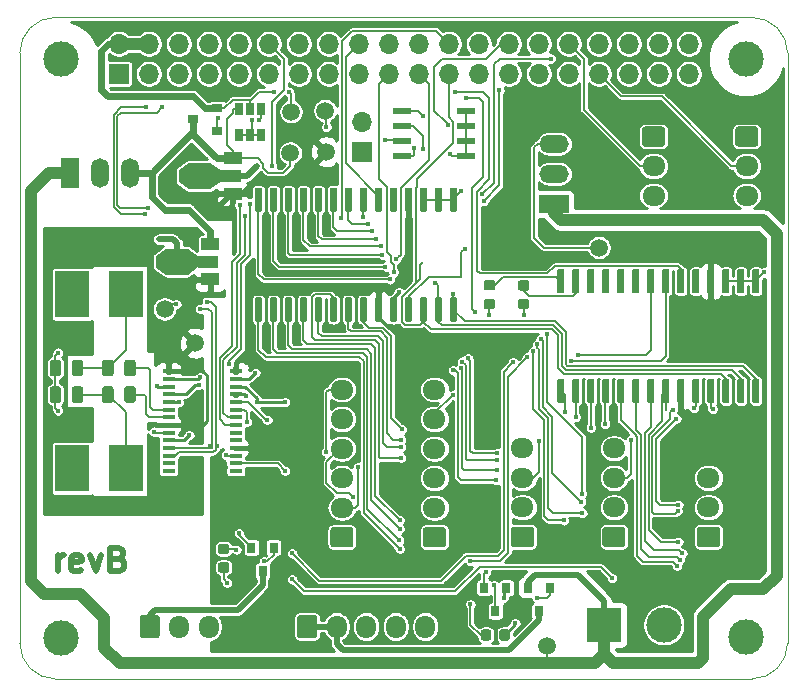
<source format=gbr>
G04 #@! TF.GenerationSoftware,KiCad,Pcbnew,5.1.5-52549c5~84~ubuntu19.10.1*
G04 #@! TF.CreationDate,2020-01-07T17:03:21+01:00*
G04 #@! TF.ProjectId,pi-hat,70692d68-6174-42e6-9b69-6361645f7063,rev?*
G04 #@! TF.SameCoordinates,Original*
G04 #@! TF.FileFunction,Copper,L1,Top*
G04 #@! TF.FilePolarity,Positive*
%FSLAX46Y46*%
G04 Gerber Fmt 4.6, Leading zero omitted, Abs format (unit mm)*
G04 Created by KiCad (PCBNEW 5.1.5-52549c5~84~ubuntu19.10.1) date 2020-01-07 17:03:21*
%MOMM*%
%LPD*%
G04 APERTURE LIST*
%ADD10C,0.500000*%
%ADD11C,0.100000*%
%ADD12O,1.950000X1.700000*%
%ADD13C,1.500000*%
%ADD14R,3.000000X4.000000*%
%ADD15R,0.650000X1.060000*%
%ADD16O,2.500000X1.500000*%
%ADD17R,2.500000X1.500000*%
%ADD18O,1.500000X2.500000*%
%ADD19R,1.500000X2.500000*%
%ADD20R,0.800000X0.900000*%
%ADD21C,3.000000*%
%ADD22R,3.000000X3.000000*%
%ADD23R,1.100000X0.400000*%
%ADD24R,1.840000X2.200000*%
%ADD25R,1.500000X1.000000*%
%ADD26R,1.800000X1.000000*%
%ADD27O,1.700000X1.700000*%
%ADD28R,1.700000X1.700000*%
%ADD29O,1.700000X1.950000*%
%ADD30R,0.900000X0.800000*%
%ADD31R,1.550000X0.600000*%
%ADD32C,0.400000*%
%ADD33C,0.250000*%
%ADD34C,0.150000*%
%ADD35C,1.000000*%
%ADD36C,0.600000*%
%ADD37C,0.200000*%
%ADD38C,0.254000*%
G04 APERTURE END LIST*
D10*
X81738095Y-107704761D02*
X81738095Y-106371428D01*
X81738095Y-106752380D02*
X81833333Y-106561904D01*
X81928571Y-106466666D01*
X82119047Y-106371428D01*
X82309523Y-106371428D01*
X83738095Y-107609523D02*
X83547619Y-107704761D01*
X83166666Y-107704761D01*
X82976190Y-107609523D01*
X82880952Y-107419047D01*
X82880952Y-106657142D01*
X82976190Y-106466666D01*
X83166666Y-106371428D01*
X83547619Y-106371428D01*
X83738095Y-106466666D01*
X83833333Y-106657142D01*
X83833333Y-106847619D01*
X82880952Y-107038095D01*
X84500000Y-106371428D02*
X84976190Y-107704761D01*
X85452380Y-106371428D01*
X86880952Y-106657142D02*
X87166666Y-106752380D01*
X87261904Y-106847619D01*
X87357142Y-107038095D01*
X87357142Y-107323809D01*
X87261904Y-107514285D01*
X87166666Y-107609523D01*
X86976190Y-107704761D01*
X86214285Y-107704761D01*
X86214285Y-105704761D01*
X86880952Y-105704761D01*
X87071428Y-105800000D01*
X87166666Y-105895238D01*
X87261904Y-106085714D01*
X87261904Y-106276190D01*
X87166666Y-106466666D01*
X87071428Y-106561904D01*
X86880952Y-106657142D01*
X86214285Y-106657142D01*
D11*
X78546356Y-63817611D02*
G75*
G02X81546356Y-60817611I3000000J0D01*
G01*
X78546356Y-63817611D02*
X78546356Y-113817611D01*
X140546356Y-60817611D02*
X81546356Y-60817611D01*
X140546356Y-60817611D02*
G75*
G02X143546356Y-63817611I0J-3000000D01*
G01*
X143546356Y-113817611D02*
X143546356Y-63817611D01*
X81546356Y-116817611D02*
G75*
G02X78546356Y-113817611I0J3000000D01*
G01*
X81546356Y-116817611D02*
X140546356Y-116817611D01*
X143546356Y-113817611D02*
G75*
G02X140546356Y-116817611I-3000000J0D01*
G01*
D12*
X121100000Y-97300000D03*
X121100000Y-99800000D03*
X121100000Y-102300000D03*
G04 #@! TA.AperFunction,ComponentPad*
D11*
G36*
X121849504Y-103951204D02*
G01*
X121873773Y-103954804D01*
X121897571Y-103960765D01*
X121920671Y-103969030D01*
X121942849Y-103979520D01*
X121963893Y-103992133D01*
X121983598Y-104006747D01*
X122001777Y-104023223D01*
X122018253Y-104041402D01*
X122032867Y-104061107D01*
X122045480Y-104082151D01*
X122055970Y-104104329D01*
X122064235Y-104127429D01*
X122070196Y-104151227D01*
X122073796Y-104175496D01*
X122075000Y-104200000D01*
X122075000Y-105400000D01*
X122073796Y-105424504D01*
X122070196Y-105448773D01*
X122064235Y-105472571D01*
X122055970Y-105495671D01*
X122045480Y-105517849D01*
X122032867Y-105538893D01*
X122018253Y-105558598D01*
X122001777Y-105576777D01*
X121983598Y-105593253D01*
X121963893Y-105607867D01*
X121942849Y-105620480D01*
X121920671Y-105630970D01*
X121897571Y-105639235D01*
X121873773Y-105645196D01*
X121849504Y-105648796D01*
X121825000Y-105650000D01*
X120375000Y-105650000D01*
X120350496Y-105648796D01*
X120326227Y-105645196D01*
X120302429Y-105639235D01*
X120279329Y-105630970D01*
X120257151Y-105620480D01*
X120236107Y-105607867D01*
X120216402Y-105593253D01*
X120198223Y-105576777D01*
X120181747Y-105558598D01*
X120167133Y-105538893D01*
X120154520Y-105517849D01*
X120144030Y-105495671D01*
X120135765Y-105472571D01*
X120129804Y-105448773D01*
X120126204Y-105424504D01*
X120125000Y-105400000D01*
X120125000Y-104200000D01*
X120126204Y-104175496D01*
X120129804Y-104151227D01*
X120135765Y-104127429D01*
X120144030Y-104104329D01*
X120154520Y-104082151D01*
X120167133Y-104061107D01*
X120181747Y-104041402D01*
X120198223Y-104023223D01*
X120216402Y-104006747D01*
X120236107Y-103992133D01*
X120257151Y-103979520D01*
X120279329Y-103969030D01*
X120302429Y-103960765D01*
X120326227Y-103954804D01*
X120350496Y-103951204D01*
X120375000Y-103950000D01*
X121825000Y-103950000D01*
X121849504Y-103951204D01*
G37*
G04 #@! TD.AperFunction*
D13*
X104400000Y-68700000D03*
D14*
X87500000Y-99000000D03*
X83000000Y-99000000D03*
D13*
X127600000Y-80300000D03*
X123200000Y-114000000D03*
X90800000Y-85500000D03*
X93400000Y-88400000D03*
X104500000Y-72200000D03*
X101450000Y-72300000D03*
X101500000Y-68800000D03*
D15*
X98050000Y-68550000D03*
X97100000Y-68550000D03*
X99000000Y-68550000D03*
X99000000Y-70750000D03*
X98050000Y-70750000D03*
X97100000Y-70750000D03*
D16*
X123800000Y-71520000D03*
X123800000Y-74060000D03*
D17*
X123800000Y-76600000D03*
D18*
X87880000Y-74000000D03*
X85340000Y-74000000D03*
D19*
X82800000Y-74000000D03*
D20*
X118800000Y-111100000D03*
X117850000Y-109100000D03*
X119750000Y-109100000D03*
D12*
X140100000Y-75900000D03*
X140100000Y-73400000D03*
G04 #@! TA.AperFunction,ComponentPad*
D11*
G36*
X140849504Y-70051204D02*
G01*
X140873773Y-70054804D01*
X140897571Y-70060765D01*
X140920671Y-70069030D01*
X140942849Y-70079520D01*
X140963893Y-70092133D01*
X140983598Y-70106747D01*
X141001777Y-70123223D01*
X141018253Y-70141402D01*
X141032867Y-70161107D01*
X141045480Y-70182151D01*
X141055970Y-70204329D01*
X141064235Y-70227429D01*
X141070196Y-70251227D01*
X141073796Y-70275496D01*
X141075000Y-70300000D01*
X141075000Y-71500000D01*
X141073796Y-71524504D01*
X141070196Y-71548773D01*
X141064235Y-71572571D01*
X141055970Y-71595671D01*
X141045480Y-71617849D01*
X141032867Y-71638893D01*
X141018253Y-71658598D01*
X141001777Y-71676777D01*
X140983598Y-71693253D01*
X140963893Y-71707867D01*
X140942849Y-71720480D01*
X140920671Y-71730970D01*
X140897571Y-71739235D01*
X140873773Y-71745196D01*
X140849504Y-71748796D01*
X140825000Y-71750000D01*
X139375000Y-71750000D01*
X139350496Y-71748796D01*
X139326227Y-71745196D01*
X139302429Y-71739235D01*
X139279329Y-71730970D01*
X139257151Y-71720480D01*
X139236107Y-71707867D01*
X139216402Y-71693253D01*
X139198223Y-71676777D01*
X139181747Y-71658598D01*
X139167133Y-71638893D01*
X139154520Y-71617849D01*
X139144030Y-71595671D01*
X139135765Y-71572571D01*
X139129804Y-71548773D01*
X139126204Y-71524504D01*
X139125000Y-71500000D01*
X139125000Y-70300000D01*
X139126204Y-70275496D01*
X139129804Y-70251227D01*
X139135765Y-70227429D01*
X139144030Y-70204329D01*
X139154520Y-70182151D01*
X139167133Y-70161107D01*
X139181747Y-70141402D01*
X139198223Y-70123223D01*
X139216402Y-70106747D01*
X139236107Y-70092133D01*
X139257151Y-70079520D01*
X139279329Y-70069030D01*
X139302429Y-70060765D01*
X139326227Y-70054804D01*
X139350496Y-70051204D01*
X139375000Y-70050000D01*
X140825000Y-70050000D01*
X140849504Y-70051204D01*
G37*
G04 #@! TD.AperFunction*
D12*
X132200000Y-75900000D03*
X132200000Y-73400000D03*
G04 #@! TA.AperFunction,ComponentPad*
D11*
G36*
X132949504Y-70051204D02*
G01*
X132973773Y-70054804D01*
X132997571Y-70060765D01*
X133020671Y-70069030D01*
X133042849Y-70079520D01*
X133063893Y-70092133D01*
X133083598Y-70106747D01*
X133101777Y-70123223D01*
X133118253Y-70141402D01*
X133132867Y-70161107D01*
X133145480Y-70182151D01*
X133155970Y-70204329D01*
X133164235Y-70227429D01*
X133170196Y-70251227D01*
X133173796Y-70275496D01*
X133175000Y-70300000D01*
X133175000Y-71500000D01*
X133173796Y-71524504D01*
X133170196Y-71548773D01*
X133164235Y-71572571D01*
X133155970Y-71595671D01*
X133145480Y-71617849D01*
X133132867Y-71638893D01*
X133118253Y-71658598D01*
X133101777Y-71676777D01*
X133083598Y-71693253D01*
X133063893Y-71707867D01*
X133042849Y-71720480D01*
X133020671Y-71730970D01*
X132997571Y-71739235D01*
X132973773Y-71745196D01*
X132949504Y-71748796D01*
X132925000Y-71750000D01*
X131475000Y-71750000D01*
X131450496Y-71748796D01*
X131426227Y-71745196D01*
X131402429Y-71739235D01*
X131379329Y-71730970D01*
X131357151Y-71720480D01*
X131336107Y-71707867D01*
X131316402Y-71693253D01*
X131298223Y-71676777D01*
X131281747Y-71658598D01*
X131267133Y-71638893D01*
X131254520Y-71617849D01*
X131244030Y-71595671D01*
X131235765Y-71572571D01*
X131229804Y-71548773D01*
X131226204Y-71524504D01*
X131225000Y-71500000D01*
X131225000Y-70300000D01*
X131226204Y-70275496D01*
X131229804Y-70251227D01*
X131235765Y-70227429D01*
X131244030Y-70204329D01*
X131254520Y-70182151D01*
X131267133Y-70161107D01*
X131281747Y-70141402D01*
X131298223Y-70123223D01*
X131316402Y-70106747D01*
X131336107Y-70092133D01*
X131357151Y-70079520D01*
X131379329Y-70069030D01*
X131402429Y-70060765D01*
X131426227Y-70054804D01*
X131450496Y-70051204D01*
X131475000Y-70050000D01*
X132925000Y-70050000D01*
X132949504Y-70051204D01*
G37*
G04 #@! TD.AperFunction*
D21*
X133080000Y-112250000D03*
D22*
X128000000Y-112250000D03*
G04 #@! TA.AperFunction,SMDPad,CuDef*
D11*
G36*
X118252691Y-112626053D02*
G01*
X118273926Y-112629203D01*
X118294750Y-112634419D01*
X118314962Y-112641651D01*
X118334368Y-112650830D01*
X118352781Y-112661866D01*
X118370024Y-112674654D01*
X118385930Y-112689070D01*
X118400346Y-112704976D01*
X118413134Y-112722219D01*
X118424170Y-112740632D01*
X118433349Y-112760038D01*
X118440581Y-112780250D01*
X118445797Y-112801074D01*
X118448947Y-112822309D01*
X118450000Y-112843750D01*
X118450000Y-113356250D01*
X118448947Y-113377691D01*
X118445797Y-113398926D01*
X118440581Y-113419750D01*
X118433349Y-113439962D01*
X118424170Y-113459368D01*
X118413134Y-113477781D01*
X118400346Y-113495024D01*
X118385930Y-113510930D01*
X118370024Y-113525346D01*
X118352781Y-113538134D01*
X118334368Y-113549170D01*
X118314962Y-113558349D01*
X118294750Y-113565581D01*
X118273926Y-113570797D01*
X118252691Y-113573947D01*
X118231250Y-113575000D01*
X117793750Y-113575000D01*
X117772309Y-113573947D01*
X117751074Y-113570797D01*
X117730250Y-113565581D01*
X117710038Y-113558349D01*
X117690632Y-113549170D01*
X117672219Y-113538134D01*
X117654976Y-113525346D01*
X117639070Y-113510930D01*
X117624654Y-113495024D01*
X117611866Y-113477781D01*
X117600830Y-113459368D01*
X117591651Y-113439962D01*
X117584419Y-113419750D01*
X117579203Y-113398926D01*
X117576053Y-113377691D01*
X117575000Y-113356250D01*
X117575000Y-112843750D01*
X117576053Y-112822309D01*
X117579203Y-112801074D01*
X117584419Y-112780250D01*
X117591651Y-112760038D01*
X117600830Y-112740632D01*
X117611866Y-112722219D01*
X117624654Y-112704976D01*
X117639070Y-112689070D01*
X117654976Y-112674654D01*
X117672219Y-112661866D01*
X117690632Y-112650830D01*
X117710038Y-112641651D01*
X117730250Y-112634419D01*
X117751074Y-112629203D01*
X117772309Y-112626053D01*
X117793750Y-112625000D01*
X118231250Y-112625000D01*
X118252691Y-112626053D01*
G37*
G04 #@! TD.AperFunction*
G04 #@! TA.AperFunction,SMDPad,CuDef*
G36*
X119827691Y-112626053D02*
G01*
X119848926Y-112629203D01*
X119869750Y-112634419D01*
X119889962Y-112641651D01*
X119909368Y-112650830D01*
X119927781Y-112661866D01*
X119945024Y-112674654D01*
X119960930Y-112689070D01*
X119975346Y-112704976D01*
X119988134Y-112722219D01*
X119999170Y-112740632D01*
X120008349Y-112760038D01*
X120015581Y-112780250D01*
X120020797Y-112801074D01*
X120023947Y-112822309D01*
X120025000Y-112843750D01*
X120025000Y-113356250D01*
X120023947Y-113377691D01*
X120020797Y-113398926D01*
X120015581Y-113419750D01*
X120008349Y-113439962D01*
X119999170Y-113459368D01*
X119988134Y-113477781D01*
X119975346Y-113495024D01*
X119960930Y-113510930D01*
X119945024Y-113525346D01*
X119927781Y-113538134D01*
X119909368Y-113549170D01*
X119889962Y-113558349D01*
X119869750Y-113565581D01*
X119848926Y-113570797D01*
X119827691Y-113573947D01*
X119806250Y-113575000D01*
X119368750Y-113575000D01*
X119347309Y-113573947D01*
X119326074Y-113570797D01*
X119305250Y-113565581D01*
X119285038Y-113558349D01*
X119265632Y-113549170D01*
X119247219Y-113538134D01*
X119229976Y-113525346D01*
X119214070Y-113510930D01*
X119199654Y-113495024D01*
X119186866Y-113477781D01*
X119175830Y-113459368D01*
X119166651Y-113439962D01*
X119159419Y-113419750D01*
X119154203Y-113398926D01*
X119151053Y-113377691D01*
X119150000Y-113356250D01*
X119150000Y-112843750D01*
X119151053Y-112822309D01*
X119154203Y-112801074D01*
X119159419Y-112780250D01*
X119166651Y-112760038D01*
X119175830Y-112740632D01*
X119186866Y-112722219D01*
X119199654Y-112704976D01*
X119214070Y-112689070D01*
X119229976Y-112674654D01*
X119247219Y-112661866D01*
X119265632Y-112650830D01*
X119285038Y-112641651D01*
X119305250Y-112634419D01*
X119326074Y-112629203D01*
X119347309Y-112626053D01*
X119368750Y-112625000D01*
X119806250Y-112625000D01*
X119827691Y-112626053D01*
G37*
G04 #@! TD.AperFunction*
G04 #@! TA.AperFunction,SMDPad,CuDef*
G36*
X96077691Y-105376053D02*
G01*
X96098926Y-105379203D01*
X96119750Y-105384419D01*
X96139962Y-105391651D01*
X96159368Y-105400830D01*
X96177781Y-105411866D01*
X96195024Y-105424654D01*
X96210930Y-105439070D01*
X96225346Y-105454976D01*
X96238134Y-105472219D01*
X96249170Y-105490632D01*
X96258349Y-105510038D01*
X96265581Y-105530250D01*
X96270797Y-105551074D01*
X96273947Y-105572309D01*
X96275000Y-105593750D01*
X96275000Y-106031250D01*
X96273947Y-106052691D01*
X96270797Y-106073926D01*
X96265581Y-106094750D01*
X96258349Y-106114962D01*
X96249170Y-106134368D01*
X96238134Y-106152781D01*
X96225346Y-106170024D01*
X96210930Y-106185930D01*
X96195024Y-106200346D01*
X96177781Y-106213134D01*
X96159368Y-106224170D01*
X96139962Y-106233349D01*
X96119750Y-106240581D01*
X96098926Y-106245797D01*
X96077691Y-106248947D01*
X96056250Y-106250000D01*
X95543750Y-106250000D01*
X95522309Y-106248947D01*
X95501074Y-106245797D01*
X95480250Y-106240581D01*
X95460038Y-106233349D01*
X95440632Y-106224170D01*
X95422219Y-106213134D01*
X95404976Y-106200346D01*
X95389070Y-106185930D01*
X95374654Y-106170024D01*
X95361866Y-106152781D01*
X95350830Y-106134368D01*
X95341651Y-106114962D01*
X95334419Y-106094750D01*
X95329203Y-106073926D01*
X95326053Y-106052691D01*
X95325000Y-106031250D01*
X95325000Y-105593750D01*
X95326053Y-105572309D01*
X95329203Y-105551074D01*
X95334419Y-105530250D01*
X95341651Y-105510038D01*
X95350830Y-105490632D01*
X95361866Y-105472219D01*
X95374654Y-105454976D01*
X95389070Y-105439070D01*
X95404976Y-105424654D01*
X95422219Y-105411866D01*
X95440632Y-105400830D01*
X95460038Y-105391651D01*
X95480250Y-105384419D01*
X95501074Y-105379203D01*
X95522309Y-105376053D01*
X95543750Y-105375000D01*
X96056250Y-105375000D01*
X96077691Y-105376053D01*
G37*
G04 #@! TD.AperFunction*
G04 #@! TA.AperFunction,SMDPad,CuDef*
G36*
X96077691Y-106951053D02*
G01*
X96098926Y-106954203D01*
X96119750Y-106959419D01*
X96139962Y-106966651D01*
X96159368Y-106975830D01*
X96177781Y-106986866D01*
X96195024Y-106999654D01*
X96210930Y-107014070D01*
X96225346Y-107029976D01*
X96238134Y-107047219D01*
X96249170Y-107065632D01*
X96258349Y-107085038D01*
X96265581Y-107105250D01*
X96270797Y-107126074D01*
X96273947Y-107147309D01*
X96275000Y-107168750D01*
X96275000Y-107606250D01*
X96273947Y-107627691D01*
X96270797Y-107648926D01*
X96265581Y-107669750D01*
X96258349Y-107689962D01*
X96249170Y-107709368D01*
X96238134Y-107727781D01*
X96225346Y-107745024D01*
X96210930Y-107760930D01*
X96195024Y-107775346D01*
X96177781Y-107788134D01*
X96159368Y-107799170D01*
X96139962Y-107808349D01*
X96119750Y-107815581D01*
X96098926Y-107820797D01*
X96077691Y-107823947D01*
X96056250Y-107825000D01*
X95543750Y-107825000D01*
X95522309Y-107823947D01*
X95501074Y-107820797D01*
X95480250Y-107815581D01*
X95460038Y-107808349D01*
X95440632Y-107799170D01*
X95422219Y-107788134D01*
X95404976Y-107775346D01*
X95389070Y-107760930D01*
X95374654Y-107745024D01*
X95361866Y-107727781D01*
X95350830Y-107709368D01*
X95341651Y-107689962D01*
X95334419Y-107669750D01*
X95329203Y-107648926D01*
X95326053Y-107627691D01*
X95325000Y-107606250D01*
X95325000Y-107168750D01*
X95326053Y-107147309D01*
X95329203Y-107126074D01*
X95334419Y-107105250D01*
X95341651Y-107085038D01*
X95350830Y-107065632D01*
X95361866Y-107047219D01*
X95374654Y-107029976D01*
X95389070Y-107014070D01*
X95404976Y-106999654D01*
X95422219Y-106986866D01*
X95440632Y-106975830D01*
X95460038Y-106966651D01*
X95480250Y-106959419D01*
X95501074Y-106954203D01*
X95522309Y-106951053D01*
X95543750Y-106950000D01*
X96056250Y-106950000D01*
X96077691Y-106951053D01*
G37*
G04 #@! TD.AperFunction*
G04 #@! TA.AperFunction,SMDPad,CuDef*
G36*
X121477691Y-83076053D02*
G01*
X121498926Y-83079203D01*
X121519750Y-83084419D01*
X121539962Y-83091651D01*
X121559368Y-83100830D01*
X121577781Y-83111866D01*
X121595024Y-83124654D01*
X121610930Y-83139070D01*
X121625346Y-83154976D01*
X121638134Y-83172219D01*
X121649170Y-83190632D01*
X121658349Y-83210038D01*
X121665581Y-83230250D01*
X121670797Y-83251074D01*
X121673947Y-83272309D01*
X121675000Y-83293750D01*
X121675000Y-83731250D01*
X121673947Y-83752691D01*
X121670797Y-83773926D01*
X121665581Y-83794750D01*
X121658349Y-83814962D01*
X121649170Y-83834368D01*
X121638134Y-83852781D01*
X121625346Y-83870024D01*
X121610930Y-83885930D01*
X121595024Y-83900346D01*
X121577781Y-83913134D01*
X121559368Y-83924170D01*
X121539962Y-83933349D01*
X121519750Y-83940581D01*
X121498926Y-83945797D01*
X121477691Y-83948947D01*
X121456250Y-83950000D01*
X120943750Y-83950000D01*
X120922309Y-83948947D01*
X120901074Y-83945797D01*
X120880250Y-83940581D01*
X120860038Y-83933349D01*
X120840632Y-83924170D01*
X120822219Y-83913134D01*
X120804976Y-83900346D01*
X120789070Y-83885930D01*
X120774654Y-83870024D01*
X120761866Y-83852781D01*
X120750830Y-83834368D01*
X120741651Y-83814962D01*
X120734419Y-83794750D01*
X120729203Y-83773926D01*
X120726053Y-83752691D01*
X120725000Y-83731250D01*
X120725000Y-83293750D01*
X120726053Y-83272309D01*
X120729203Y-83251074D01*
X120734419Y-83230250D01*
X120741651Y-83210038D01*
X120750830Y-83190632D01*
X120761866Y-83172219D01*
X120774654Y-83154976D01*
X120789070Y-83139070D01*
X120804976Y-83124654D01*
X120822219Y-83111866D01*
X120840632Y-83100830D01*
X120860038Y-83091651D01*
X120880250Y-83084419D01*
X120901074Y-83079203D01*
X120922309Y-83076053D01*
X120943750Y-83075000D01*
X121456250Y-83075000D01*
X121477691Y-83076053D01*
G37*
G04 #@! TD.AperFunction*
G04 #@! TA.AperFunction,SMDPad,CuDef*
G36*
X121477691Y-84651053D02*
G01*
X121498926Y-84654203D01*
X121519750Y-84659419D01*
X121539962Y-84666651D01*
X121559368Y-84675830D01*
X121577781Y-84686866D01*
X121595024Y-84699654D01*
X121610930Y-84714070D01*
X121625346Y-84729976D01*
X121638134Y-84747219D01*
X121649170Y-84765632D01*
X121658349Y-84785038D01*
X121665581Y-84805250D01*
X121670797Y-84826074D01*
X121673947Y-84847309D01*
X121675000Y-84868750D01*
X121675000Y-85306250D01*
X121673947Y-85327691D01*
X121670797Y-85348926D01*
X121665581Y-85369750D01*
X121658349Y-85389962D01*
X121649170Y-85409368D01*
X121638134Y-85427781D01*
X121625346Y-85445024D01*
X121610930Y-85460930D01*
X121595024Y-85475346D01*
X121577781Y-85488134D01*
X121559368Y-85499170D01*
X121539962Y-85508349D01*
X121519750Y-85515581D01*
X121498926Y-85520797D01*
X121477691Y-85523947D01*
X121456250Y-85525000D01*
X120943750Y-85525000D01*
X120922309Y-85523947D01*
X120901074Y-85520797D01*
X120880250Y-85515581D01*
X120860038Y-85508349D01*
X120840632Y-85499170D01*
X120822219Y-85488134D01*
X120804976Y-85475346D01*
X120789070Y-85460930D01*
X120774654Y-85445024D01*
X120761866Y-85427781D01*
X120750830Y-85409368D01*
X120741651Y-85389962D01*
X120734419Y-85369750D01*
X120729203Y-85348926D01*
X120726053Y-85327691D01*
X120725000Y-85306250D01*
X120725000Y-84868750D01*
X120726053Y-84847309D01*
X120729203Y-84826074D01*
X120734419Y-84805250D01*
X120741651Y-84785038D01*
X120750830Y-84765632D01*
X120761866Y-84747219D01*
X120774654Y-84729976D01*
X120789070Y-84714070D01*
X120804976Y-84699654D01*
X120822219Y-84686866D01*
X120840632Y-84675830D01*
X120860038Y-84666651D01*
X120880250Y-84659419D01*
X120901074Y-84654203D01*
X120922309Y-84651053D01*
X120943750Y-84650000D01*
X121456250Y-84650000D01*
X121477691Y-84651053D01*
G37*
G04 #@! TD.AperFunction*
G04 #@! TA.AperFunction,SMDPad,CuDef*
G36*
X118577691Y-83063553D02*
G01*
X118598926Y-83066703D01*
X118619750Y-83071919D01*
X118639962Y-83079151D01*
X118659368Y-83088330D01*
X118677781Y-83099366D01*
X118695024Y-83112154D01*
X118710930Y-83126570D01*
X118725346Y-83142476D01*
X118738134Y-83159719D01*
X118749170Y-83178132D01*
X118758349Y-83197538D01*
X118765581Y-83217750D01*
X118770797Y-83238574D01*
X118773947Y-83259809D01*
X118775000Y-83281250D01*
X118775000Y-83718750D01*
X118773947Y-83740191D01*
X118770797Y-83761426D01*
X118765581Y-83782250D01*
X118758349Y-83802462D01*
X118749170Y-83821868D01*
X118738134Y-83840281D01*
X118725346Y-83857524D01*
X118710930Y-83873430D01*
X118695024Y-83887846D01*
X118677781Y-83900634D01*
X118659368Y-83911670D01*
X118639962Y-83920849D01*
X118619750Y-83928081D01*
X118598926Y-83933297D01*
X118577691Y-83936447D01*
X118556250Y-83937500D01*
X118043750Y-83937500D01*
X118022309Y-83936447D01*
X118001074Y-83933297D01*
X117980250Y-83928081D01*
X117960038Y-83920849D01*
X117940632Y-83911670D01*
X117922219Y-83900634D01*
X117904976Y-83887846D01*
X117889070Y-83873430D01*
X117874654Y-83857524D01*
X117861866Y-83840281D01*
X117850830Y-83821868D01*
X117841651Y-83802462D01*
X117834419Y-83782250D01*
X117829203Y-83761426D01*
X117826053Y-83740191D01*
X117825000Y-83718750D01*
X117825000Y-83281250D01*
X117826053Y-83259809D01*
X117829203Y-83238574D01*
X117834419Y-83217750D01*
X117841651Y-83197538D01*
X117850830Y-83178132D01*
X117861866Y-83159719D01*
X117874654Y-83142476D01*
X117889070Y-83126570D01*
X117904976Y-83112154D01*
X117922219Y-83099366D01*
X117940632Y-83088330D01*
X117960038Y-83079151D01*
X117980250Y-83071919D01*
X118001074Y-83066703D01*
X118022309Y-83063553D01*
X118043750Y-83062500D01*
X118556250Y-83062500D01*
X118577691Y-83063553D01*
G37*
G04 #@! TD.AperFunction*
G04 #@! TA.AperFunction,SMDPad,CuDef*
G36*
X118577691Y-84638553D02*
G01*
X118598926Y-84641703D01*
X118619750Y-84646919D01*
X118639962Y-84654151D01*
X118659368Y-84663330D01*
X118677781Y-84674366D01*
X118695024Y-84687154D01*
X118710930Y-84701570D01*
X118725346Y-84717476D01*
X118738134Y-84734719D01*
X118749170Y-84753132D01*
X118758349Y-84772538D01*
X118765581Y-84792750D01*
X118770797Y-84813574D01*
X118773947Y-84834809D01*
X118775000Y-84856250D01*
X118775000Y-85293750D01*
X118773947Y-85315191D01*
X118770797Y-85336426D01*
X118765581Y-85357250D01*
X118758349Y-85377462D01*
X118749170Y-85396868D01*
X118738134Y-85415281D01*
X118725346Y-85432524D01*
X118710930Y-85448430D01*
X118695024Y-85462846D01*
X118677781Y-85475634D01*
X118659368Y-85486670D01*
X118639962Y-85495849D01*
X118619750Y-85503081D01*
X118598926Y-85508297D01*
X118577691Y-85511447D01*
X118556250Y-85512500D01*
X118043750Y-85512500D01*
X118022309Y-85511447D01*
X118001074Y-85508297D01*
X117980250Y-85503081D01*
X117960038Y-85495849D01*
X117940632Y-85486670D01*
X117922219Y-85475634D01*
X117904976Y-85462846D01*
X117889070Y-85448430D01*
X117874654Y-85432524D01*
X117861866Y-85415281D01*
X117850830Y-85396868D01*
X117841651Y-85377462D01*
X117834419Y-85357250D01*
X117829203Y-85336426D01*
X117826053Y-85315191D01*
X117825000Y-85293750D01*
X117825000Y-84856250D01*
X117826053Y-84834809D01*
X117829203Y-84813574D01*
X117834419Y-84792750D01*
X117841651Y-84772538D01*
X117850830Y-84753132D01*
X117861866Y-84734719D01*
X117874654Y-84717476D01*
X117889070Y-84701570D01*
X117904976Y-84687154D01*
X117922219Y-84674366D01*
X117940632Y-84663330D01*
X117960038Y-84654151D01*
X117980250Y-84646919D01*
X118001074Y-84641703D01*
X118022309Y-84638553D01*
X118043750Y-84637500D01*
X118556250Y-84637500D01*
X118577691Y-84638553D01*
G37*
G04 #@! TD.AperFunction*
D23*
X96837000Y-90772000D03*
X96837000Y-91422000D03*
X96837000Y-92072000D03*
X96837000Y-92722000D03*
X96837000Y-93372000D03*
X96837000Y-94022000D03*
X96837000Y-94672000D03*
X96837000Y-95322000D03*
X96837000Y-95972000D03*
X96837000Y-96622000D03*
X96837000Y-97272000D03*
X96837000Y-97922000D03*
X96837000Y-98572000D03*
X96837000Y-99222000D03*
X91137000Y-99222000D03*
X91137000Y-98572000D03*
X91137000Y-97922000D03*
X91137000Y-97272000D03*
X91137000Y-96622000D03*
X91137000Y-95972000D03*
X91137000Y-95322000D03*
X91137000Y-94672000D03*
X91137000Y-94022000D03*
X91137000Y-93372000D03*
X91137000Y-92722000D03*
X91137000Y-92072000D03*
X91137000Y-91422000D03*
X91137000Y-90772000D03*
D12*
X105815000Y-92325000D03*
X105815000Y-94825000D03*
X105815000Y-97325000D03*
X105815000Y-99825000D03*
X105815000Y-102325000D03*
G04 #@! TA.AperFunction,ComponentPad*
D11*
G36*
X106564504Y-103976204D02*
G01*
X106588773Y-103979804D01*
X106612571Y-103985765D01*
X106635671Y-103994030D01*
X106657849Y-104004520D01*
X106678893Y-104017133D01*
X106698598Y-104031747D01*
X106716777Y-104048223D01*
X106733253Y-104066402D01*
X106747867Y-104086107D01*
X106760480Y-104107151D01*
X106770970Y-104129329D01*
X106779235Y-104152429D01*
X106785196Y-104176227D01*
X106788796Y-104200496D01*
X106790000Y-104225000D01*
X106790000Y-105425000D01*
X106788796Y-105449504D01*
X106785196Y-105473773D01*
X106779235Y-105497571D01*
X106770970Y-105520671D01*
X106760480Y-105542849D01*
X106747867Y-105563893D01*
X106733253Y-105583598D01*
X106716777Y-105601777D01*
X106698598Y-105618253D01*
X106678893Y-105632867D01*
X106657849Y-105645480D01*
X106635671Y-105655970D01*
X106612571Y-105664235D01*
X106588773Y-105670196D01*
X106564504Y-105673796D01*
X106540000Y-105675000D01*
X105090000Y-105675000D01*
X105065496Y-105673796D01*
X105041227Y-105670196D01*
X105017429Y-105664235D01*
X104994329Y-105655970D01*
X104972151Y-105645480D01*
X104951107Y-105632867D01*
X104931402Y-105618253D01*
X104913223Y-105601777D01*
X104896747Y-105583598D01*
X104882133Y-105563893D01*
X104869520Y-105542849D01*
X104859030Y-105520671D01*
X104850765Y-105497571D01*
X104844804Y-105473773D01*
X104841204Y-105449504D01*
X104840000Y-105425000D01*
X104840000Y-104225000D01*
X104841204Y-104200496D01*
X104844804Y-104176227D01*
X104850765Y-104152429D01*
X104859030Y-104129329D01*
X104869520Y-104107151D01*
X104882133Y-104086107D01*
X104896747Y-104066402D01*
X104913223Y-104048223D01*
X104931402Y-104031747D01*
X104951107Y-104017133D01*
X104972151Y-104004520D01*
X104994329Y-103994030D01*
X105017429Y-103985765D01*
X105041227Y-103979804D01*
X105065496Y-103976204D01*
X105090000Y-103975000D01*
X106540000Y-103975000D01*
X106564504Y-103976204D01*
G37*
G04 #@! TD.AperFunction*
D12*
X113650000Y-92325000D03*
X113650000Y-94825000D03*
X113650000Y-97325000D03*
X113650000Y-99825000D03*
X113650000Y-102325000D03*
G04 #@! TA.AperFunction,ComponentPad*
D11*
G36*
X114399504Y-103976204D02*
G01*
X114423773Y-103979804D01*
X114447571Y-103985765D01*
X114470671Y-103994030D01*
X114492849Y-104004520D01*
X114513893Y-104017133D01*
X114533598Y-104031747D01*
X114551777Y-104048223D01*
X114568253Y-104066402D01*
X114582867Y-104086107D01*
X114595480Y-104107151D01*
X114605970Y-104129329D01*
X114614235Y-104152429D01*
X114620196Y-104176227D01*
X114623796Y-104200496D01*
X114625000Y-104225000D01*
X114625000Y-105425000D01*
X114623796Y-105449504D01*
X114620196Y-105473773D01*
X114614235Y-105497571D01*
X114605970Y-105520671D01*
X114595480Y-105542849D01*
X114582867Y-105563893D01*
X114568253Y-105583598D01*
X114551777Y-105601777D01*
X114533598Y-105618253D01*
X114513893Y-105632867D01*
X114492849Y-105645480D01*
X114470671Y-105655970D01*
X114447571Y-105664235D01*
X114423773Y-105670196D01*
X114399504Y-105673796D01*
X114375000Y-105675000D01*
X112925000Y-105675000D01*
X112900496Y-105673796D01*
X112876227Y-105670196D01*
X112852429Y-105664235D01*
X112829329Y-105655970D01*
X112807151Y-105645480D01*
X112786107Y-105632867D01*
X112766402Y-105618253D01*
X112748223Y-105601777D01*
X112731747Y-105583598D01*
X112717133Y-105563893D01*
X112704520Y-105542849D01*
X112694030Y-105520671D01*
X112685765Y-105497571D01*
X112679804Y-105473773D01*
X112676204Y-105449504D01*
X112675000Y-105425000D01*
X112675000Y-104225000D01*
X112676204Y-104200496D01*
X112679804Y-104176227D01*
X112685765Y-104152429D01*
X112694030Y-104129329D01*
X112704520Y-104107151D01*
X112717133Y-104086107D01*
X112731747Y-104066402D01*
X112748223Y-104048223D01*
X112766402Y-104031747D01*
X112786107Y-104017133D01*
X112807151Y-104004520D01*
X112829329Y-103994030D01*
X112852429Y-103985765D01*
X112876227Y-103979804D01*
X112900496Y-103976204D01*
X112925000Y-103975000D01*
X114375000Y-103975000D01*
X114399504Y-103976204D01*
G37*
G04 #@! TD.AperFunction*
G04 #@! TA.AperFunction,SMDPad,CuDef*
G36*
X94659700Y-73150000D02*
G01*
X95659700Y-73850000D01*
X95659700Y-74650000D01*
X94659700Y-75350000D01*
X94659700Y-73150000D01*
G37*
G04 #@! TD.AperFunction*
D24*
X93750000Y-74250000D03*
D25*
X96563500Y-72750000D03*
D26*
X96417000Y-74250000D03*
D25*
X96563500Y-75750000D03*
G04 #@! TA.AperFunction,SMDPad,CuDef*
D11*
G36*
X92841500Y-75350000D02*
G01*
X91991500Y-74750000D01*
X91991500Y-73750000D01*
X92841500Y-73150000D01*
X92841500Y-75350000D01*
G37*
G04 #@! TD.AperFunction*
G04 #@! TA.AperFunction,SMDPad,CuDef*
G36*
X124509703Y-82125722D02*
G01*
X124524264Y-82127882D01*
X124538543Y-82131459D01*
X124552403Y-82136418D01*
X124565710Y-82142712D01*
X124578336Y-82150280D01*
X124590159Y-82159048D01*
X124601066Y-82168934D01*
X124610952Y-82179841D01*
X124619720Y-82191664D01*
X124627288Y-82204290D01*
X124633582Y-82217597D01*
X124638541Y-82231457D01*
X124642118Y-82245736D01*
X124644278Y-82260297D01*
X124645000Y-82275000D01*
X124645000Y-84025000D01*
X124644278Y-84039703D01*
X124642118Y-84054264D01*
X124638541Y-84068543D01*
X124633582Y-84082403D01*
X124627288Y-84095710D01*
X124619720Y-84108336D01*
X124610952Y-84120159D01*
X124601066Y-84131066D01*
X124590159Y-84140952D01*
X124578336Y-84149720D01*
X124565710Y-84157288D01*
X124552403Y-84163582D01*
X124538543Y-84168541D01*
X124524264Y-84172118D01*
X124509703Y-84174278D01*
X124495000Y-84175000D01*
X124195000Y-84175000D01*
X124180297Y-84174278D01*
X124165736Y-84172118D01*
X124151457Y-84168541D01*
X124137597Y-84163582D01*
X124124290Y-84157288D01*
X124111664Y-84149720D01*
X124099841Y-84140952D01*
X124088934Y-84131066D01*
X124079048Y-84120159D01*
X124070280Y-84108336D01*
X124062712Y-84095710D01*
X124056418Y-84082403D01*
X124051459Y-84068543D01*
X124047882Y-84054264D01*
X124045722Y-84039703D01*
X124045000Y-84025000D01*
X124045000Y-82275000D01*
X124045722Y-82260297D01*
X124047882Y-82245736D01*
X124051459Y-82231457D01*
X124056418Y-82217597D01*
X124062712Y-82204290D01*
X124070280Y-82191664D01*
X124079048Y-82179841D01*
X124088934Y-82168934D01*
X124099841Y-82159048D01*
X124111664Y-82150280D01*
X124124290Y-82142712D01*
X124137597Y-82136418D01*
X124151457Y-82131459D01*
X124165736Y-82127882D01*
X124180297Y-82125722D01*
X124195000Y-82125000D01*
X124495000Y-82125000D01*
X124509703Y-82125722D01*
G37*
G04 #@! TD.AperFunction*
G04 #@! TA.AperFunction,SMDPad,CuDef*
G36*
X125779703Y-82125722D02*
G01*
X125794264Y-82127882D01*
X125808543Y-82131459D01*
X125822403Y-82136418D01*
X125835710Y-82142712D01*
X125848336Y-82150280D01*
X125860159Y-82159048D01*
X125871066Y-82168934D01*
X125880952Y-82179841D01*
X125889720Y-82191664D01*
X125897288Y-82204290D01*
X125903582Y-82217597D01*
X125908541Y-82231457D01*
X125912118Y-82245736D01*
X125914278Y-82260297D01*
X125915000Y-82275000D01*
X125915000Y-84025000D01*
X125914278Y-84039703D01*
X125912118Y-84054264D01*
X125908541Y-84068543D01*
X125903582Y-84082403D01*
X125897288Y-84095710D01*
X125889720Y-84108336D01*
X125880952Y-84120159D01*
X125871066Y-84131066D01*
X125860159Y-84140952D01*
X125848336Y-84149720D01*
X125835710Y-84157288D01*
X125822403Y-84163582D01*
X125808543Y-84168541D01*
X125794264Y-84172118D01*
X125779703Y-84174278D01*
X125765000Y-84175000D01*
X125465000Y-84175000D01*
X125450297Y-84174278D01*
X125435736Y-84172118D01*
X125421457Y-84168541D01*
X125407597Y-84163582D01*
X125394290Y-84157288D01*
X125381664Y-84149720D01*
X125369841Y-84140952D01*
X125358934Y-84131066D01*
X125349048Y-84120159D01*
X125340280Y-84108336D01*
X125332712Y-84095710D01*
X125326418Y-84082403D01*
X125321459Y-84068543D01*
X125317882Y-84054264D01*
X125315722Y-84039703D01*
X125315000Y-84025000D01*
X125315000Y-82275000D01*
X125315722Y-82260297D01*
X125317882Y-82245736D01*
X125321459Y-82231457D01*
X125326418Y-82217597D01*
X125332712Y-82204290D01*
X125340280Y-82191664D01*
X125349048Y-82179841D01*
X125358934Y-82168934D01*
X125369841Y-82159048D01*
X125381664Y-82150280D01*
X125394290Y-82142712D01*
X125407597Y-82136418D01*
X125421457Y-82131459D01*
X125435736Y-82127882D01*
X125450297Y-82125722D01*
X125465000Y-82125000D01*
X125765000Y-82125000D01*
X125779703Y-82125722D01*
G37*
G04 #@! TD.AperFunction*
G04 #@! TA.AperFunction,SMDPad,CuDef*
G36*
X127049703Y-82125722D02*
G01*
X127064264Y-82127882D01*
X127078543Y-82131459D01*
X127092403Y-82136418D01*
X127105710Y-82142712D01*
X127118336Y-82150280D01*
X127130159Y-82159048D01*
X127141066Y-82168934D01*
X127150952Y-82179841D01*
X127159720Y-82191664D01*
X127167288Y-82204290D01*
X127173582Y-82217597D01*
X127178541Y-82231457D01*
X127182118Y-82245736D01*
X127184278Y-82260297D01*
X127185000Y-82275000D01*
X127185000Y-84025000D01*
X127184278Y-84039703D01*
X127182118Y-84054264D01*
X127178541Y-84068543D01*
X127173582Y-84082403D01*
X127167288Y-84095710D01*
X127159720Y-84108336D01*
X127150952Y-84120159D01*
X127141066Y-84131066D01*
X127130159Y-84140952D01*
X127118336Y-84149720D01*
X127105710Y-84157288D01*
X127092403Y-84163582D01*
X127078543Y-84168541D01*
X127064264Y-84172118D01*
X127049703Y-84174278D01*
X127035000Y-84175000D01*
X126735000Y-84175000D01*
X126720297Y-84174278D01*
X126705736Y-84172118D01*
X126691457Y-84168541D01*
X126677597Y-84163582D01*
X126664290Y-84157288D01*
X126651664Y-84149720D01*
X126639841Y-84140952D01*
X126628934Y-84131066D01*
X126619048Y-84120159D01*
X126610280Y-84108336D01*
X126602712Y-84095710D01*
X126596418Y-84082403D01*
X126591459Y-84068543D01*
X126587882Y-84054264D01*
X126585722Y-84039703D01*
X126585000Y-84025000D01*
X126585000Y-82275000D01*
X126585722Y-82260297D01*
X126587882Y-82245736D01*
X126591459Y-82231457D01*
X126596418Y-82217597D01*
X126602712Y-82204290D01*
X126610280Y-82191664D01*
X126619048Y-82179841D01*
X126628934Y-82168934D01*
X126639841Y-82159048D01*
X126651664Y-82150280D01*
X126664290Y-82142712D01*
X126677597Y-82136418D01*
X126691457Y-82131459D01*
X126705736Y-82127882D01*
X126720297Y-82125722D01*
X126735000Y-82125000D01*
X127035000Y-82125000D01*
X127049703Y-82125722D01*
G37*
G04 #@! TD.AperFunction*
G04 #@! TA.AperFunction,SMDPad,CuDef*
G36*
X128319703Y-82125722D02*
G01*
X128334264Y-82127882D01*
X128348543Y-82131459D01*
X128362403Y-82136418D01*
X128375710Y-82142712D01*
X128388336Y-82150280D01*
X128400159Y-82159048D01*
X128411066Y-82168934D01*
X128420952Y-82179841D01*
X128429720Y-82191664D01*
X128437288Y-82204290D01*
X128443582Y-82217597D01*
X128448541Y-82231457D01*
X128452118Y-82245736D01*
X128454278Y-82260297D01*
X128455000Y-82275000D01*
X128455000Y-84025000D01*
X128454278Y-84039703D01*
X128452118Y-84054264D01*
X128448541Y-84068543D01*
X128443582Y-84082403D01*
X128437288Y-84095710D01*
X128429720Y-84108336D01*
X128420952Y-84120159D01*
X128411066Y-84131066D01*
X128400159Y-84140952D01*
X128388336Y-84149720D01*
X128375710Y-84157288D01*
X128362403Y-84163582D01*
X128348543Y-84168541D01*
X128334264Y-84172118D01*
X128319703Y-84174278D01*
X128305000Y-84175000D01*
X128005000Y-84175000D01*
X127990297Y-84174278D01*
X127975736Y-84172118D01*
X127961457Y-84168541D01*
X127947597Y-84163582D01*
X127934290Y-84157288D01*
X127921664Y-84149720D01*
X127909841Y-84140952D01*
X127898934Y-84131066D01*
X127889048Y-84120159D01*
X127880280Y-84108336D01*
X127872712Y-84095710D01*
X127866418Y-84082403D01*
X127861459Y-84068543D01*
X127857882Y-84054264D01*
X127855722Y-84039703D01*
X127855000Y-84025000D01*
X127855000Y-82275000D01*
X127855722Y-82260297D01*
X127857882Y-82245736D01*
X127861459Y-82231457D01*
X127866418Y-82217597D01*
X127872712Y-82204290D01*
X127880280Y-82191664D01*
X127889048Y-82179841D01*
X127898934Y-82168934D01*
X127909841Y-82159048D01*
X127921664Y-82150280D01*
X127934290Y-82142712D01*
X127947597Y-82136418D01*
X127961457Y-82131459D01*
X127975736Y-82127882D01*
X127990297Y-82125722D01*
X128005000Y-82125000D01*
X128305000Y-82125000D01*
X128319703Y-82125722D01*
G37*
G04 #@! TD.AperFunction*
G04 #@! TA.AperFunction,SMDPad,CuDef*
G36*
X129589703Y-82125722D02*
G01*
X129604264Y-82127882D01*
X129618543Y-82131459D01*
X129632403Y-82136418D01*
X129645710Y-82142712D01*
X129658336Y-82150280D01*
X129670159Y-82159048D01*
X129681066Y-82168934D01*
X129690952Y-82179841D01*
X129699720Y-82191664D01*
X129707288Y-82204290D01*
X129713582Y-82217597D01*
X129718541Y-82231457D01*
X129722118Y-82245736D01*
X129724278Y-82260297D01*
X129725000Y-82275000D01*
X129725000Y-84025000D01*
X129724278Y-84039703D01*
X129722118Y-84054264D01*
X129718541Y-84068543D01*
X129713582Y-84082403D01*
X129707288Y-84095710D01*
X129699720Y-84108336D01*
X129690952Y-84120159D01*
X129681066Y-84131066D01*
X129670159Y-84140952D01*
X129658336Y-84149720D01*
X129645710Y-84157288D01*
X129632403Y-84163582D01*
X129618543Y-84168541D01*
X129604264Y-84172118D01*
X129589703Y-84174278D01*
X129575000Y-84175000D01*
X129275000Y-84175000D01*
X129260297Y-84174278D01*
X129245736Y-84172118D01*
X129231457Y-84168541D01*
X129217597Y-84163582D01*
X129204290Y-84157288D01*
X129191664Y-84149720D01*
X129179841Y-84140952D01*
X129168934Y-84131066D01*
X129159048Y-84120159D01*
X129150280Y-84108336D01*
X129142712Y-84095710D01*
X129136418Y-84082403D01*
X129131459Y-84068543D01*
X129127882Y-84054264D01*
X129125722Y-84039703D01*
X129125000Y-84025000D01*
X129125000Y-82275000D01*
X129125722Y-82260297D01*
X129127882Y-82245736D01*
X129131459Y-82231457D01*
X129136418Y-82217597D01*
X129142712Y-82204290D01*
X129150280Y-82191664D01*
X129159048Y-82179841D01*
X129168934Y-82168934D01*
X129179841Y-82159048D01*
X129191664Y-82150280D01*
X129204290Y-82142712D01*
X129217597Y-82136418D01*
X129231457Y-82131459D01*
X129245736Y-82127882D01*
X129260297Y-82125722D01*
X129275000Y-82125000D01*
X129575000Y-82125000D01*
X129589703Y-82125722D01*
G37*
G04 #@! TD.AperFunction*
G04 #@! TA.AperFunction,SMDPad,CuDef*
G36*
X130859703Y-82125722D02*
G01*
X130874264Y-82127882D01*
X130888543Y-82131459D01*
X130902403Y-82136418D01*
X130915710Y-82142712D01*
X130928336Y-82150280D01*
X130940159Y-82159048D01*
X130951066Y-82168934D01*
X130960952Y-82179841D01*
X130969720Y-82191664D01*
X130977288Y-82204290D01*
X130983582Y-82217597D01*
X130988541Y-82231457D01*
X130992118Y-82245736D01*
X130994278Y-82260297D01*
X130995000Y-82275000D01*
X130995000Y-84025000D01*
X130994278Y-84039703D01*
X130992118Y-84054264D01*
X130988541Y-84068543D01*
X130983582Y-84082403D01*
X130977288Y-84095710D01*
X130969720Y-84108336D01*
X130960952Y-84120159D01*
X130951066Y-84131066D01*
X130940159Y-84140952D01*
X130928336Y-84149720D01*
X130915710Y-84157288D01*
X130902403Y-84163582D01*
X130888543Y-84168541D01*
X130874264Y-84172118D01*
X130859703Y-84174278D01*
X130845000Y-84175000D01*
X130545000Y-84175000D01*
X130530297Y-84174278D01*
X130515736Y-84172118D01*
X130501457Y-84168541D01*
X130487597Y-84163582D01*
X130474290Y-84157288D01*
X130461664Y-84149720D01*
X130449841Y-84140952D01*
X130438934Y-84131066D01*
X130429048Y-84120159D01*
X130420280Y-84108336D01*
X130412712Y-84095710D01*
X130406418Y-84082403D01*
X130401459Y-84068543D01*
X130397882Y-84054264D01*
X130395722Y-84039703D01*
X130395000Y-84025000D01*
X130395000Y-82275000D01*
X130395722Y-82260297D01*
X130397882Y-82245736D01*
X130401459Y-82231457D01*
X130406418Y-82217597D01*
X130412712Y-82204290D01*
X130420280Y-82191664D01*
X130429048Y-82179841D01*
X130438934Y-82168934D01*
X130449841Y-82159048D01*
X130461664Y-82150280D01*
X130474290Y-82142712D01*
X130487597Y-82136418D01*
X130501457Y-82131459D01*
X130515736Y-82127882D01*
X130530297Y-82125722D01*
X130545000Y-82125000D01*
X130845000Y-82125000D01*
X130859703Y-82125722D01*
G37*
G04 #@! TD.AperFunction*
G04 #@! TA.AperFunction,SMDPad,CuDef*
G36*
X132129703Y-82125722D02*
G01*
X132144264Y-82127882D01*
X132158543Y-82131459D01*
X132172403Y-82136418D01*
X132185710Y-82142712D01*
X132198336Y-82150280D01*
X132210159Y-82159048D01*
X132221066Y-82168934D01*
X132230952Y-82179841D01*
X132239720Y-82191664D01*
X132247288Y-82204290D01*
X132253582Y-82217597D01*
X132258541Y-82231457D01*
X132262118Y-82245736D01*
X132264278Y-82260297D01*
X132265000Y-82275000D01*
X132265000Y-84025000D01*
X132264278Y-84039703D01*
X132262118Y-84054264D01*
X132258541Y-84068543D01*
X132253582Y-84082403D01*
X132247288Y-84095710D01*
X132239720Y-84108336D01*
X132230952Y-84120159D01*
X132221066Y-84131066D01*
X132210159Y-84140952D01*
X132198336Y-84149720D01*
X132185710Y-84157288D01*
X132172403Y-84163582D01*
X132158543Y-84168541D01*
X132144264Y-84172118D01*
X132129703Y-84174278D01*
X132115000Y-84175000D01*
X131815000Y-84175000D01*
X131800297Y-84174278D01*
X131785736Y-84172118D01*
X131771457Y-84168541D01*
X131757597Y-84163582D01*
X131744290Y-84157288D01*
X131731664Y-84149720D01*
X131719841Y-84140952D01*
X131708934Y-84131066D01*
X131699048Y-84120159D01*
X131690280Y-84108336D01*
X131682712Y-84095710D01*
X131676418Y-84082403D01*
X131671459Y-84068543D01*
X131667882Y-84054264D01*
X131665722Y-84039703D01*
X131665000Y-84025000D01*
X131665000Y-82275000D01*
X131665722Y-82260297D01*
X131667882Y-82245736D01*
X131671459Y-82231457D01*
X131676418Y-82217597D01*
X131682712Y-82204290D01*
X131690280Y-82191664D01*
X131699048Y-82179841D01*
X131708934Y-82168934D01*
X131719841Y-82159048D01*
X131731664Y-82150280D01*
X131744290Y-82142712D01*
X131757597Y-82136418D01*
X131771457Y-82131459D01*
X131785736Y-82127882D01*
X131800297Y-82125722D01*
X131815000Y-82125000D01*
X132115000Y-82125000D01*
X132129703Y-82125722D01*
G37*
G04 #@! TD.AperFunction*
G04 #@! TA.AperFunction,SMDPad,CuDef*
G36*
X133399703Y-82125722D02*
G01*
X133414264Y-82127882D01*
X133428543Y-82131459D01*
X133442403Y-82136418D01*
X133455710Y-82142712D01*
X133468336Y-82150280D01*
X133480159Y-82159048D01*
X133491066Y-82168934D01*
X133500952Y-82179841D01*
X133509720Y-82191664D01*
X133517288Y-82204290D01*
X133523582Y-82217597D01*
X133528541Y-82231457D01*
X133532118Y-82245736D01*
X133534278Y-82260297D01*
X133535000Y-82275000D01*
X133535000Y-84025000D01*
X133534278Y-84039703D01*
X133532118Y-84054264D01*
X133528541Y-84068543D01*
X133523582Y-84082403D01*
X133517288Y-84095710D01*
X133509720Y-84108336D01*
X133500952Y-84120159D01*
X133491066Y-84131066D01*
X133480159Y-84140952D01*
X133468336Y-84149720D01*
X133455710Y-84157288D01*
X133442403Y-84163582D01*
X133428543Y-84168541D01*
X133414264Y-84172118D01*
X133399703Y-84174278D01*
X133385000Y-84175000D01*
X133085000Y-84175000D01*
X133070297Y-84174278D01*
X133055736Y-84172118D01*
X133041457Y-84168541D01*
X133027597Y-84163582D01*
X133014290Y-84157288D01*
X133001664Y-84149720D01*
X132989841Y-84140952D01*
X132978934Y-84131066D01*
X132969048Y-84120159D01*
X132960280Y-84108336D01*
X132952712Y-84095710D01*
X132946418Y-84082403D01*
X132941459Y-84068543D01*
X132937882Y-84054264D01*
X132935722Y-84039703D01*
X132935000Y-84025000D01*
X132935000Y-82275000D01*
X132935722Y-82260297D01*
X132937882Y-82245736D01*
X132941459Y-82231457D01*
X132946418Y-82217597D01*
X132952712Y-82204290D01*
X132960280Y-82191664D01*
X132969048Y-82179841D01*
X132978934Y-82168934D01*
X132989841Y-82159048D01*
X133001664Y-82150280D01*
X133014290Y-82142712D01*
X133027597Y-82136418D01*
X133041457Y-82131459D01*
X133055736Y-82127882D01*
X133070297Y-82125722D01*
X133085000Y-82125000D01*
X133385000Y-82125000D01*
X133399703Y-82125722D01*
G37*
G04 #@! TD.AperFunction*
G04 #@! TA.AperFunction,SMDPad,CuDef*
G36*
X134669703Y-82125722D02*
G01*
X134684264Y-82127882D01*
X134698543Y-82131459D01*
X134712403Y-82136418D01*
X134725710Y-82142712D01*
X134738336Y-82150280D01*
X134750159Y-82159048D01*
X134761066Y-82168934D01*
X134770952Y-82179841D01*
X134779720Y-82191664D01*
X134787288Y-82204290D01*
X134793582Y-82217597D01*
X134798541Y-82231457D01*
X134802118Y-82245736D01*
X134804278Y-82260297D01*
X134805000Y-82275000D01*
X134805000Y-84025000D01*
X134804278Y-84039703D01*
X134802118Y-84054264D01*
X134798541Y-84068543D01*
X134793582Y-84082403D01*
X134787288Y-84095710D01*
X134779720Y-84108336D01*
X134770952Y-84120159D01*
X134761066Y-84131066D01*
X134750159Y-84140952D01*
X134738336Y-84149720D01*
X134725710Y-84157288D01*
X134712403Y-84163582D01*
X134698543Y-84168541D01*
X134684264Y-84172118D01*
X134669703Y-84174278D01*
X134655000Y-84175000D01*
X134355000Y-84175000D01*
X134340297Y-84174278D01*
X134325736Y-84172118D01*
X134311457Y-84168541D01*
X134297597Y-84163582D01*
X134284290Y-84157288D01*
X134271664Y-84149720D01*
X134259841Y-84140952D01*
X134248934Y-84131066D01*
X134239048Y-84120159D01*
X134230280Y-84108336D01*
X134222712Y-84095710D01*
X134216418Y-84082403D01*
X134211459Y-84068543D01*
X134207882Y-84054264D01*
X134205722Y-84039703D01*
X134205000Y-84025000D01*
X134205000Y-82275000D01*
X134205722Y-82260297D01*
X134207882Y-82245736D01*
X134211459Y-82231457D01*
X134216418Y-82217597D01*
X134222712Y-82204290D01*
X134230280Y-82191664D01*
X134239048Y-82179841D01*
X134248934Y-82168934D01*
X134259841Y-82159048D01*
X134271664Y-82150280D01*
X134284290Y-82142712D01*
X134297597Y-82136418D01*
X134311457Y-82131459D01*
X134325736Y-82127882D01*
X134340297Y-82125722D01*
X134355000Y-82125000D01*
X134655000Y-82125000D01*
X134669703Y-82125722D01*
G37*
G04 #@! TD.AperFunction*
G04 #@! TA.AperFunction,SMDPad,CuDef*
G36*
X135939703Y-82125722D02*
G01*
X135954264Y-82127882D01*
X135968543Y-82131459D01*
X135982403Y-82136418D01*
X135995710Y-82142712D01*
X136008336Y-82150280D01*
X136020159Y-82159048D01*
X136031066Y-82168934D01*
X136040952Y-82179841D01*
X136049720Y-82191664D01*
X136057288Y-82204290D01*
X136063582Y-82217597D01*
X136068541Y-82231457D01*
X136072118Y-82245736D01*
X136074278Y-82260297D01*
X136075000Y-82275000D01*
X136075000Y-84025000D01*
X136074278Y-84039703D01*
X136072118Y-84054264D01*
X136068541Y-84068543D01*
X136063582Y-84082403D01*
X136057288Y-84095710D01*
X136049720Y-84108336D01*
X136040952Y-84120159D01*
X136031066Y-84131066D01*
X136020159Y-84140952D01*
X136008336Y-84149720D01*
X135995710Y-84157288D01*
X135982403Y-84163582D01*
X135968543Y-84168541D01*
X135954264Y-84172118D01*
X135939703Y-84174278D01*
X135925000Y-84175000D01*
X135625000Y-84175000D01*
X135610297Y-84174278D01*
X135595736Y-84172118D01*
X135581457Y-84168541D01*
X135567597Y-84163582D01*
X135554290Y-84157288D01*
X135541664Y-84149720D01*
X135529841Y-84140952D01*
X135518934Y-84131066D01*
X135509048Y-84120159D01*
X135500280Y-84108336D01*
X135492712Y-84095710D01*
X135486418Y-84082403D01*
X135481459Y-84068543D01*
X135477882Y-84054264D01*
X135475722Y-84039703D01*
X135475000Y-84025000D01*
X135475000Y-82275000D01*
X135475722Y-82260297D01*
X135477882Y-82245736D01*
X135481459Y-82231457D01*
X135486418Y-82217597D01*
X135492712Y-82204290D01*
X135500280Y-82191664D01*
X135509048Y-82179841D01*
X135518934Y-82168934D01*
X135529841Y-82159048D01*
X135541664Y-82150280D01*
X135554290Y-82142712D01*
X135567597Y-82136418D01*
X135581457Y-82131459D01*
X135595736Y-82127882D01*
X135610297Y-82125722D01*
X135625000Y-82125000D01*
X135925000Y-82125000D01*
X135939703Y-82125722D01*
G37*
G04 #@! TD.AperFunction*
G04 #@! TA.AperFunction,SMDPad,CuDef*
G36*
X137209703Y-82125722D02*
G01*
X137224264Y-82127882D01*
X137238543Y-82131459D01*
X137252403Y-82136418D01*
X137265710Y-82142712D01*
X137278336Y-82150280D01*
X137290159Y-82159048D01*
X137301066Y-82168934D01*
X137310952Y-82179841D01*
X137319720Y-82191664D01*
X137327288Y-82204290D01*
X137333582Y-82217597D01*
X137338541Y-82231457D01*
X137342118Y-82245736D01*
X137344278Y-82260297D01*
X137345000Y-82275000D01*
X137345000Y-84025000D01*
X137344278Y-84039703D01*
X137342118Y-84054264D01*
X137338541Y-84068543D01*
X137333582Y-84082403D01*
X137327288Y-84095710D01*
X137319720Y-84108336D01*
X137310952Y-84120159D01*
X137301066Y-84131066D01*
X137290159Y-84140952D01*
X137278336Y-84149720D01*
X137265710Y-84157288D01*
X137252403Y-84163582D01*
X137238543Y-84168541D01*
X137224264Y-84172118D01*
X137209703Y-84174278D01*
X137195000Y-84175000D01*
X136895000Y-84175000D01*
X136880297Y-84174278D01*
X136865736Y-84172118D01*
X136851457Y-84168541D01*
X136837597Y-84163582D01*
X136824290Y-84157288D01*
X136811664Y-84149720D01*
X136799841Y-84140952D01*
X136788934Y-84131066D01*
X136779048Y-84120159D01*
X136770280Y-84108336D01*
X136762712Y-84095710D01*
X136756418Y-84082403D01*
X136751459Y-84068543D01*
X136747882Y-84054264D01*
X136745722Y-84039703D01*
X136745000Y-84025000D01*
X136745000Y-82275000D01*
X136745722Y-82260297D01*
X136747882Y-82245736D01*
X136751459Y-82231457D01*
X136756418Y-82217597D01*
X136762712Y-82204290D01*
X136770280Y-82191664D01*
X136779048Y-82179841D01*
X136788934Y-82168934D01*
X136799841Y-82159048D01*
X136811664Y-82150280D01*
X136824290Y-82142712D01*
X136837597Y-82136418D01*
X136851457Y-82131459D01*
X136865736Y-82127882D01*
X136880297Y-82125722D01*
X136895000Y-82125000D01*
X137195000Y-82125000D01*
X137209703Y-82125722D01*
G37*
G04 #@! TD.AperFunction*
G04 #@! TA.AperFunction,SMDPad,CuDef*
G36*
X138479703Y-82125722D02*
G01*
X138494264Y-82127882D01*
X138508543Y-82131459D01*
X138522403Y-82136418D01*
X138535710Y-82142712D01*
X138548336Y-82150280D01*
X138560159Y-82159048D01*
X138571066Y-82168934D01*
X138580952Y-82179841D01*
X138589720Y-82191664D01*
X138597288Y-82204290D01*
X138603582Y-82217597D01*
X138608541Y-82231457D01*
X138612118Y-82245736D01*
X138614278Y-82260297D01*
X138615000Y-82275000D01*
X138615000Y-84025000D01*
X138614278Y-84039703D01*
X138612118Y-84054264D01*
X138608541Y-84068543D01*
X138603582Y-84082403D01*
X138597288Y-84095710D01*
X138589720Y-84108336D01*
X138580952Y-84120159D01*
X138571066Y-84131066D01*
X138560159Y-84140952D01*
X138548336Y-84149720D01*
X138535710Y-84157288D01*
X138522403Y-84163582D01*
X138508543Y-84168541D01*
X138494264Y-84172118D01*
X138479703Y-84174278D01*
X138465000Y-84175000D01*
X138165000Y-84175000D01*
X138150297Y-84174278D01*
X138135736Y-84172118D01*
X138121457Y-84168541D01*
X138107597Y-84163582D01*
X138094290Y-84157288D01*
X138081664Y-84149720D01*
X138069841Y-84140952D01*
X138058934Y-84131066D01*
X138049048Y-84120159D01*
X138040280Y-84108336D01*
X138032712Y-84095710D01*
X138026418Y-84082403D01*
X138021459Y-84068543D01*
X138017882Y-84054264D01*
X138015722Y-84039703D01*
X138015000Y-84025000D01*
X138015000Y-82275000D01*
X138015722Y-82260297D01*
X138017882Y-82245736D01*
X138021459Y-82231457D01*
X138026418Y-82217597D01*
X138032712Y-82204290D01*
X138040280Y-82191664D01*
X138049048Y-82179841D01*
X138058934Y-82168934D01*
X138069841Y-82159048D01*
X138081664Y-82150280D01*
X138094290Y-82142712D01*
X138107597Y-82136418D01*
X138121457Y-82131459D01*
X138135736Y-82127882D01*
X138150297Y-82125722D01*
X138165000Y-82125000D01*
X138465000Y-82125000D01*
X138479703Y-82125722D01*
G37*
G04 #@! TD.AperFunction*
G04 #@! TA.AperFunction,SMDPad,CuDef*
G36*
X139749703Y-82125722D02*
G01*
X139764264Y-82127882D01*
X139778543Y-82131459D01*
X139792403Y-82136418D01*
X139805710Y-82142712D01*
X139818336Y-82150280D01*
X139830159Y-82159048D01*
X139841066Y-82168934D01*
X139850952Y-82179841D01*
X139859720Y-82191664D01*
X139867288Y-82204290D01*
X139873582Y-82217597D01*
X139878541Y-82231457D01*
X139882118Y-82245736D01*
X139884278Y-82260297D01*
X139885000Y-82275000D01*
X139885000Y-84025000D01*
X139884278Y-84039703D01*
X139882118Y-84054264D01*
X139878541Y-84068543D01*
X139873582Y-84082403D01*
X139867288Y-84095710D01*
X139859720Y-84108336D01*
X139850952Y-84120159D01*
X139841066Y-84131066D01*
X139830159Y-84140952D01*
X139818336Y-84149720D01*
X139805710Y-84157288D01*
X139792403Y-84163582D01*
X139778543Y-84168541D01*
X139764264Y-84172118D01*
X139749703Y-84174278D01*
X139735000Y-84175000D01*
X139435000Y-84175000D01*
X139420297Y-84174278D01*
X139405736Y-84172118D01*
X139391457Y-84168541D01*
X139377597Y-84163582D01*
X139364290Y-84157288D01*
X139351664Y-84149720D01*
X139339841Y-84140952D01*
X139328934Y-84131066D01*
X139319048Y-84120159D01*
X139310280Y-84108336D01*
X139302712Y-84095710D01*
X139296418Y-84082403D01*
X139291459Y-84068543D01*
X139287882Y-84054264D01*
X139285722Y-84039703D01*
X139285000Y-84025000D01*
X139285000Y-82275000D01*
X139285722Y-82260297D01*
X139287882Y-82245736D01*
X139291459Y-82231457D01*
X139296418Y-82217597D01*
X139302712Y-82204290D01*
X139310280Y-82191664D01*
X139319048Y-82179841D01*
X139328934Y-82168934D01*
X139339841Y-82159048D01*
X139351664Y-82150280D01*
X139364290Y-82142712D01*
X139377597Y-82136418D01*
X139391457Y-82131459D01*
X139405736Y-82127882D01*
X139420297Y-82125722D01*
X139435000Y-82125000D01*
X139735000Y-82125000D01*
X139749703Y-82125722D01*
G37*
G04 #@! TD.AperFunction*
G04 #@! TA.AperFunction,SMDPad,CuDef*
G36*
X141019703Y-82125722D02*
G01*
X141034264Y-82127882D01*
X141048543Y-82131459D01*
X141062403Y-82136418D01*
X141075710Y-82142712D01*
X141088336Y-82150280D01*
X141100159Y-82159048D01*
X141111066Y-82168934D01*
X141120952Y-82179841D01*
X141129720Y-82191664D01*
X141137288Y-82204290D01*
X141143582Y-82217597D01*
X141148541Y-82231457D01*
X141152118Y-82245736D01*
X141154278Y-82260297D01*
X141155000Y-82275000D01*
X141155000Y-84025000D01*
X141154278Y-84039703D01*
X141152118Y-84054264D01*
X141148541Y-84068543D01*
X141143582Y-84082403D01*
X141137288Y-84095710D01*
X141129720Y-84108336D01*
X141120952Y-84120159D01*
X141111066Y-84131066D01*
X141100159Y-84140952D01*
X141088336Y-84149720D01*
X141075710Y-84157288D01*
X141062403Y-84163582D01*
X141048543Y-84168541D01*
X141034264Y-84172118D01*
X141019703Y-84174278D01*
X141005000Y-84175000D01*
X140705000Y-84175000D01*
X140690297Y-84174278D01*
X140675736Y-84172118D01*
X140661457Y-84168541D01*
X140647597Y-84163582D01*
X140634290Y-84157288D01*
X140621664Y-84149720D01*
X140609841Y-84140952D01*
X140598934Y-84131066D01*
X140589048Y-84120159D01*
X140580280Y-84108336D01*
X140572712Y-84095710D01*
X140566418Y-84082403D01*
X140561459Y-84068543D01*
X140557882Y-84054264D01*
X140555722Y-84039703D01*
X140555000Y-84025000D01*
X140555000Y-82275000D01*
X140555722Y-82260297D01*
X140557882Y-82245736D01*
X140561459Y-82231457D01*
X140566418Y-82217597D01*
X140572712Y-82204290D01*
X140580280Y-82191664D01*
X140589048Y-82179841D01*
X140598934Y-82168934D01*
X140609841Y-82159048D01*
X140621664Y-82150280D01*
X140634290Y-82142712D01*
X140647597Y-82136418D01*
X140661457Y-82131459D01*
X140675736Y-82127882D01*
X140690297Y-82125722D01*
X140705000Y-82125000D01*
X141005000Y-82125000D01*
X141019703Y-82125722D01*
G37*
G04 #@! TD.AperFunction*
G04 #@! TA.AperFunction,SMDPad,CuDef*
G36*
X141019703Y-91425722D02*
G01*
X141034264Y-91427882D01*
X141048543Y-91431459D01*
X141062403Y-91436418D01*
X141075710Y-91442712D01*
X141088336Y-91450280D01*
X141100159Y-91459048D01*
X141111066Y-91468934D01*
X141120952Y-91479841D01*
X141129720Y-91491664D01*
X141137288Y-91504290D01*
X141143582Y-91517597D01*
X141148541Y-91531457D01*
X141152118Y-91545736D01*
X141154278Y-91560297D01*
X141155000Y-91575000D01*
X141155000Y-93325000D01*
X141154278Y-93339703D01*
X141152118Y-93354264D01*
X141148541Y-93368543D01*
X141143582Y-93382403D01*
X141137288Y-93395710D01*
X141129720Y-93408336D01*
X141120952Y-93420159D01*
X141111066Y-93431066D01*
X141100159Y-93440952D01*
X141088336Y-93449720D01*
X141075710Y-93457288D01*
X141062403Y-93463582D01*
X141048543Y-93468541D01*
X141034264Y-93472118D01*
X141019703Y-93474278D01*
X141005000Y-93475000D01*
X140705000Y-93475000D01*
X140690297Y-93474278D01*
X140675736Y-93472118D01*
X140661457Y-93468541D01*
X140647597Y-93463582D01*
X140634290Y-93457288D01*
X140621664Y-93449720D01*
X140609841Y-93440952D01*
X140598934Y-93431066D01*
X140589048Y-93420159D01*
X140580280Y-93408336D01*
X140572712Y-93395710D01*
X140566418Y-93382403D01*
X140561459Y-93368543D01*
X140557882Y-93354264D01*
X140555722Y-93339703D01*
X140555000Y-93325000D01*
X140555000Y-91575000D01*
X140555722Y-91560297D01*
X140557882Y-91545736D01*
X140561459Y-91531457D01*
X140566418Y-91517597D01*
X140572712Y-91504290D01*
X140580280Y-91491664D01*
X140589048Y-91479841D01*
X140598934Y-91468934D01*
X140609841Y-91459048D01*
X140621664Y-91450280D01*
X140634290Y-91442712D01*
X140647597Y-91436418D01*
X140661457Y-91431459D01*
X140675736Y-91427882D01*
X140690297Y-91425722D01*
X140705000Y-91425000D01*
X141005000Y-91425000D01*
X141019703Y-91425722D01*
G37*
G04 #@! TD.AperFunction*
G04 #@! TA.AperFunction,SMDPad,CuDef*
G36*
X139749703Y-91425722D02*
G01*
X139764264Y-91427882D01*
X139778543Y-91431459D01*
X139792403Y-91436418D01*
X139805710Y-91442712D01*
X139818336Y-91450280D01*
X139830159Y-91459048D01*
X139841066Y-91468934D01*
X139850952Y-91479841D01*
X139859720Y-91491664D01*
X139867288Y-91504290D01*
X139873582Y-91517597D01*
X139878541Y-91531457D01*
X139882118Y-91545736D01*
X139884278Y-91560297D01*
X139885000Y-91575000D01*
X139885000Y-93325000D01*
X139884278Y-93339703D01*
X139882118Y-93354264D01*
X139878541Y-93368543D01*
X139873582Y-93382403D01*
X139867288Y-93395710D01*
X139859720Y-93408336D01*
X139850952Y-93420159D01*
X139841066Y-93431066D01*
X139830159Y-93440952D01*
X139818336Y-93449720D01*
X139805710Y-93457288D01*
X139792403Y-93463582D01*
X139778543Y-93468541D01*
X139764264Y-93472118D01*
X139749703Y-93474278D01*
X139735000Y-93475000D01*
X139435000Y-93475000D01*
X139420297Y-93474278D01*
X139405736Y-93472118D01*
X139391457Y-93468541D01*
X139377597Y-93463582D01*
X139364290Y-93457288D01*
X139351664Y-93449720D01*
X139339841Y-93440952D01*
X139328934Y-93431066D01*
X139319048Y-93420159D01*
X139310280Y-93408336D01*
X139302712Y-93395710D01*
X139296418Y-93382403D01*
X139291459Y-93368543D01*
X139287882Y-93354264D01*
X139285722Y-93339703D01*
X139285000Y-93325000D01*
X139285000Y-91575000D01*
X139285722Y-91560297D01*
X139287882Y-91545736D01*
X139291459Y-91531457D01*
X139296418Y-91517597D01*
X139302712Y-91504290D01*
X139310280Y-91491664D01*
X139319048Y-91479841D01*
X139328934Y-91468934D01*
X139339841Y-91459048D01*
X139351664Y-91450280D01*
X139364290Y-91442712D01*
X139377597Y-91436418D01*
X139391457Y-91431459D01*
X139405736Y-91427882D01*
X139420297Y-91425722D01*
X139435000Y-91425000D01*
X139735000Y-91425000D01*
X139749703Y-91425722D01*
G37*
G04 #@! TD.AperFunction*
G04 #@! TA.AperFunction,SMDPad,CuDef*
G36*
X138479703Y-91425722D02*
G01*
X138494264Y-91427882D01*
X138508543Y-91431459D01*
X138522403Y-91436418D01*
X138535710Y-91442712D01*
X138548336Y-91450280D01*
X138560159Y-91459048D01*
X138571066Y-91468934D01*
X138580952Y-91479841D01*
X138589720Y-91491664D01*
X138597288Y-91504290D01*
X138603582Y-91517597D01*
X138608541Y-91531457D01*
X138612118Y-91545736D01*
X138614278Y-91560297D01*
X138615000Y-91575000D01*
X138615000Y-93325000D01*
X138614278Y-93339703D01*
X138612118Y-93354264D01*
X138608541Y-93368543D01*
X138603582Y-93382403D01*
X138597288Y-93395710D01*
X138589720Y-93408336D01*
X138580952Y-93420159D01*
X138571066Y-93431066D01*
X138560159Y-93440952D01*
X138548336Y-93449720D01*
X138535710Y-93457288D01*
X138522403Y-93463582D01*
X138508543Y-93468541D01*
X138494264Y-93472118D01*
X138479703Y-93474278D01*
X138465000Y-93475000D01*
X138165000Y-93475000D01*
X138150297Y-93474278D01*
X138135736Y-93472118D01*
X138121457Y-93468541D01*
X138107597Y-93463582D01*
X138094290Y-93457288D01*
X138081664Y-93449720D01*
X138069841Y-93440952D01*
X138058934Y-93431066D01*
X138049048Y-93420159D01*
X138040280Y-93408336D01*
X138032712Y-93395710D01*
X138026418Y-93382403D01*
X138021459Y-93368543D01*
X138017882Y-93354264D01*
X138015722Y-93339703D01*
X138015000Y-93325000D01*
X138015000Y-91575000D01*
X138015722Y-91560297D01*
X138017882Y-91545736D01*
X138021459Y-91531457D01*
X138026418Y-91517597D01*
X138032712Y-91504290D01*
X138040280Y-91491664D01*
X138049048Y-91479841D01*
X138058934Y-91468934D01*
X138069841Y-91459048D01*
X138081664Y-91450280D01*
X138094290Y-91442712D01*
X138107597Y-91436418D01*
X138121457Y-91431459D01*
X138135736Y-91427882D01*
X138150297Y-91425722D01*
X138165000Y-91425000D01*
X138465000Y-91425000D01*
X138479703Y-91425722D01*
G37*
G04 #@! TD.AperFunction*
G04 #@! TA.AperFunction,SMDPad,CuDef*
G36*
X137209703Y-91425722D02*
G01*
X137224264Y-91427882D01*
X137238543Y-91431459D01*
X137252403Y-91436418D01*
X137265710Y-91442712D01*
X137278336Y-91450280D01*
X137290159Y-91459048D01*
X137301066Y-91468934D01*
X137310952Y-91479841D01*
X137319720Y-91491664D01*
X137327288Y-91504290D01*
X137333582Y-91517597D01*
X137338541Y-91531457D01*
X137342118Y-91545736D01*
X137344278Y-91560297D01*
X137345000Y-91575000D01*
X137345000Y-93325000D01*
X137344278Y-93339703D01*
X137342118Y-93354264D01*
X137338541Y-93368543D01*
X137333582Y-93382403D01*
X137327288Y-93395710D01*
X137319720Y-93408336D01*
X137310952Y-93420159D01*
X137301066Y-93431066D01*
X137290159Y-93440952D01*
X137278336Y-93449720D01*
X137265710Y-93457288D01*
X137252403Y-93463582D01*
X137238543Y-93468541D01*
X137224264Y-93472118D01*
X137209703Y-93474278D01*
X137195000Y-93475000D01*
X136895000Y-93475000D01*
X136880297Y-93474278D01*
X136865736Y-93472118D01*
X136851457Y-93468541D01*
X136837597Y-93463582D01*
X136824290Y-93457288D01*
X136811664Y-93449720D01*
X136799841Y-93440952D01*
X136788934Y-93431066D01*
X136779048Y-93420159D01*
X136770280Y-93408336D01*
X136762712Y-93395710D01*
X136756418Y-93382403D01*
X136751459Y-93368543D01*
X136747882Y-93354264D01*
X136745722Y-93339703D01*
X136745000Y-93325000D01*
X136745000Y-91575000D01*
X136745722Y-91560297D01*
X136747882Y-91545736D01*
X136751459Y-91531457D01*
X136756418Y-91517597D01*
X136762712Y-91504290D01*
X136770280Y-91491664D01*
X136779048Y-91479841D01*
X136788934Y-91468934D01*
X136799841Y-91459048D01*
X136811664Y-91450280D01*
X136824290Y-91442712D01*
X136837597Y-91436418D01*
X136851457Y-91431459D01*
X136865736Y-91427882D01*
X136880297Y-91425722D01*
X136895000Y-91425000D01*
X137195000Y-91425000D01*
X137209703Y-91425722D01*
G37*
G04 #@! TD.AperFunction*
G04 #@! TA.AperFunction,SMDPad,CuDef*
G36*
X135939703Y-91425722D02*
G01*
X135954264Y-91427882D01*
X135968543Y-91431459D01*
X135982403Y-91436418D01*
X135995710Y-91442712D01*
X136008336Y-91450280D01*
X136020159Y-91459048D01*
X136031066Y-91468934D01*
X136040952Y-91479841D01*
X136049720Y-91491664D01*
X136057288Y-91504290D01*
X136063582Y-91517597D01*
X136068541Y-91531457D01*
X136072118Y-91545736D01*
X136074278Y-91560297D01*
X136075000Y-91575000D01*
X136075000Y-93325000D01*
X136074278Y-93339703D01*
X136072118Y-93354264D01*
X136068541Y-93368543D01*
X136063582Y-93382403D01*
X136057288Y-93395710D01*
X136049720Y-93408336D01*
X136040952Y-93420159D01*
X136031066Y-93431066D01*
X136020159Y-93440952D01*
X136008336Y-93449720D01*
X135995710Y-93457288D01*
X135982403Y-93463582D01*
X135968543Y-93468541D01*
X135954264Y-93472118D01*
X135939703Y-93474278D01*
X135925000Y-93475000D01*
X135625000Y-93475000D01*
X135610297Y-93474278D01*
X135595736Y-93472118D01*
X135581457Y-93468541D01*
X135567597Y-93463582D01*
X135554290Y-93457288D01*
X135541664Y-93449720D01*
X135529841Y-93440952D01*
X135518934Y-93431066D01*
X135509048Y-93420159D01*
X135500280Y-93408336D01*
X135492712Y-93395710D01*
X135486418Y-93382403D01*
X135481459Y-93368543D01*
X135477882Y-93354264D01*
X135475722Y-93339703D01*
X135475000Y-93325000D01*
X135475000Y-91575000D01*
X135475722Y-91560297D01*
X135477882Y-91545736D01*
X135481459Y-91531457D01*
X135486418Y-91517597D01*
X135492712Y-91504290D01*
X135500280Y-91491664D01*
X135509048Y-91479841D01*
X135518934Y-91468934D01*
X135529841Y-91459048D01*
X135541664Y-91450280D01*
X135554290Y-91442712D01*
X135567597Y-91436418D01*
X135581457Y-91431459D01*
X135595736Y-91427882D01*
X135610297Y-91425722D01*
X135625000Y-91425000D01*
X135925000Y-91425000D01*
X135939703Y-91425722D01*
G37*
G04 #@! TD.AperFunction*
G04 #@! TA.AperFunction,SMDPad,CuDef*
G36*
X134669703Y-91425722D02*
G01*
X134684264Y-91427882D01*
X134698543Y-91431459D01*
X134712403Y-91436418D01*
X134725710Y-91442712D01*
X134738336Y-91450280D01*
X134750159Y-91459048D01*
X134761066Y-91468934D01*
X134770952Y-91479841D01*
X134779720Y-91491664D01*
X134787288Y-91504290D01*
X134793582Y-91517597D01*
X134798541Y-91531457D01*
X134802118Y-91545736D01*
X134804278Y-91560297D01*
X134805000Y-91575000D01*
X134805000Y-93325000D01*
X134804278Y-93339703D01*
X134802118Y-93354264D01*
X134798541Y-93368543D01*
X134793582Y-93382403D01*
X134787288Y-93395710D01*
X134779720Y-93408336D01*
X134770952Y-93420159D01*
X134761066Y-93431066D01*
X134750159Y-93440952D01*
X134738336Y-93449720D01*
X134725710Y-93457288D01*
X134712403Y-93463582D01*
X134698543Y-93468541D01*
X134684264Y-93472118D01*
X134669703Y-93474278D01*
X134655000Y-93475000D01*
X134355000Y-93475000D01*
X134340297Y-93474278D01*
X134325736Y-93472118D01*
X134311457Y-93468541D01*
X134297597Y-93463582D01*
X134284290Y-93457288D01*
X134271664Y-93449720D01*
X134259841Y-93440952D01*
X134248934Y-93431066D01*
X134239048Y-93420159D01*
X134230280Y-93408336D01*
X134222712Y-93395710D01*
X134216418Y-93382403D01*
X134211459Y-93368543D01*
X134207882Y-93354264D01*
X134205722Y-93339703D01*
X134205000Y-93325000D01*
X134205000Y-91575000D01*
X134205722Y-91560297D01*
X134207882Y-91545736D01*
X134211459Y-91531457D01*
X134216418Y-91517597D01*
X134222712Y-91504290D01*
X134230280Y-91491664D01*
X134239048Y-91479841D01*
X134248934Y-91468934D01*
X134259841Y-91459048D01*
X134271664Y-91450280D01*
X134284290Y-91442712D01*
X134297597Y-91436418D01*
X134311457Y-91431459D01*
X134325736Y-91427882D01*
X134340297Y-91425722D01*
X134355000Y-91425000D01*
X134655000Y-91425000D01*
X134669703Y-91425722D01*
G37*
G04 #@! TD.AperFunction*
G04 #@! TA.AperFunction,SMDPad,CuDef*
G36*
X133399703Y-91425722D02*
G01*
X133414264Y-91427882D01*
X133428543Y-91431459D01*
X133442403Y-91436418D01*
X133455710Y-91442712D01*
X133468336Y-91450280D01*
X133480159Y-91459048D01*
X133491066Y-91468934D01*
X133500952Y-91479841D01*
X133509720Y-91491664D01*
X133517288Y-91504290D01*
X133523582Y-91517597D01*
X133528541Y-91531457D01*
X133532118Y-91545736D01*
X133534278Y-91560297D01*
X133535000Y-91575000D01*
X133535000Y-93325000D01*
X133534278Y-93339703D01*
X133532118Y-93354264D01*
X133528541Y-93368543D01*
X133523582Y-93382403D01*
X133517288Y-93395710D01*
X133509720Y-93408336D01*
X133500952Y-93420159D01*
X133491066Y-93431066D01*
X133480159Y-93440952D01*
X133468336Y-93449720D01*
X133455710Y-93457288D01*
X133442403Y-93463582D01*
X133428543Y-93468541D01*
X133414264Y-93472118D01*
X133399703Y-93474278D01*
X133385000Y-93475000D01*
X133085000Y-93475000D01*
X133070297Y-93474278D01*
X133055736Y-93472118D01*
X133041457Y-93468541D01*
X133027597Y-93463582D01*
X133014290Y-93457288D01*
X133001664Y-93449720D01*
X132989841Y-93440952D01*
X132978934Y-93431066D01*
X132969048Y-93420159D01*
X132960280Y-93408336D01*
X132952712Y-93395710D01*
X132946418Y-93382403D01*
X132941459Y-93368543D01*
X132937882Y-93354264D01*
X132935722Y-93339703D01*
X132935000Y-93325000D01*
X132935000Y-91575000D01*
X132935722Y-91560297D01*
X132937882Y-91545736D01*
X132941459Y-91531457D01*
X132946418Y-91517597D01*
X132952712Y-91504290D01*
X132960280Y-91491664D01*
X132969048Y-91479841D01*
X132978934Y-91468934D01*
X132989841Y-91459048D01*
X133001664Y-91450280D01*
X133014290Y-91442712D01*
X133027597Y-91436418D01*
X133041457Y-91431459D01*
X133055736Y-91427882D01*
X133070297Y-91425722D01*
X133085000Y-91425000D01*
X133385000Y-91425000D01*
X133399703Y-91425722D01*
G37*
G04 #@! TD.AperFunction*
G04 #@! TA.AperFunction,SMDPad,CuDef*
G36*
X132129703Y-91425722D02*
G01*
X132144264Y-91427882D01*
X132158543Y-91431459D01*
X132172403Y-91436418D01*
X132185710Y-91442712D01*
X132198336Y-91450280D01*
X132210159Y-91459048D01*
X132221066Y-91468934D01*
X132230952Y-91479841D01*
X132239720Y-91491664D01*
X132247288Y-91504290D01*
X132253582Y-91517597D01*
X132258541Y-91531457D01*
X132262118Y-91545736D01*
X132264278Y-91560297D01*
X132265000Y-91575000D01*
X132265000Y-93325000D01*
X132264278Y-93339703D01*
X132262118Y-93354264D01*
X132258541Y-93368543D01*
X132253582Y-93382403D01*
X132247288Y-93395710D01*
X132239720Y-93408336D01*
X132230952Y-93420159D01*
X132221066Y-93431066D01*
X132210159Y-93440952D01*
X132198336Y-93449720D01*
X132185710Y-93457288D01*
X132172403Y-93463582D01*
X132158543Y-93468541D01*
X132144264Y-93472118D01*
X132129703Y-93474278D01*
X132115000Y-93475000D01*
X131815000Y-93475000D01*
X131800297Y-93474278D01*
X131785736Y-93472118D01*
X131771457Y-93468541D01*
X131757597Y-93463582D01*
X131744290Y-93457288D01*
X131731664Y-93449720D01*
X131719841Y-93440952D01*
X131708934Y-93431066D01*
X131699048Y-93420159D01*
X131690280Y-93408336D01*
X131682712Y-93395710D01*
X131676418Y-93382403D01*
X131671459Y-93368543D01*
X131667882Y-93354264D01*
X131665722Y-93339703D01*
X131665000Y-93325000D01*
X131665000Y-91575000D01*
X131665722Y-91560297D01*
X131667882Y-91545736D01*
X131671459Y-91531457D01*
X131676418Y-91517597D01*
X131682712Y-91504290D01*
X131690280Y-91491664D01*
X131699048Y-91479841D01*
X131708934Y-91468934D01*
X131719841Y-91459048D01*
X131731664Y-91450280D01*
X131744290Y-91442712D01*
X131757597Y-91436418D01*
X131771457Y-91431459D01*
X131785736Y-91427882D01*
X131800297Y-91425722D01*
X131815000Y-91425000D01*
X132115000Y-91425000D01*
X132129703Y-91425722D01*
G37*
G04 #@! TD.AperFunction*
G04 #@! TA.AperFunction,SMDPad,CuDef*
G36*
X130859703Y-91425722D02*
G01*
X130874264Y-91427882D01*
X130888543Y-91431459D01*
X130902403Y-91436418D01*
X130915710Y-91442712D01*
X130928336Y-91450280D01*
X130940159Y-91459048D01*
X130951066Y-91468934D01*
X130960952Y-91479841D01*
X130969720Y-91491664D01*
X130977288Y-91504290D01*
X130983582Y-91517597D01*
X130988541Y-91531457D01*
X130992118Y-91545736D01*
X130994278Y-91560297D01*
X130995000Y-91575000D01*
X130995000Y-93325000D01*
X130994278Y-93339703D01*
X130992118Y-93354264D01*
X130988541Y-93368543D01*
X130983582Y-93382403D01*
X130977288Y-93395710D01*
X130969720Y-93408336D01*
X130960952Y-93420159D01*
X130951066Y-93431066D01*
X130940159Y-93440952D01*
X130928336Y-93449720D01*
X130915710Y-93457288D01*
X130902403Y-93463582D01*
X130888543Y-93468541D01*
X130874264Y-93472118D01*
X130859703Y-93474278D01*
X130845000Y-93475000D01*
X130545000Y-93475000D01*
X130530297Y-93474278D01*
X130515736Y-93472118D01*
X130501457Y-93468541D01*
X130487597Y-93463582D01*
X130474290Y-93457288D01*
X130461664Y-93449720D01*
X130449841Y-93440952D01*
X130438934Y-93431066D01*
X130429048Y-93420159D01*
X130420280Y-93408336D01*
X130412712Y-93395710D01*
X130406418Y-93382403D01*
X130401459Y-93368543D01*
X130397882Y-93354264D01*
X130395722Y-93339703D01*
X130395000Y-93325000D01*
X130395000Y-91575000D01*
X130395722Y-91560297D01*
X130397882Y-91545736D01*
X130401459Y-91531457D01*
X130406418Y-91517597D01*
X130412712Y-91504290D01*
X130420280Y-91491664D01*
X130429048Y-91479841D01*
X130438934Y-91468934D01*
X130449841Y-91459048D01*
X130461664Y-91450280D01*
X130474290Y-91442712D01*
X130487597Y-91436418D01*
X130501457Y-91431459D01*
X130515736Y-91427882D01*
X130530297Y-91425722D01*
X130545000Y-91425000D01*
X130845000Y-91425000D01*
X130859703Y-91425722D01*
G37*
G04 #@! TD.AperFunction*
G04 #@! TA.AperFunction,SMDPad,CuDef*
G36*
X129589703Y-91425722D02*
G01*
X129604264Y-91427882D01*
X129618543Y-91431459D01*
X129632403Y-91436418D01*
X129645710Y-91442712D01*
X129658336Y-91450280D01*
X129670159Y-91459048D01*
X129681066Y-91468934D01*
X129690952Y-91479841D01*
X129699720Y-91491664D01*
X129707288Y-91504290D01*
X129713582Y-91517597D01*
X129718541Y-91531457D01*
X129722118Y-91545736D01*
X129724278Y-91560297D01*
X129725000Y-91575000D01*
X129725000Y-93325000D01*
X129724278Y-93339703D01*
X129722118Y-93354264D01*
X129718541Y-93368543D01*
X129713582Y-93382403D01*
X129707288Y-93395710D01*
X129699720Y-93408336D01*
X129690952Y-93420159D01*
X129681066Y-93431066D01*
X129670159Y-93440952D01*
X129658336Y-93449720D01*
X129645710Y-93457288D01*
X129632403Y-93463582D01*
X129618543Y-93468541D01*
X129604264Y-93472118D01*
X129589703Y-93474278D01*
X129575000Y-93475000D01*
X129275000Y-93475000D01*
X129260297Y-93474278D01*
X129245736Y-93472118D01*
X129231457Y-93468541D01*
X129217597Y-93463582D01*
X129204290Y-93457288D01*
X129191664Y-93449720D01*
X129179841Y-93440952D01*
X129168934Y-93431066D01*
X129159048Y-93420159D01*
X129150280Y-93408336D01*
X129142712Y-93395710D01*
X129136418Y-93382403D01*
X129131459Y-93368543D01*
X129127882Y-93354264D01*
X129125722Y-93339703D01*
X129125000Y-93325000D01*
X129125000Y-91575000D01*
X129125722Y-91560297D01*
X129127882Y-91545736D01*
X129131459Y-91531457D01*
X129136418Y-91517597D01*
X129142712Y-91504290D01*
X129150280Y-91491664D01*
X129159048Y-91479841D01*
X129168934Y-91468934D01*
X129179841Y-91459048D01*
X129191664Y-91450280D01*
X129204290Y-91442712D01*
X129217597Y-91436418D01*
X129231457Y-91431459D01*
X129245736Y-91427882D01*
X129260297Y-91425722D01*
X129275000Y-91425000D01*
X129575000Y-91425000D01*
X129589703Y-91425722D01*
G37*
G04 #@! TD.AperFunction*
G04 #@! TA.AperFunction,SMDPad,CuDef*
G36*
X128319703Y-91425722D02*
G01*
X128334264Y-91427882D01*
X128348543Y-91431459D01*
X128362403Y-91436418D01*
X128375710Y-91442712D01*
X128388336Y-91450280D01*
X128400159Y-91459048D01*
X128411066Y-91468934D01*
X128420952Y-91479841D01*
X128429720Y-91491664D01*
X128437288Y-91504290D01*
X128443582Y-91517597D01*
X128448541Y-91531457D01*
X128452118Y-91545736D01*
X128454278Y-91560297D01*
X128455000Y-91575000D01*
X128455000Y-93325000D01*
X128454278Y-93339703D01*
X128452118Y-93354264D01*
X128448541Y-93368543D01*
X128443582Y-93382403D01*
X128437288Y-93395710D01*
X128429720Y-93408336D01*
X128420952Y-93420159D01*
X128411066Y-93431066D01*
X128400159Y-93440952D01*
X128388336Y-93449720D01*
X128375710Y-93457288D01*
X128362403Y-93463582D01*
X128348543Y-93468541D01*
X128334264Y-93472118D01*
X128319703Y-93474278D01*
X128305000Y-93475000D01*
X128005000Y-93475000D01*
X127990297Y-93474278D01*
X127975736Y-93472118D01*
X127961457Y-93468541D01*
X127947597Y-93463582D01*
X127934290Y-93457288D01*
X127921664Y-93449720D01*
X127909841Y-93440952D01*
X127898934Y-93431066D01*
X127889048Y-93420159D01*
X127880280Y-93408336D01*
X127872712Y-93395710D01*
X127866418Y-93382403D01*
X127861459Y-93368543D01*
X127857882Y-93354264D01*
X127855722Y-93339703D01*
X127855000Y-93325000D01*
X127855000Y-91575000D01*
X127855722Y-91560297D01*
X127857882Y-91545736D01*
X127861459Y-91531457D01*
X127866418Y-91517597D01*
X127872712Y-91504290D01*
X127880280Y-91491664D01*
X127889048Y-91479841D01*
X127898934Y-91468934D01*
X127909841Y-91459048D01*
X127921664Y-91450280D01*
X127934290Y-91442712D01*
X127947597Y-91436418D01*
X127961457Y-91431459D01*
X127975736Y-91427882D01*
X127990297Y-91425722D01*
X128005000Y-91425000D01*
X128305000Y-91425000D01*
X128319703Y-91425722D01*
G37*
G04 #@! TD.AperFunction*
G04 #@! TA.AperFunction,SMDPad,CuDef*
G36*
X127049703Y-91425722D02*
G01*
X127064264Y-91427882D01*
X127078543Y-91431459D01*
X127092403Y-91436418D01*
X127105710Y-91442712D01*
X127118336Y-91450280D01*
X127130159Y-91459048D01*
X127141066Y-91468934D01*
X127150952Y-91479841D01*
X127159720Y-91491664D01*
X127167288Y-91504290D01*
X127173582Y-91517597D01*
X127178541Y-91531457D01*
X127182118Y-91545736D01*
X127184278Y-91560297D01*
X127185000Y-91575000D01*
X127185000Y-93325000D01*
X127184278Y-93339703D01*
X127182118Y-93354264D01*
X127178541Y-93368543D01*
X127173582Y-93382403D01*
X127167288Y-93395710D01*
X127159720Y-93408336D01*
X127150952Y-93420159D01*
X127141066Y-93431066D01*
X127130159Y-93440952D01*
X127118336Y-93449720D01*
X127105710Y-93457288D01*
X127092403Y-93463582D01*
X127078543Y-93468541D01*
X127064264Y-93472118D01*
X127049703Y-93474278D01*
X127035000Y-93475000D01*
X126735000Y-93475000D01*
X126720297Y-93474278D01*
X126705736Y-93472118D01*
X126691457Y-93468541D01*
X126677597Y-93463582D01*
X126664290Y-93457288D01*
X126651664Y-93449720D01*
X126639841Y-93440952D01*
X126628934Y-93431066D01*
X126619048Y-93420159D01*
X126610280Y-93408336D01*
X126602712Y-93395710D01*
X126596418Y-93382403D01*
X126591459Y-93368543D01*
X126587882Y-93354264D01*
X126585722Y-93339703D01*
X126585000Y-93325000D01*
X126585000Y-91575000D01*
X126585722Y-91560297D01*
X126587882Y-91545736D01*
X126591459Y-91531457D01*
X126596418Y-91517597D01*
X126602712Y-91504290D01*
X126610280Y-91491664D01*
X126619048Y-91479841D01*
X126628934Y-91468934D01*
X126639841Y-91459048D01*
X126651664Y-91450280D01*
X126664290Y-91442712D01*
X126677597Y-91436418D01*
X126691457Y-91431459D01*
X126705736Y-91427882D01*
X126720297Y-91425722D01*
X126735000Y-91425000D01*
X127035000Y-91425000D01*
X127049703Y-91425722D01*
G37*
G04 #@! TD.AperFunction*
G04 #@! TA.AperFunction,SMDPad,CuDef*
G36*
X125779703Y-91425722D02*
G01*
X125794264Y-91427882D01*
X125808543Y-91431459D01*
X125822403Y-91436418D01*
X125835710Y-91442712D01*
X125848336Y-91450280D01*
X125860159Y-91459048D01*
X125871066Y-91468934D01*
X125880952Y-91479841D01*
X125889720Y-91491664D01*
X125897288Y-91504290D01*
X125903582Y-91517597D01*
X125908541Y-91531457D01*
X125912118Y-91545736D01*
X125914278Y-91560297D01*
X125915000Y-91575000D01*
X125915000Y-93325000D01*
X125914278Y-93339703D01*
X125912118Y-93354264D01*
X125908541Y-93368543D01*
X125903582Y-93382403D01*
X125897288Y-93395710D01*
X125889720Y-93408336D01*
X125880952Y-93420159D01*
X125871066Y-93431066D01*
X125860159Y-93440952D01*
X125848336Y-93449720D01*
X125835710Y-93457288D01*
X125822403Y-93463582D01*
X125808543Y-93468541D01*
X125794264Y-93472118D01*
X125779703Y-93474278D01*
X125765000Y-93475000D01*
X125465000Y-93475000D01*
X125450297Y-93474278D01*
X125435736Y-93472118D01*
X125421457Y-93468541D01*
X125407597Y-93463582D01*
X125394290Y-93457288D01*
X125381664Y-93449720D01*
X125369841Y-93440952D01*
X125358934Y-93431066D01*
X125349048Y-93420159D01*
X125340280Y-93408336D01*
X125332712Y-93395710D01*
X125326418Y-93382403D01*
X125321459Y-93368543D01*
X125317882Y-93354264D01*
X125315722Y-93339703D01*
X125315000Y-93325000D01*
X125315000Y-91575000D01*
X125315722Y-91560297D01*
X125317882Y-91545736D01*
X125321459Y-91531457D01*
X125326418Y-91517597D01*
X125332712Y-91504290D01*
X125340280Y-91491664D01*
X125349048Y-91479841D01*
X125358934Y-91468934D01*
X125369841Y-91459048D01*
X125381664Y-91450280D01*
X125394290Y-91442712D01*
X125407597Y-91436418D01*
X125421457Y-91431459D01*
X125435736Y-91427882D01*
X125450297Y-91425722D01*
X125465000Y-91425000D01*
X125765000Y-91425000D01*
X125779703Y-91425722D01*
G37*
G04 #@! TD.AperFunction*
G04 #@! TA.AperFunction,SMDPad,CuDef*
G36*
X124509703Y-91425722D02*
G01*
X124524264Y-91427882D01*
X124538543Y-91431459D01*
X124552403Y-91436418D01*
X124565710Y-91442712D01*
X124578336Y-91450280D01*
X124590159Y-91459048D01*
X124601066Y-91468934D01*
X124610952Y-91479841D01*
X124619720Y-91491664D01*
X124627288Y-91504290D01*
X124633582Y-91517597D01*
X124638541Y-91531457D01*
X124642118Y-91545736D01*
X124644278Y-91560297D01*
X124645000Y-91575000D01*
X124645000Y-93325000D01*
X124644278Y-93339703D01*
X124642118Y-93354264D01*
X124638541Y-93368543D01*
X124633582Y-93382403D01*
X124627288Y-93395710D01*
X124619720Y-93408336D01*
X124610952Y-93420159D01*
X124601066Y-93431066D01*
X124590159Y-93440952D01*
X124578336Y-93449720D01*
X124565710Y-93457288D01*
X124552403Y-93463582D01*
X124538543Y-93468541D01*
X124524264Y-93472118D01*
X124509703Y-93474278D01*
X124495000Y-93475000D01*
X124195000Y-93475000D01*
X124180297Y-93474278D01*
X124165736Y-93472118D01*
X124151457Y-93468541D01*
X124137597Y-93463582D01*
X124124290Y-93457288D01*
X124111664Y-93449720D01*
X124099841Y-93440952D01*
X124088934Y-93431066D01*
X124079048Y-93420159D01*
X124070280Y-93408336D01*
X124062712Y-93395710D01*
X124056418Y-93382403D01*
X124051459Y-93368543D01*
X124047882Y-93354264D01*
X124045722Y-93339703D01*
X124045000Y-93325000D01*
X124045000Y-91575000D01*
X124045722Y-91560297D01*
X124047882Y-91545736D01*
X124051459Y-91531457D01*
X124056418Y-91517597D01*
X124062712Y-91504290D01*
X124070280Y-91491664D01*
X124079048Y-91479841D01*
X124088934Y-91468934D01*
X124099841Y-91459048D01*
X124111664Y-91450280D01*
X124124290Y-91442712D01*
X124137597Y-91436418D01*
X124151457Y-91431459D01*
X124165736Y-91427882D01*
X124180297Y-91425722D01*
X124195000Y-91425000D01*
X124495000Y-91425000D01*
X124509703Y-91425722D01*
G37*
G04 #@! TD.AperFunction*
D14*
X87500000Y-84250000D03*
X83000000Y-84250000D03*
G04 #@! TA.AperFunction,SMDPad,CuDef*
D11*
G36*
X88142642Y-92051174D02*
G01*
X88166303Y-92054684D01*
X88189507Y-92060496D01*
X88212029Y-92068554D01*
X88233653Y-92078782D01*
X88254170Y-92091079D01*
X88273383Y-92105329D01*
X88291107Y-92121393D01*
X88307171Y-92139117D01*
X88321421Y-92158330D01*
X88333718Y-92178847D01*
X88343946Y-92200471D01*
X88352004Y-92222993D01*
X88357816Y-92246197D01*
X88361326Y-92269858D01*
X88362500Y-92293750D01*
X88362500Y-93206250D01*
X88361326Y-93230142D01*
X88357816Y-93253803D01*
X88352004Y-93277007D01*
X88343946Y-93299529D01*
X88333718Y-93321153D01*
X88321421Y-93341670D01*
X88307171Y-93360883D01*
X88291107Y-93378607D01*
X88273383Y-93394671D01*
X88254170Y-93408921D01*
X88233653Y-93421218D01*
X88212029Y-93431446D01*
X88189507Y-93439504D01*
X88166303Y-93445316D01*
X88142642Y-93448826D01*
X88118750Y-93450000D01*
X87631250Y-93450000D01*
X87607358Y-93448826D01*
X87583697Y-93445316D01*
X87560493Y-93439504D01*
X87537971Y-93431446D01*
X87516347Y-93421218D01*
X87495830Y-93408921D01*
X87476617Y-93394671D01*
X87458893Y-93378607D01*
X87442829Y-93360883D01*
X87428579Y-93341670D01*
X87416282Y-93321153D01*
X87406054Y-93299529D01*
X87397996Y-93277007D01*
X87392184Y-93253803D01*
X87388674Y-93230142D01*
X87387500Y-93206250D01*
X87387500Y-92293750D01*
X87388674Y-92269858D01*
X87392184Y-92246197D01*
X87397996Y-92222993D01*
X87406054Y-92200471D01*
X87416282Y-92178847D01*
X87428579Y-92158330D01*
X87442829Y-92139117D01*
X87458893Y-92121393D01*
X87476617Y-92105329D01*
X87495830Y-92091079D01*
X87516347Y-92078782D01*
X87537971Y-92068554D01*
X87560493Y-92060496D01*
X87583697Y-92054684D01*
X87607358Y-92051174D01*
X87631250Y-92050000D01*
X88118750Y-92050000D01*
X88142642Y-92051174D01*
G37*
G04 #@! TD.AperFunction*
G04 #@! TA.AperFunction,SMDPad,CuDef*
G36*
X86267642Y-92051174D02*
G01*
X86291303Y-92054684D01*
X86314507Y-92060496D01*
X86337029Y-92068554D01*
X86358653Y-92078782D01*
X86379170Y-92091079D01*
X86398383Y-92105329D01*
X86416107Y-92121393D01*
X86432171Y-92139117D01*
X86446421Y-92158330D01*
X86458718Y-92178847D01*
X86468946Y-92200471D01*
X86477004Y-92222993D01*
X86482816Y-92246197D01*
X86486326Y-92269858D01*
X86487500Y-92293750D01*
X86487500Y-93206250D01*
X86486326Y-93230142D01*
X86482816Y-93253803D01*
X86477004Y-93277007D01*
X86468946Y-93299529D01*
X86458718Y-93321153D01*
X86446421Y-93341670D01*
X86432171Y-93360883D01*
X86416107Y-93378607D01*
X86398383Y-93394671D01*
X86379170Y-93408921D01*
X86358653Y-93421218D01*
X86337029Y-93431446D01*
X86314507Y-93439504D01*
X86291303Y-93445316D01*
X86267642Y-93448826D01*
X86243750Y-93450000D01*
X85756250Y-93450000D01*
X85732358Y-93448826D01*
X85708697Y-93445316D01*
X85685493Y-93439504D01*
X85662971Y-93431446D01*
X85641347Y-93421218D01*
X85620830Y-93408921D01*
X85601617Y-93394671D01*
X85583893Y-93378607D01*
X85567829Y-93360883D01*
X85553579Y-93341670D01*
X85541282Y-93321153D01*
X85531054Y-93299529D01*
X85522996Y-93277007D01*
X85517184Y-93253803D01*
X85513674Y-93230142D01*
X85512500Y-93206250D01*
X85512500Y-92293750D01*
X85513674Y-92269858D01*
X85517184Y-92246197D01*
X85522996Y-92222993D01*
X85531054Y-92200471D01*
X85541282Y-92178847D01*
X85553579Y-92158330D01*
X85567829Y-92139117D01*
X85583893Y-92121393D01*
X85601617Y-92105329D01*
X85620830Y-92091079D01*
X85641347Y-92078782D01*
X85662971Y-92068554D01*
X85685493Y-92060496D01*
X85708697Y-92054684D01*
X85732358Y-92051174D01*
X85756250Y-92050000D01*
X86243750Y-92050000D01*
X86267642Y-92051174D01*
G37*
G04 #@! TD.AperFunction*
G04 #@! TA.AperFunction,SMDPad,CuDef*
G36*
X88142642Y-89801174D02*
G01*
X88166303Y-89804684D01*
X88189507Y-89810496D01*
X88212029Y-89818554D01*
X88233653Y-89828782D01*
X88254170Y-89841079D01*
X88273383Y-89855329D01*
X88291107Y-89871393D01*
X88307171Y-89889117D01*
X88321421Y-89908330D01*
X88333718Y-89928847D01*
X88343946Y-89950471D01*
X88352004Y-89972993D01*
X88357816Y-89996197D01*
X88361326Y-90019858D01*
X88362500Y-90043750D01*
X88362500Y-90956250D01*
X88361326Y-90980142D01*
X88357816Y-91003803D01*
X88352004Y-91027007D01*
X88343946Y-91049529D01*
X88333718Y-91071153D01*
X88321421Y-91091670D01*
X88307171Y-91110883D01*
X88291107Y-91128607D01*
X88273383Y-91144671D01*
X88254170Y-91158921D01*
X88233653Y-91171218D01*
X88212029Y-91181446D01*
X88189507Y-91189504D01*
X88166303Y-91195316D01*
X88142642Y-91198826D01*
X88118750Y-91200000D01*
X87631250Y-91200000D01*
X87607358Y-91198826D01*
X87583697Y-91195316D01*
X87560493Y-91189504D01*
X87537971Y-91181446D01*
X87516347Y-91171218D01*
X87495830Y-91158921D01*
X87476617Y-91144671D01*
X87458893Y-91128607D01*
X87442829Y-91110883D01*
X87428579Y-91091670D01*
X87416282Y-91071153D01*
X87406054Y-91049529D01*
X87397996Y-91027007D01*
X87392184Y-91003803D01*
X87388674Y-90980142D01*
X87387500Y-90956250D01*
X87387500Y-90043750D01*
X87388674Y-90019858D01*
X87392184Y-89996197D01*
X87397996Y-89972993D01*
X87406054Y-89950471D01*
X87416282Y-89928847D01*
X87428579Y-89908330D01*
X87442829Y-89889117D01*
X87458893Y-89871393D01*
X87476617Y-89855329D01*
X87495830Y-89841079D01*
X87516347Y-89828782D01*
X87537971Y-89818554D01*
X87560493Y-89810496D01*
X87583697Y-89804684D01*
X87607358Y-89801174D01*
X87631250Y-89800000D01*
X88118750Y-89800000D01*
X88142642Y-89801174D01*
G37*
G04 #@! TD.AperFunction*
G04 #@! TA.AperFunction,SMDPad,CuDef*
G36*
X86267642Y-89801174D02*
G01*
X86291303Y-89804684D01*
X86314507Y-89810496D01*
X86337029Y-89818554D01*
X86358653Y-89828782D01*
X86379170Y-89841079D01*
X86398383Y-89855329D01*
X86416107Y-89871393D01*
X86432171Y-89889117D01*
X86446421Y-89908330D01*
X86458718Y-89928847D01*
X86468946Y-89950471D01*
X86477004Y-89972993D01*
X86482816Y-89996197D01*
X86486326Y-90019858D01*
X86487500Y-90043750D01*
X86487500Y-90956250D01*
X86486326Y-90980142D01*
X86482816Y-91003803D01*
X86477004Y-91027007D01*
X86468946Y-91049529D01*
X86458718Y-91071153D01*
X86446421Y-91091670D01*
X86432171Y-91110883D01*
X86416107Y-91128607D01*
X86398383Y-91144671D01*
X86379170Y-91158921D01*
X86358653Y-91171218D01*
X86337029Y-91181446D01*
X86314507Y-91189504D01*
X86291303Y-91195316D01*
X86267642Y-91198826D01*
X86243750Y-91200000D01*
X85756250Y-91200000D01*
X85732358Y-91198826D01*
X85708697Y-91195316D01*
X85685493Y-91189504D01*
X85662971Y-91181446D01*
X85641347Y-91171218D01*
X85620830Y-91158921D01*
X85601617Y-91144671D01*
X85583893Y-91128607D01*
X85567829Y-91110883D01*
X85553579Y-91091670D01*
X85541282Y-91071153D01*
X85531054Y-91049529D01*
X85522996Y-91027007D01*
X85517184Y-91003803D01*
X85513674Y-90980142D01*
X85512500Y-90956250D01*
X85512500Y-90043750D01*
X85513674Y-90019858D01*
X85517184Y-89996197D01*
X85522996Y-89972993D01*
X85531054Y-89950471D01*
X85541282Y-89928847D01*
X85553579Y-89908330D01*
X85567829Y-89889117D01*
X85583893Y-89871393D01*
X85601617Y-89855329D01*
X85620830Y-89841079D01*
X85641347Y-89828782D01*
X85662971Y-89818554D01*
X85685493Y-89810496D01*
X85708697Y-89804684D01*
X85732358Y-89801174D01*
X85756250Y-89800000D01*
X86243750Y-89800000D01*
X86267642Y-89801174D01*
G37*
G04 #@! TD.AperFunction*
G04 #@! TA.AperFunction,SMDPad,CuDef*
G36*
X81817642Y-89801174D02*
G01*
X81841303Y-89804684D01*
X81864507Y-89810496D01*
X81887029Y-89818554D01*
X81908653Y-89828782D01*
X81929170Y-89841079D01*
X81948383Y-89855329D01*
X81966107Y-89871393D01*
X81982171Y-89889117D01*
X81996421Y-89908330D01*
X82008718Y-89928847D01*
X82018946Y-89950471D01*
X82027004Y-89972993D01*
X82032816Y-89996197D01*
X82036326Y-90019858D01*
X82037500Y-90043750D01*
X82037500Y-90956250D01*
X82036326Y-90980142D01*
X82032816Y-91003803D01*
X82027004Y-91027007D01*
X82018946Y-91049529D01*
X82008718Y-91071153D01*
X81996421Y-91091670D01*
X81982171Y-91110883D01*
X81966107Y-91128607D01*
X81948383Y-91144671D01*
X81929170Y-91158921D01*
X81908653Y-91171218D01*
X81887029Y-91181446D01*
X81864507Y-91189504D01*
X81841303Y-91195316D01*
X81817642Y-91198826D01*
X81793750Y-91200000D01*
X81306250Y-91200000D01*
X81282358Y-91198826D01*
X81258697Y-91195316D01*
X81235493Y-91189504D01*
X81212971Y-91181446D01*
X81191347Y-91171218D01*
X81170830Y-91158921D01*
X81151617Y-91144671D01*
X81133893Y-91128607D01*
X81117829Y-91110883D01*
X81103579Y-91091670D01*
X81091282Y-91071153D01*
X81081054Y-91049529D01*
X81072996Y-91027007D01*
X81067184Y-91003803D01*
X81063674Y-90980142D01*
X81062500Y-90956250D01*
X81062500Y-90043750D01*
X81063674Y-90019858D01*
X81067184Y-89996197D01*
X81072996Y-89972993D01*
X81081054Y-89950471D01*
X81091282Y-89928847D01*
X81103579Y-89908330D01*
X81117829Y-89889117D01*
X81133893Y-89871393D01*
X81151617Y-89855329D01*
X81170830Y-89841079D01*
X81191347Y-89828782D01*
X81212971Y-89818554D01*
X81235493Y-89810496D01*
X81258697Y-89804684D01*
X81282358Y-89801174D01*
X81306250Y-89800000D01*
X81793750Y-89800000D01*
X81817642Y-89801174D01*
G37*
G04 #@! TD.AperFunction*
G04 #@! TA.AperFunction,SMDPad,CuDef*
G36*
X83692642Y-89801174D02*
G01*
X83716303Y-89804684D01*
X83739507Y-89810496D01*
X83762029Y-89818554D01*
X83783653Y-89828782D01*
X83804170Y-89841079D01*
X83823383Y-89855329D01*
X83841107Y-89871393D01*
X83857171Y-89889117D01*
X83871421Y-89908330D01*
X83883718Y-89928847D01*
X83893946Y-89950471D01*
X83902004Y-89972993D01*
X83907816Y-89996197D01*
X83911326Y-90019858D01*
X83912500Y-90043750D01*
X83912500Y-90956250D01*
X83911326Y-90980142D01*
X83907816Y-91003803D01*
X83902004Y-91027007D01*
X83893946Y-91049529D01*
X83883718Y-91071153D01*
X83871421Y-91091670D01*
X83857171Y-91110883D01*
X83841107Y-91128607D01*
X83823383Y-91144671D01*
X83804170Y-91158921D01*
X83783653Y-91171218D01*
X83762029Y-91181446D01*
X83739507Y-91189504D01*
X83716303Y-91195316D01*
X83692642Y-91198826D01*
X83668750Y-91200000D01*
X83181250Y-91200000D01*
X83157358Y-91198826D01*
X83133697Y-91195316D01*
X83110493Y-91189504D01*
X83087971Y-91181446D01*
X83066347Y-91171218D01*
X83045830Y-91158921D01*
X83026617Y-91144671D01*
X83008893Y-91128607D01*
X82992829Y-91110883D01*
X82978579Y-91091670D01*
X82966282Y-91071153D01*
X82956054Y-91049529D01*
X82947996Y-91027007D01*
X82942184Y-91003803D01*
X82938674Y-90980142D01*
X82937500Y-90956250D01*
X82937500Y-90043750D01*
X82938674Y-90019858D01*
X82942184Y-89996197D01*
X82947996Y-89972993D01*
X82956054Y-89950471D01*
X82966282Y-89928847D01*
X82978579Y-89908330D01*
X82992829Y-89889117D01*
X83008893Y-89871393D01*
X83026617Y-89855329D01*
X83045830Y-89841079D01*
X83066347Y-89828782D01*
X83087971Y-89818554D01*
X83110493Y-89810496D01*
X83133697Y-89804684D01*
X83157358Y-89801174D01*
X83181250Y-89800000D01*
X83668750Y-89800000D01*
X83692642Y-89801174D01*
G37*
G04 #@! TD.AperFunction*
G04 #@! TA.AperFunction,SMDPad,CuDef*
G36*
X83692642Y-92051174D02*
G01*
X83716303Y-92054684D01*
X83739507Y-92060496D01*
X83762029Y-92068554D01*
X83783653Y-92078782D01*
X83804170Y-92091079D01*
X83823383Y-92105329D01*
X83841107Y-92121393D01*
X83857171Y-92139117D01*
X83871421Y-92158330D01*
X83883718Y-92178847D01*
X83893946Y-92200471D01*
X83902004Y-92222993D01*
X83907816Y-92246197D01*
X83911326Y-92269858D01*
X83912500Y-92293750D01*
X83912500Y-93206250D01*
X83911326Y-93230142D01*
X83907816Y-93253803D01*
X83902004Y-93277007D01*
X83893946Y-93299529D01*
X83883718Y-93321153D01*
X83871421Y-93341670D01*
X83857171Y-93360883D01*
X83841107Y-93378607D01*
X83823383Y-93394671D01*
X83804170Y-93408921D01*
X83783653Y-93421218D01*
X83762029Y-93431446D01*
X83739507Y-93439504D01*
X83716303Y-93445316D01*
X83692642Y-93448826D01*
X83668750Y-93450000D01*
X83181250Y-93450000D01*
X83157358Y-93448826D01*
X83133697Y-93445316D01*
X83110493Y-93439504D01*
X83087971Y-93431446D01*
X83066347Y-93421218D01*
X83045830Y-93408921D01*
X83026617Y-93394671D01*
X83008893Y-93378607D01*
X82992829Y-93360883D01*
X82978579Y-93341670D01*
X82966282Y-93321153D01*
X82956054Y-93299529D01*
X82947996Y-93277007D01*
X82942184Y-93253803D01*
X82938674Y-93230142D01*
X82937500Y-93206250D01*
X82937500Y-92293750D01*
X82938674Y-92269858D01*
X82942184Y-92246197D01*
X82947996Y-92222993D01*
X82956054Y-92200471D01*
X82966282Y-92178847D01*
X82978579Y-92158330D01*
X82992829Y-92139117D01*
X83008893Y-92121393D01*
X83026617Y-92105329D01*
X83045830Y-92091079D01*
X83066347Y-92078782D01*
X83087971Y-92068554D01*
X83110493Y-92060496D01*
X83133697Y-92054684D01*
X83157358Y-92051174D01*
X83181250Y-92050000D01*
X83668750Y-92050000D01*
X83692642Y-92051174D01*
G37*
G04 #@! TD.AperFunction*
G04 #@! TA.AperFunction,SMDPad,CuDef*
G36*
X81817642Y-92051174D02*
G01*
X81841303Y-92054684D01*
X81864507Y-92060496D01*
X81887029Y-92068554D01*
X81908653Y-92078782D01*
X81929170Y-92091079D01*
X81948383Y-92105329D01*
X81966107Y-92121393D01*
X81982171Y-92139117D01*
X81996421Y-92158330D01*
X82008718Y-92178847D01*
X82018946Y-92200471D01*
X82027004Y-92222993D01*
X82032816Y-92246197D01*
X82036326Y-92269858D01*
X82037500Y-92293750D01*
X82037500Y-93206250D01*
X82036326Y-93230142D01*
X82032816Y-93253803D01*
X82027004Y-93277007D01*
X82018946Y-93299529D01*
X82008718Y-93321153D01*
X81996421Y-93341670D01*
X81982171Y-93360883D01*
X81966107Y-93378607D01*
X81948383Y-93394671D01*
X81929170Y-93408921D01*
X81908653Y-93421218D01*
X81887029Y-93431446D01*
X81864507Y-93439504D01*
X81841303Y-93445316D01*
X81817642Y-93448826D01*
X81793750Y-93450000D01*
X81306250Y-93450000D01*
X81282358Y-93448826D01*
X81258697Y-93445316D01*
X81235493Y-93439504D01*
X81212971Y-93431446D01*
X81191347Y-93421218D01*
X81170830Y-93408921D01*
X81151617Y-93394671D01*
X81133893Y-93378607D01*
X81117829Y-93360883D01*
X81103579Y-93341670D01*
X81091282Y-93321153D01*
X81081054Y-93299529D01*
X81072996Y-93277007D01*
X81067184Y-93253803D01*
X81063674Y-93230142D01*
X81062500Y-93206250D01*
X81062500Y-92293750D01*
X81063674Y-92269858D01*
X81067184Y-92246197D01*
X81072996Y-92222993D01*
X81081054Y-92200471D01*
X81091282Y-92178847D01*
X81103579Y-92158330D01*
X81117829Y-92139117D01*
X81133893Y-92121393D01*
X81151617Y-92105329D01*
X81170830Y-92091079D01*
X81191347Y-92078782D01*
X81212971Y-92068554D01*
X81235493Y-92060496D01*
X81258697Y-92054684D01*
X81282358Y-92051174D01*
X81306250Y-92050000D01*
X81793750Y-92050000D01*
X81817642Y-92051174D01*
G37*
G04 #@! TD.AperFunction*
G04 #@! TA.AperFunction,SMDPad,CuDef*
G36*
X92750000Y-80400000D02*
G01*
X93750000Y-81100000D01*
X93750000Y-81900000D01*
X92750000Y-82600000D01*
X92750000Y-80400000D01*
G37*
G04 #@! TD.AperFunction*
D24*
X91840300Y-81500000D03*
D25*
X94653800Y-80000000D03*
D26*
X94507300Y-81500000D03*
D25*
X94653800Y-83000000D03*
G04 #@! TA.AperFunction,SMDPad,CuDef*
D11*
G36*
X90931800Y-82600000D02*
G01*
X90081800Y-82000000D01*
X90081800Y-81000000D01*
X90931800Y-80400000D01*
X90931800Y-82600000D01*
G37*
G04 #@! TD.AperFunction*
D27*
X107550000Y-69710000D03*
D28*
X107550000Y-72250000D03*
G04 #@! TA.AperFunction,SMDPad,CuDef*
D11*
G36*
X98909703Y-75225722D02*
G01*
X98924264Y-75227882D01*
X98938543Y-75231459D01*
X98952403Y-75236418D01*
X98965710Y-75242712D01*
X98978336Y-75250280D01*
X98990159Y-75259048D01*
X99001066Y-75268934D01*
X99010952Y-75279841D01*
X99019720Y-75291664D01*
X99027288Y-75304290D01*
X99033582Y-75317597D01*
X99038541Y-75331457D01*
X99042118Y-75345736D01*
X99044278Y-75360297D01*
X99045000Y-75375000D01*
X99045000Y-77125000D01*
X99044278Y-77139703D01*
X99042118Y-77154264D01*
X99038541Y-77168543D01*
X99033582Y-77182403D01*
X99027288Y-77195710D01*
X99019720Y-77208336D01*
X99010952Y-77220159D01*
X99001066Y-77231066D01*
X98990159Y-77240952D01*
X98978336Y-77249720D01*
X98965710Y-77257288D01*
X98952403Y-77263582D01*
X98938543Y-77268541D01*
X98924264Y-77272118D01*
X98909703Y-77274278D01*
X98895000Y-77275000D01*
X98595000Y-77275000D01*
X98580297Y-77274278D01*
X98565736Y-77272118D01*
X98551457Y-77268541D01*
X98537597Y-77263582D01*
X98524290Y-77257288D01*
X98511664Y-77249720D01*
X98499841Y-77240952D01*
X98488934Y-77231066D01*
X98479048Y-77220159D01*
X98470280Y-77208336D01*
X98462712Y-77195710D01*
X98456418Y-77182403D01*
X98451459Y-77168543D01*
X98447882Y-77154264D01*
X98445722Y-77139703D01*
X98445000Y-77125000D01*
X98445000Y-75375000D01*
X98445722Y-75360297D01*
X98447882Y-75345736D01*
X98451459Y-75331457D01*
X98456418Y-75317597D01*
X98462712Y-75304290D01*
X98470280Y-75291664D01*
X98479048Y-75279841D01*
X98488934Y-75268934D01*
X98499841Y-75259048D01*
X98511664Y-75250280D01*
X98524290Y-75242712D01*
X98537597Y-75236418D01*
X98551457Y-75231459D01*
X98565736Y-75227882D01*
X98580297Y-75225722D01*
X98595000Y-75225000D01*
X98895000Y-75225000D01*
X98909703Y-75225722D01*
G37*
G04 #@! TD.AperFunction*
G04 #@! TA.AperFunction,SMDPad,CuDef*
G36*
X100179703Y-75225722D02*
G01*
X100194264Y-75227882D01*
X100208543Y-75231459D01*
X100222403Y-75236418D01*
X100235710Y-75242712D01*
X100248336Y-75250280D01*
X100260159Y-75259048D01*
X100271066Y-75268934D01*
X100280952Y-75279841D01*
X100289720Y-75291664D01*
X100297288Y-75304290D01*
X100303582Y-75317597D01*
X100308541Y-75331457D01*
X100312118Y-75345736D01*
X100314278Y-75360297D01*
X100315000Y-75375000D01*
X100315000Y-77125000D01*
X100314278Y-77139703D01*
X100312118Y-77154264D01*
X100308541Y-77168543D01*
X100303582Y-77182403D01*
X100297288Y-77195710D01*
X100289720Y-77208336D01*
X100280952Y-77220159D01*
X100271066Y-77231066D01*
X100260159Y-77240952D01*
X100248336Y-77249720D01*
X100235710Y-77257288D01*
X100222403Y-77263582D01*
X100208543Y-77268541D01*
X100194264Y-77272118D01*
X100179703Y-77274278D01*
X100165000Y-77275000D01*
X99865000Y-77275000D01*
X99850297Y-77274278D01*
X99835736Y-77272118D01*
X99821457Y-77268541D01*
X99807597Y-77263582D01*
X99794290Y-77257288D01*
X99781664Y-77249720D01*
X99769841Y-77240952D01*
X99758934Y-77231066D01*
X99749048Y-77220159D01*
X99740280Y-77208336D01*
X99732712Y-77195710D01*
X99726418Y-77182403D01*
X99721459Y-77168543D01*
X99717882Y-77154264D01*
X99715722Y-77139703D01*
X99715000Y-77125000D01*
X99715000Y-75375000D01*
X99715722Y-75360297D01*
X99717882Y-75345736D01*
X99721459Y-75331457D01*
X99726418Y-75317597D01*
X99732712Y-75304290D01*
X99740280Y-75291664D01*
X99749048Y-75279841D01*
X99758934Y-75268934D01*
X99769841Y-75259048D01*
X99781664Y-75250280D01*
X99794290Y-75242712D01*
X99807597Y-75236418D01*
X99821457Y-75231459D01*
X99835736Y-75227882D01*
X99850297Y-75225722D01*
X99865000Y-75225000D01*
X100165000Y-75225000D01*
X100179703Y-75225722D01*
G37*
G04 #@! TD.AperFunction*
G04 #@! TA.AperFunction,SMDPad,CuDef*
G36*
X101449703Y-75225722D02*
G01*
X101464264Y-75227882D01*
X101478543Y-75231459D01*
X101492403Y-75236418D01*
X101505710Y-75242712D01*
X101518336Y-75250280D01*
X101530159Y-75259048D01*
X101541066Y-75268934D01*
X101550952Y-75279841D01*
X101559720Y-75291664D01*
X101567288Y-75304290D01*
X101573582Y-75317597D01*
X101578541Y-75331457D01*
X101582118Y-75345736D01*
X101584278Y-75360297D01*
X101585000Y-75375000D01*
X101585000Y-77125000D01*
X101584278Y-77139703D01*
X101582118Y-77154264D01*
X101578541Y-77168543D01*
X101573582Y-77182403D01*
X101567288Y-77195710D01*
X101559720Y-77208336D01*
X101550952Y-77220159D01*
X101541066Y-77231066D01*
X101530159Y-77240952D01*
X101518336Y-77249720D01*
X101505710Y-77257288D01*
X101492403Y-77263582D01*
X101478543Y-77268541D01*
X101464264Y-77272118D01*
X101449703Y-77274278D01*
X101435000Y-77275000D01*
X101135000Y-77275000D01*
X101120297Y-77274278D01*
X101105736Y-77272118D01*
X101091457Y-77268541D01*
X101077597Y-77263582D01*
X101064290Y-77257288D01*
X101051664Y-77249720D01*
X101039841Y-77240952D01*
X101028934Y-77231066D01*
X101019048Y-77220159D01*
X101010280Y-77208336D01*
X101002712Y-77195710D01*
X100996418Y-77182403D01*
X100991459Y-77168543D01*
X100987882Y-77154264D01*
X100985722Y-77139703D01*
X100985000Y-77125000D01*
X100985000Y-75375000D01*
X100985722Y-75360297D01*
X100987882Y-75345736D01*
X100991459Y-75331457D01*
X100996418Y-75317597D01*
X101002712Y-75304290D01*
X101010280Y-75291664D01*
X101019048Y-75279841D01*
X101028934Y-75268934D01*
X101039841Y-75259048D01*
X101051664Y-75250280D01*
X101064290Y-75242712D01*
X101077597Y-75236418D01*
X101091457Y-75231459D01*
X101105736Y-75227882D01*
X101120297Y-75225722D01*
X101135000Y-75225000D01*
X101435000Y-75225000D01*
X101449703Y-75225722D01*
G37*
G04 #@! TD.AperFunction*
G04 #@! TA.AperFunction,SMDPad,CuDef*
G36*
X102719703Y-75225722D02*
G01*
X102734264Y-75227882D01*
X102748543Y-75231459D01*
X102762403Y-75236418D01*
X102775710Y-75242712D01*
X102788336Y-75250280D01*
X102800159Y-75259048D01*
X102811066Y-75268934D01*
X102820952Y-75279841D01*
X102829720Y-75291664D01*
X102837288Y-75304290D01*
X102843582Y-75317597D01*
X102848541Y-75331457D01*
X102852118Y-75345736D01*
X102854278Y-75360297D01*
X102855000Y-75375000D01*
X102855000Y-77125000D01*
X102854278Y-77139703D01*
X102852118Y-77154264D01*
X102848541Y-77168543D01*
X102843582Y-77182403D01*
X102837288Y-77195710D01*
X102829720Y-77208336D01*
X102820952Y-77220159D01*
X102811066Y-77231066D01*
X102800159Y-77240952D01*
X102788336Y-77249720D01*
X102775710Y-77257288D01*
X102762403Y-77263582D01*
X102748543Y-77268541D01*
X102734264Y-77272118D01*
X102719703Y-77274278D01*
X102705000Y-77275000D01*
X102405000Y-77275000D01*
X102390297Y-77274278D01*
X102375736Y-77272118D01*
X102361457Y-77268541D01*
X102347597Y-77263582D01*
X102334290Y-77257288D01*
X102321664Y-77249720D01*
X102309841Y-77240952D01*
X102298934Y-77231066D01*
X102289048Y-77220159D01*
X102280280Y-77208336D01*
X102272712Y-77195710D01*
X102266418Y-77182403D01*
X102261459Y-77168543D01*
X102257882Y-77154264D01*
X102255722Y-77139703D01*
X102255000Y-77125000D01*
X102255000Y-75375000D01*
X102255722Y-75360297D01*
X102257882Y-75345736D01*
X102261459Y-75331457D01*
X102266418Y-75317597D01*
X102272712Y-75304290D01*
X102280280Y-75291664D01*
X102289048Y-75279841D01*
X102298934Y-75268934D01*
X102309841Y-75259048D01*
X102321664Y-75250280D01*
X102334290Y-75242712D01*
X102347597Y-75236418D01*
X102361457Y-75231459D01*
X102375736Y-75227882D01*
X102390297Y-75225722D01*
X102405000Y-75225000D01*
X102705000Y-75225000D01*
X102719703Y-75225722D01*
G37*
G04 #@! TD.AperFunction*
G04 #@! TA.AperFunction,SMDPad,CuDef*
G36*
X103989703Y-75225722D02*
G01*
X104004264Y-75227882D01*
X104018543Y-75231459D01*
X104032403Y-75236418D01*
X104045710Y-75242712D01*
X104058336Y-75250280D01*
X104070159Y-75259048D01*
X104081066Y-75268934D01*
X104090952Y-75279841D01*
X104099720Y-75291664D01*
X104107288Y-75304290D01*
X104113582Y-75317597D01*
X104118541Y-75331457D01*
X104122118Y-75345736D01*
X104124278Y-75360297D01*
X104125000Y-75375000D01*
X104125000Y-77125000D01*
X104124278Y-77139703D01*
X104122118Y-77154264D01*
X104118541Y-77168543D01*
X104113582Y-77182403D01*
X104107288Y-77195710D01*
X104099720Y-77208336D01*
X104090952Y-77220159D01*
X104081066Y-77231066D01*
X104070159Y-77240952D01*
X104058336Y-77249720D01*
X104045710Y-77257288D01*
X104032403Y-77263582D01*
X104018543Y-77268541D01*
X104004264Y-77272118D01*
X103989703Y-77274278D01*
X103975000Y-77275000D01*
X103675000Y-77275000D01*
X103660297Y-77274278D01*
X103645736Y-77272118D01*
X103631457Y-77268541D01*
X103617597Y-77263582D01*
X103604290Y-77257288D01*
X103591664Y-77249720D01*
X103579841Y-77240952D01*
X103568934Y-77231066D01*
X103559048Y-77220159D01*
X103550280Y-77208336D01*
X103542712Y-77195710D01*
X103536418Y-77182403D01*
X103531459Y-77168543D01*
X103527882Y-77154264D01*
X103525722Y-77139703D01*
X103525000Y-77125000D01*
X103525000Y-75375000D01*
X103525722Y-75360297D01*
X103527882Y-75345736D01*
X103531459Y-75331457D01*
X103536418Y-75317597D01*
X103542712Y-75304290D01*
X103550280Y-75291664D01*
X103559048Y-75279841D01*
X103568934Y-75268934D01*
X103579841Y-75259048D01*
X103591664Y-75250280D01*
X103604290Y-75242712D01*
X103617597Y-75236418D01*
X103631457Y-75231459D01*
X103645736Y-75227882D01*
X103660297Y-75225722D01*
X103675000Y-75225000D01*
X103975000Y-75225000D01*
X103989703Y-75225722D01*
G37*
G04 #@! TD.AperFunction*
G04 #@! TA.AperFunction,SMDPad,CuDef*
G36*
X105259703Y-75225722D02*
G01*
X105274264Y-75227882D01*
X105288543Y-75231459D01*
X105302403Y-75236418D01*
X105315710Y-75242712D01*
X105328336Y-75250280D01*
X105340159Y-75259048D01*
X105351066Y-75268934D01*
X105360952Y-75279841D01*
X105369720Y-75291664D01*
X105377288Y-75304290D01*
X105383582Y-75317597D01*
X105388541Y-75331457D01*
X105392118Y-75345736D01*
X105394278Y-75360297D01*
X105395000Y-75375000D01*
X105395000Y-77125000D01*
X105394278Y-77139703D01*
X105392118Y-77154264D01*
X105388541Y-77168543D01*
X105383582Y-77182403D01*
X105377288Y-77195710D01*
X105369720Y-77208336D01*
X105360952Y-77220159D01*
X105351066Y-77231066D01*
X105340159Y-77240952D01*
X105328336Y-77249720D01*
X105315710Y-77257288D01*
X105302403Y-77263582D01*
X105288543Y-77268541D01*
X105274264Y-77272118D01*
X105259703Y-77274278D01*
X105245000Y-77275000D01*
X104945000Y-77275000D01*
X104930297Y-77274278D01*
X104915736Y-77272118D01*
X104901457Y-77268541D01*
X104887597Y-77263582D01*
X104874290Y-77257288D01*
X104861664Y-77249720D01*
X104849841Y-77240952D01*
X104838934Y-77231066D01*
X104829048Y-77220159D01*
X104820280Y-77208336D01*
X104812712Y-77195710D01*
X104806418Y-77182403D01*
X104801459Y-77168543D01*
X104797882Y-77154264D01*
X104795722Y-77139703D01*
X104795000Y-77125000D01*
X104795000Y-75375000D01*
X104795722Y-75360297D01*
X104797882Y-75345736D01*
X104801459Y-75331457D01*
X104806418Y-75317597D01*
X104812712Y-75304290D01*
X104820280Y-75291664D01*
X104829048Y-75279841D01*
X104838934Y-75268934D01*
X104849841Y-75259048D01*
X104861664Y-75250280D01*
X104874290Y-75242712D01*
X104887597Y-75236418D01*
X104901457Y-75231459D01*
X104915736Y-75227882D01*
X104930297Y-75225722D01*
X104945000Y-75225000D01*
X105245000Y-75225000D01*
X105259703Y-75225722D01*
G37*
G04 #@! TD.AperFunction*
G04 #@! TA.AperFunction,SMDPad,CuDef*
G36*
X106529703Y-75225722D02*
G01*
X106544264Y-75227882D01*
X106558543Y-75231459D01*
X106572403Y-75236418D01*
X106585710Y-75242712D01*
X106598336Y-75250280D01*
X106610159Y-75259048D01*
X106621066Y-75268934D01*
X106630952Y-75279841D01*
X106639720Y-75291664D01*
X106647288Y-75304290D01*
X106653582Y-75317597D01*
X106658541Y-75331457D01*
X106662118Y-75345736D01*
X106664278Y-75360297D01*
X106665000Y-75375000D01*
X106665000Y-77125000D01*
X106664278Y-77139703D01*
X106662118Y-77154264D01*
X106658541Y-77168543D01*
X106653582Y-77182403D01*
X106647288Y-77195710D01*
X106639720Y-77208336D01*
X106630952Y-77220159D01*
X106621066Y-77231066D01*
X106610159Y-77240952D01*
X106598336Y-77249720D01*
X106585710Y-77257288D01*
X106572403Y-77263582D01*
X106558543Y-77268541D01*
X106544264Y-77272118D01*
X106529703Y-77274278D01*
X106515000Y-77275000D01*
X106215000Y-77275000D01*
X106200297Y-77274278D01*
X106185736Y-77272118D01*
X106171457Y-77268541D01*
X106157597Y-77263582D01*
X106144290Y-77257288D01*
X106131664Y-77249720D01*
X106119841Y-77240952D01*
X106108934Y-77231066D01*
X106099048Y-77220159D01*
X106090280Y-77208336D01*
X106082712Y-77195710D01*
X106076418Y-77182403D01*
X106071459Y-77168543D01*
X106067882Y-77154264D01*
X106065722Y-77139703D01*
X106065000Y-77125000D01*
X106065000Y-75375000D01*
X106065722Y-75360297D01*
X106067882Y-75345736D01*
X106071459Y-75331457D01*
X106076418Y-75317597D01*
X106082712Y-75304290D01*
X106090280Y-75291664D01*
X106099048Y-75279841D01*
X106108934Y-75268934D01*
X106119841Y-75259048D01*
X106131664Y-75250280D01*
X106144290Y-75242712D01*
X106157597Y-75236418D01*
X106171457Y-75231459D01*
X106185736Y-75227882D01*
X106200297Y-75225722D01*
X106215000Y-75225000D01*
X106515000Y-75225000D01*
X106529703Y-75225722D01*
G37*
G04 #@! TD.AperFunction*
G04 #@! TA.AperFunction,SMDPad,CuDef*
G36*
X107799703Y-75225722D02*
G01*
X107814264Y-75227882D01*
X107828543Y-75231459D01*
X107842403Y-75236418D01*
X107855710Y-75242712D01*
X107868336Y-75250280D01*
X107880159Y-75259048D01*
X107891066Y-75268934D01*
X107900952Y-75279841D01*
X107909720Y-75291664D01*
X107917288Y-75304290D01*
X107923582Y-75317597D01*
X107928541Y-75331457D01*
X107932118Y-75345736D01*
X107934278Y-75360297D01*
X107935000Y-75375000D01*
X107935000Y-77125000D01*
X107934278Y-77139703D01*
X107932118Y-77154264D01*
X107928541Y-77168543D01*
X107923582Y-77182403D01*
X107917288Y-77195710D01*
X107909720Y-77208336D01*
X107900952Y-77220159D01*
X107891066Y-77231066D01*
X107880159Y-77240952D01*
X107868336Y-77249720D01*
X107855710Y-77257288D01*
X107842403Y-77263582D01*
X107828543Y-77268541D01*
X107814264Y-77272118D01*
X107799703Y-77274278D01*
X107785000Y-77275000D01*
X107485000Y-77275000D01*
X107470297Y-77274278D01*
X107455736Y-77272118D01*
X107441457Y-77268541D01*
X107427597Y-77263582D01*
X107414290Y-77257288D01*
X107401664Y-77249720D01*
X107389841Y-77240952D01*
X107378934Y-77231066D01*
X107369048Y-77220159D01*
X107360280Y-77208336D01*
X107352712Y-77195710D01*
X107346418Y-77182403D01*
X107341459Y-77168543D01*
X107337882Y-77154264D01*
X107335722Y-77139703D01*
X107335000Y-77125000D01*
X107335000Y-75375000D01*
X107335722Y-75360297D01*
X107337882Y-75345736D01*
X107341459Y-75331457D01*
X107346418Y-75317597D01*
X107352712Y-75304290D01*
X107360280Y-75291664D01*
X107369048Y-75279841D01*
X107378934Y-75268934D01*
X107389841Y-75259048D01*
X107401664Y-75250280D01*
X107414290Y-75242712D01*
X107427597Y-75236418D01*
X107441457Y-75231459D01*
X107455736Y-75227882D01*
X107470297Y-75225722D01*
X107485000Y-75225000D01*
X107785000Y-75225000D01*
X107799703Y-75225722D01*
G37*
G04 #@! TD.AperFunction*
G04 #@! TA.AperFunction,SMDPad,CuDef*
G36*
X109069703Y-75225722D02*
G01*
X109084264Y-75227882D01*
X109098543Y-75231459D01*
X109112403Y-75236418D01*
X109125710Y-75242712D01*
X109138336Y-75250280D01*
X109150159Y-75259048D01*
X109161066Y-75268934D01*
X109170952Y-75279841D01*
X109179720Y-75291664D01*
X109187288Y-75304290D01*
X109193582Y-75317597D01*
X109198541Y-75331457D01*
X109202118Y-75345736D01*
X109204278Y-75360297D01*
X109205000Y-75375000D01*
X109205000Y-77125000D01*
X109204278Y-77139703D01*
X109202118Y-77154264D01*
X109198541Y-77168543D01*
X109193582Y-77182403D01*
X109187288Y-77195710D01*
X109179720Y-77208336D01*
X109170952Y-77220159D01*
X109161066Y-77231066D01*
X109150159Y-77240952D01*
X109138336Y-77249720D01*
X109125710Y-77257288D01*
X109112403Y-77263582D01*
X109098543Y-77268541D01*
X109084264Y-77272118D01*
X109069703Y-77274278D01*
X109055000Y-77275000D01*
X108755000Y-77275000D01*
X108740297Y-77274278D01*
X108725736Y-77272118D01*
X108711457Y-77268541D01*
X108697597Y-77263582D01*
X108684290Y-77257288D01*
X108671664Y-77249720D01*
X108659841Y-77240952D01*
X108648934Y-77231066D01*
X108639048Y-77220159D01*
X108630280Y-77208336D01*
X108622712Y-77195710D01*
X108616418Y-77182403D01*
X108611459Y-77168543D01*
X108607882Y-77154264D01*
X108605722Y-77139703D01*
X108605000Y-77125000D01*
X108605000Y-75375000D01*
X108605722Y-75360297D01*
X108607882Y-75345736D01*
X108611459Y-75331457D01*
X108616418Y-75317597D01*
X108622712Y-75304290D01*
X108630280Y-75291664D01*
X108639048Y-75279841D01*
X108648934Y-75268934D01*
X108659841Y-75259048D01*
X108671664Y-75250280D01*
X108684290Y-75242712D01*
X108697597Y-75236418D01*
X108711457Y-75231459D01*
X108725736Y-75227882D01*
X108740297Y-75225722D01*
X108755000Y-75225000D01*
X109055000Y-75225000D01*
X109069703Y-75225722D01*
G37*
G04 #@! TD.AperFunction*
G04 #@! TA.AperFunction,SMDPad,CuDef*
G36*
X110339703Y-75225722D02*
G01*
X110354264Y-75227882D01*
X110368543Y-75231459D01*
X110382403Y-75236418D01*
X110395710Y-75242712D01*
X110408336Y-75250280D01*
X110420159Y-75259048D01*
X110431066Y-75268934D01*
X110440952Y-75279841D01*
X110449720Y-75291664D01*
X110457288Y-75304290D01*
X110463582Y-75317597D01*
X110468541Y-75331457D01*
X110472118Y-75345736D01*
X110474278Y-75360297D01*
X110475000Y-75375000D01*
X110475000Y-77125000D01*
X110474278Y-77139703D01*
X110472118Y-77154264D01*
X110468541Y-77168543D01*
X110463582Y-77182403D01*
X110457288Y-77195710D01*
X110449720Y-77208336D01*
X110440952Y-77220159D01*
X110431066Y-77231066D01*
X110420159Y-77240952D01*
X110408336Y-77249720D01*
X110395710Y-77257288D01*
X110382403Y-77263582D01*
X110368543Y-77268541D01*
X110354264Y-77272118D01*
X110339703Y-77274278D01*
X110325000Y-77275000D01*
X110025000Y-77275000D01*
X110010297Y-77274278D01*
X109995736Y-77272118D01*
X109981457Y-77268541D01*
X109967597Y-77263582D01*
X109954290Y-77257288D01*
X109941664Y-77249720D01*
X109929841Y-77240952D01*
X109918934Y-77231066D01*
X109909048Y-77220159D01*
X109900280Y-77208336D01*
X109892712Y-77195710D01*
X109886418Y-77182403D01*
X109881459Y-77168543D01*
X109877882Y-77154264D01*
X109875722Y-77139703D01*
X109875000Y-77125000D01*
X109875000Y-75375000D01*
X109875722Y-75360297D01*
X109877882Y-75345736D01*
X109881459Y-75331457D01*
X109886418Y-75317597D01*
X109892712Y-75304290D01*
X109900280Y-75291664D01*
X109909048Y-75279841D01*
X109918934Y-75268934D01*
X109929841Y-75259048D01*
X109941664Y-75250280D01*
X109954290Y-75242712D01*
X109967597Y-75236418D01*
X109981457Y-75231459D01*
X109995736Y-75227882D01*
X110010297Y-75225722D01*
X110025000Y-75225000D01*
X110325000Y-75225000D01*
X110339703Y-75225722D01*
G37*
G04 #@! TD.AperFunction*
G04 #@! TA.AperFunction,SMDPad,CuDef*
G36*
X111609703Y-75225722D02*
G01*
X111624264Y-75227882D01*
X111638543Y-75231459D01*
X111652403Y-75236418D01*
X111665710Y-75242712D01*
X111678336Y-75250280D01*
X111690159Y-75259048D01*
X111701066Y-75268934D01*
X111710952Y-75279841D01*
X111719720Y-75291664D01*
X111727288Y-75304290D01*
X111733582Y-75317597D01*
X111738541Y-75331457D01*
X111742118Y-75345736D01*
X111744278Y-75360297D01*
X111745000Y-75375000D01*
X111745000Y-77125000D01*
X111744278Y-77139703D01*
X111742118Y-77154264D01*
X111738541Y-77168543D01*
X111733582Y-77182403D01*
X111727288Y-77195710D01*
X111719720Y-77208336D01*
X111710952Y-77220159D01*
X111701066Y-77231066D01*
X111690159Y-77240952D01*
X111678336Y-77249720D01*
X111665710Y-77257288D01*
X111652403Y-77263582D01*
X111638543Y-77268541D01*
X111624264Y-77272118D01*
X111609703Y-77274278D01*
X111595000Y-77275000D01*
X111295000Y-77275000D01*
X111280297Y-77274278D01*
X111265736Y-77272118D01*
X111251457Y-77268541D01*
X111237597Y-77263582D01*
X111224290Y-77257288D01*
X111211664Y-77249720D01*
X111199841Y-77240952D01*
X111188934Y-77231066D01*
X111179048Y-77220159D01*
X111170280Y-77208336D01*
X111162712Y-77195710D01*
X111156418Y-77182403D01*
X111151459Y-77168543D01*
X111147882Y-77154264D01*
X111145722Y-77139703D01*
X111145000Y-77125000D01*
X111145000Y-75375000D01*
X111145722Y-75360297D01*
X111147882Y-75345736D01*
X111151459Y-75331457D01*
X111156418Y-75317597D01*
X111162712Y-75304290D01*
X111170280Y-75291664D01*
X111179048Y-75279841D01*
X111188934Y-75268934D01*
X111199841Y-75259048D01*
X111211664Y-75250280D01*
X111224290Y-75242712D01*
X111237597Y-75236418D01*
X111251457Y-75231459D01*
X111265736Y-75227882D01*
X111280297Y-75225722D01*
X111295000Y-75225000D01*
X111595000Y-75225000D01*
X111609703Y-75225722D01*
G37*
G04 #@! TD.AperFunction*
G04 #@! TA.AperFunction,SMDPad,CuDef*
G36*
X112879703Y-75225722D02*
G01*
X112894264Y-75227882D01*
X112908543Y-75231459D01*
X112922403Y-75236418D01*
X112935710Y-75242712D01*
X112948336Y-75250280D01*
X112960159Y-75259048D01*
X112971066Y-75268934D01*
X112980952Y-75279841D01*
X112989720Y-75291664D01*
X112997288Y-75304290D01*
X113003582Y-75317597D01*
X113008541Y-75331457D01*
X113012118Y-75345736D01*
X113014278Y-75360297D01*
X113015000Y-75375000D01*
X113015000Y-77125000D01*
X113014278Y-77139703D01*
X113012118Y-77154264D01*
X113008541Y-77168543D01*
X113003582Y-77182403D01*
X112997288Y-77195710D01*
X112989720Y-77208336D01*
X112980952Y-77220159D01*
X112971066Y-77231066D01*
X112960159Y-77240952D01*
X112948336Y-77249720D01*
X112935710Y-77257288D01*
X112922403Y-77263582D01*
X112908543Y-77268541D01*
X112894264Y-77272118D01*
X112879703Y-77274278D01*
X112865000Y-77275000D01*
X112565000Y-77275000D01*
X112550297Y-77274278D01*
X112535736Y-77272118D01*
X112521457Y-77268541D01*
X112507597Y-77263582D01*
X112494290Y-77257288D01*
X112481664Y-77249720D01*
X112469841Y-77240952D01*
X112458934Y-77231066D01*
X112449048Y-77220159D01*
X112440280Y-77208336D01*
X112432712Y-77195710D01*
X112426418Y-77182403D01*
X112421459Y-77168543D01*
X112417882Y-77154264D01*
X112415722Y-77139703D01*
X112415000Y-77125000D01*
X112415000Y-75375000D01*
X112415722Y-75360297D01*
X112417882Y-75345736D01*
X112421459Y-75331457D01*
X112426418Y-75317597D01*
X112432712Y-75304290D01*
X112440280Y-75291664D01*
X112449048Y-75279841D01*
X112458934Y-75268934D01*
X112469841Y-75259048D01*
X112481664Y-75250280D01*
X112494290Y-75242712D01*
X112507597Y-75236418D01*
X112521457Y-75231459D01*
X112535736Y-75227882D01*
X112550297Y-75225722D01*
X112565000Y-75225000D01*
X112865000Y-75225000D01*
X112879703Y-75225722D01*
G37*
G04 #@! TD.AperFunction*
G04 #@! TA.AperFunction,SMDPad,CuDef*
G36*
X114149703Y-75225722D02*
G01*
X114164264Y-75227882D01*
X114178543Y-75231459D01*
X114192403Y-75236418D01*
X114205710Y-75242712D01*
X114218336Y-75250280D01*
X114230159Y-75259048D01*
X114241066Y-75268934D01*
X114250952Y-75279841D01*
X114259720Y-75291664D01*
X114267288Y-75304290D01*
X114273582Y-75317597D01*
X114278541Y-75331457D01*
X114282118Y-75345736D01*
X114284278Y-75360297D01*
X114285000Y-75375000D01*
X114285000Y-77125000D01*
X114284278Y-77139703D01*
X114282118Y-77154264D01*
X114278541Y-77168543D01*
X114273582Y-77182403D01*
X114267288Y-77195710D01*
X114259720Y-77208336D01*
X114250952Y-77220159D01*
X114241066Y-77231066D01*
X114230159Y-77240952D01*
X114218336Y-77249720D01*
X114205710Y-77257288D01*
X114192403Y-77263582D01*
X114178543Y-77268541D01*
X114164264Y-77272118D01*
X114149703Y-77274278D01*
X114135000Y-77275000D01*
X113835000Y-77275000D01*
X113820297Y-77274278D01*
X113805736Y-77272118D01*
X113791457Y-77268541D01*
X113777597Y-77263582D01*
X113764290Y-77257288D01*
X113751664Y-77249720D01*
X113739841Y-77240952D01*
X113728934Y-77231066D01*
X113719048Y-77220159D01*
X113710280Y-77208336D01*
X113702712Y-77195710D01*
X113696418Y-77182403D01*
X113691459Y-77168543D01*
X113687882Y-77154264D01*
X113685722Y-77139703D01*
X113685000Y-77125000D01*
X113685000Y-75375000D01*
X113685722Y-75360297D01*
X113687882Y-75345736D01*
X113691459Y-75331457D01*
X113696418Y-75317597D01*
X113702712Y-75304290D01*
X113710280Y-75291664D01*
X113719048Y-75279841D01*
X113728934Y-75268934D01*
X113739841Y-75259048D01*
X113751664Y-75250280D01*
X113764290Y-75242712D01*
X113777597Y-75236418D01*
X113791457Y-75231459D01*
X113805736Y-75227882D01*
X113820297Y-75225722D01*
X113835000Y-75225000D01*
X114135000Y-75225000D01*
X114149703Y-75225722D01*
G37*
G04 #@! TD.AperFunction*
G04 #@! TA.AperFunction,SMDPad,CuDef*
G36*
X115419703Y-75225722D02*
G01*
X115434264Y-75227882D01*
X115448543Y-75231459D01*
X115462403Y-75236418D01*
X115475710Y-75242712D01*
X115488336Y-75250280D01*
X115500159Y-75259048D01*
X115511066Y-75268934D01*
X115520952Y-75279841D01*
X115529720Y-75291664D01*
X115537288Y-75304290D01*
X115543582Y-75317597D01*
X115548541Y-75331457D01*
X115552118Y-75345736D01*
X115554278Y-75360297D01*
X115555000Y-75375000D01*
X115555000Y-77125000D01*
X115554278Y-77139703D01*
X115552118Y-77154264D01*
X115548541Y-77168543D01*
X115543582Y-77182403D01*
X115537288Y-77195710D01*
X115529720Y-77208336D01*
X115520952Y-77220159D01*
X115511066Y-77231066D01*
X115500159Y-77240952D01*
X115488336Y-77249720D01*
X115475710Y-77257288D01*
X115462403Y-77263582D01*
X115448543Y-77268541D01*
X115434264Y-77272118D01*
X115419703Y-77274278D01*
X115405000Y-77275000D01*
X115105000Y-77275000D01*
X115090297Y-77274278D01*
X115075736Y-77272118D01*
X115061457Y-77268541D01*
X115047597Y-77263582D01*
X115034290Y-77257288D01*
X115021664Y-77249720D01*
X115009841Y-77240952D01*
X114998934Y-77231066D01*
X114989048Y-77220159D01*
X114980280Y-77208336D01*
X114972712Y-77195710D01*
X114966418Y-77182403D01*
X114961459Y-77168543D01*
X114957882Y-77154264D01*
X114955722Y-77139703D01*
X114955000Y-77125000D01*
X114955000Y-75375000D01*
X114955722Y-75360297D01*
X114957882Y-75345736D01*
X114961459Y-75331457D01*
X114966418Y-75317597D01*
X114972712Y-75304290D01*
X114980280Y-75291664D01*
X114989048Y-75279841D01*
X114998934Y-75268934D01*
X115009841Y-75259048D01*
X115021664Y-75250280D01*
X115034290Y-75242712D01*
X115047597Y-75236418D01*
X115061457Y-75231459D01*
X115075736Y-75227882D01*
X115090297Y-75225722D01*
X115105000Y-75225000D01*
X115405000Y-75225000D01*
X115419703Y-75225722D01*
G37*
G04 #@! TD.AperFunction*
G04 #@! TA.AperFunction,SMDPad,CuDef*
G36*
X115419703Y-84525722D02*
G01*
X115434264Y-84527882D01*
X115448543Y-84531459D01*
X115462403Y-84536418D01*
X115475710Y-84542712D01*
X115488336Y-84550280D01*
X115500159Y-84559048D01*
X115511066Y-84568934D01*
X115520952Y-84579841D01*
X115529720Y-84591664D01*
X115537288Y-84604290D01*
X115543582Y-84617597D01*
X115548541Y-84631457D01*
X115552118Y-84645736D01*
X115554278Y-84660297D01*
X115555000Y-84675000D01*
X115555000Y-86425000D01*
X115554278Y-86439703D01*
X115552118Y-86454264D01*
X115548541Y-86468543D01*
X115543582Y-86482403D01*
X115537288Y-86495710D01*
X115529720Y-86508336D01*
X115520952Y-86520159D01*
X115511066Y-86531066D01*
X115500159Y-86540952D01*
X115488336Y-86549720D01*
X115475710Y-86557288D01*
X115462403Y-86563582D01*
X115448543Y-86568541D01*
X115434264Y-86572118D01*
X115419703Y-86574278D01*
X115405000Y-86575000D01*
X115105000Y-86575000D01*
X115090297Y-86574278D01*
X115075736Y-86572118D01*
X115061457Y-86568541D01*
X115047597Y-86563582D01*
X115034290Y-86557288D01*
X115021664Y-86549720D01*
X115009841Y-86540952D01*
X114998934Y-86531066D01*
X114989048Y-86520159D01*
X114980280Y-86508336D01*
X114972712Y-86495710D01*
X114966418Y-86482403D01*
X114961459Y-86468543D01*
X114957882Y-86454264D01*
X114955722Y-86439703D01*
X114955000Y-86425000D01*
X114955000Y-84675000D01*
X114955722Y-84660297D01*
X114957882Y-84645736D01*
X114961459Y-84631457D01*
X114966418Y-84617597D01*
X114972712Y-84604290D01*
X114980280Y-84591664D01*
X114989048Y-84579841D01*
X114998934Y-84568934D01*
X115009841Y-84559048D01*
X115021664Y-84550280D01*
X115034290Y-84542712D01*
X115047597Y-84536418D01*
X115061457Y-84531459D01*
X115075736Y-84527882D01*
X115090297Y-84525722D01*
X115105000Y-84525000D01*
X115405000Y-84525000D01*
X115419703Y-84525722D01*
G37*
G04 #@! TD.AperFunction*
G04 #@! TA.AperFunction,SMDPad,CuDef*
G36*
X114149703Y-84525722D02*
G01*
X114164264Y-84527882D01*
X114178543Y-84531459D01*
X114192403Y-84536418D01*
X114205710Y-84542712D01*
X114218336Y-84550280D01*
X114230159Y-84559048D01*
X114241066Y-84568934D01*
X114250952Y-84579841D01*
X114259720Y-84591664D01*
X114267288Y-84604290D01*
X114273582Y-84617597D01*
X114278541Y-84631457D01*
X114282118Y-84645736D01*
X114284278Y-84660297D01*
X114285000Y-84675000D01*
X114285000Y-86425000D01*
X114284278Y-86439703D01*
X114282118Y-86454264D01*
X114278541Y-86468543D01*
X114273582Y-86482403D01*
X114267288Y-86495710D01*
X114259720Y-86508336D01*
X114250952Y-86520159D01*
X114241066Y-86531066D01*
X114230159Y-86540952D01*
X114218336Y-86549720D01*
X114205710Y-86557288D01*
X114192403Y-86563582D01*
X114178543Y-86568541D01*
X114164264Y-86572118D01*
X114149703Y-86574278D01*
X114135000Y-86575000D01*
X113835000Y-86575000D01*
X113820297Y-86574278D01*
X113805736Y-86572118D01*
X113791457Y-86568541D01*
X113777597Y-86563582D01*
X113764290Y-86557288D01*
X113751664Y-86549720D01*
X113739841Y-86540952D01*
X113728934Y-86531066D01*
X113719048Y-86520159D01*
X113710280Y-86508336D01*
X113702712Y-86495710D01*
X113696418Y-86482403D01*
X113691459Y-86468543D01*
X113687882Y-86454264D01*
X113685722Y-86439703D01*
X113685000Y-86425000D01*
X113685000Y-84675000D01*
X113685722Y-84660297D01*
X113687882Y-84645736D01*
X113691459Y-84631457D01*
X113696418Y-84617597D01*
X113702712Y-84604290D01*
X113710280Y-84591664D01*
X113719048Y-84579841D01*
X113728934Y-84568934D01*
X113739841Y-84559048D01*
X113751664Y-84550280D01*
X113764290Y-84542712D01*
X113777597Y-84536418D01*
X113791457Y-84531459D01*
X113805736Y-84527882D01*
X113820297Y-84525722D01*
X113835000Y-84525000D01*
X114135000Y-84525000D01*
X114149703Y-84525722D01*
G37*
G04 #@! TD.AperFunction*
G04 #@! TA.AperFunction,SMDPad,CuDef*
G36*
X112879703Y-84525722D02*
G01*
X112894264Y-84527882D01*
X112908543Y-84531459D01*
X112922403Y-84536418D01*
X112935710Y-84542712D01*
X112948336Y-84550280D01*
X112960159Y-84559048D01*
X112971066Y-84568934D01*
X112980952Y-84579841D01*
X112989720Y-84591664D01*
X112997288Y-84604290D01*
X113003582Y-84617597D01*
X113008541Y-84631457D01*
X113012118Y-84645736D01*
X113014278Y-84660297D01*
X113015000Y-84675000D01*
X113015000Y-86425000D01*
X113014278Y-86439703D01*
X113012118Y-86454264D01*
X113008541Y-86468543D01*
X113003582Y-86482403D01*
X112997288Y-86495710D01*
X112989720Y-86508336D01*
X112980952Y-86520159D01*
X112971066Y-86531066D01*
X112960159Y-86540952D01*
X112948336Y-86549720D01*
X112935710Y-86557288D01*
X112922403Y-86563582D01*
X112908543Y-86568541D01*
X112894264Y-86572118D01*
X112879703Y-86574278D01*
X112865000Y-86575000D01*
X112565000Y-86575000D01*
X112550297Y-86574278D01*
X112535736Y-86572118D01*
X112521457Y-86568541D01*
X112507597Y-86563582D01*
X112494290Y-86557288D01*
X112481664Y-86549720D01*
X112469841Y-86540952D01*
X112458934Y-86531066D01*
X112449048Y-86520159D01*
X112440280Y-86508336D01*
X112432712Y-86495710D01*
X112426418Y-86482403D01*
X112421459Y-86468543D01*
X112417882Y-86454264D01*
X112415722Y-86439703D01*
X112415000Y-86425000D01*
X112415000Y-84675000D01*
X112415722Y-84660297D01*
X112417882Y-84645736D01*
X112421459Y-84631457D01*
X112426418Y-84617597D01*
X112432712Y-84604290D01*
X112440280Y-84591664D01*
X112449048Y-84579841D01*
X112458934Y-84568934D01*
X112469841Y-84559048D01*
X112481664Y-84550280D01*
X112494290Y-84542712D01*
X112507597Y-84536418D01*
X112521457Y-84531459D01*
X112535736Y-84527882D01*
X112550297Y-84525722D01*
X112565000Y-84525000D01*
X112865000Y-84525000D01*
X112879703Y-84525722D01*
G37*
G04 #@! TD.AperFunction*
G04 #@! TA.AperFunction,SMDPad,CuDef*
G36*
X111609703Y-84525722D02*
G01*
X111624264Y-84527882D01*
X111638543Y-84531459D01*
X111652403Y-84536418D01*
X111665710Y-84542712D01*
X111678336Y-84550280D01*
X111690159Y-84559048D01*
X111701066Y-84568934D01*
X111710952Y-84579841D01*
X111719720Y-84591664D01*
X111727288Y-84604290D01*
X111733582Y-84617597D01*
X111738541Y-84631457D01*
X111742118Y-84645736D01*
X111744278Y-84660297D01*
X111745000Y-84675000D01*
X111745000Y-86425000D01*
X111744278Y-86439703D01*
X111742118Y-86454264D01*
X111738541Y-86468543D01*
X111733582Y-86482403D01*
X111727288Y-86495710D01*
X111719720Y-86508336D01*
X111710952Y-86520159D01*
X111701066Y-86531066D01*
X111690159Y-86540952D01*
X111678336Y-86549720D01*
X111665710Y-86557288D01*
X111652403Y-86563582D01*
X111638543Y-86568541D01*
X111624264Y-86572118D01*
X111609703Y-86574278D01*
X111595000Y-86575000D01*
X111295000Y-86575000D01*
X111280297Y-86574278D01*
X111265736Y-86572118D01*
X111251457Y-86568541D01*
X111237597Y-86563582D01*
X111224290Y-86557288D01*
X111211664Y-86549720D01*
X111199841Y-86540952D01*
X111188934Y-86531066D01*
X111179048Y-86520159D01*
X111170280Y-86508336D01*
X111162712Y-86495710D01*
X111156418Y-86482403D01*
X111151459Y-86468543D01*
X111147882Y-86454264D01*
X111145722Y-86439703D01*
X111145000Y-86425000D01*
X111145000Y-84675000D01*
X111145722Y-84660297D01*
X111147882Y-84645736D01*
X111151459Y-84631457D01*
X111156418Y-84617597D01*
X111162712Y-84604290D01*
X111170280Y-84591664D01*
X111179048Y-84579841D01*
X111188934Y-84568934D01*
X111199841Y-84559048D01*
X111211664Y-84550280D01*
X111224290Y-84542712D01*
X111237597Y-84536418D01*
X111251457Y-84531459D01*
X111265736Y-84527882D01*
X111280297Y-84525722D01*
X111295000Y-84525000D01*
X111595000Y-84525000D01*
X111609703Y-84525722D01*
G37*
G04 #@! TD.AperFunction*
G04 #@! TA.AperFunction,SMDPad,CuDef*
G36*
X110339703Y-84525722D02*
G01*
X110354264Y-84527882D01*
X110368543Y-84531459D01*
X110382403Y-84536418D01*
X110395710Y-84542712D01*
X110408336Y-84550280D01*
X110420159Y-84559048D01*
X110431066Y-84568934D01*
X110440952Y-84579841D01*
X110449720Y-84591664D01*
X110457288Y-84604290D01*
X110463582Y-84617597D01*
X110468541Y-84631457D01*
X110472118Y-84645736D01*
X110474278Y-84660297D01*
X110475000Y-84675000D01*
X110475000Y-86425000D01*
X110474278Y-86439703D01*
X110472118Y-86454264D01*
X110468541Y-86468543D01*
X110463582Y-86482403D01*
X110457288Y-86495710D01*
X110449720Y-86508336D01*
X110440952Y-86520159D01*
X110431066Y-86531066D01*
X110420159Y-86540952D01*
X110408336Y-86549720D01*
X110395710Y-86557288D01*
X110382403Y-86563582D01*
X110368543Y-86568541D01*
X110354264Y-86572118D01*
X110339703Y-86574278D01*
X110325000Y-86575000D01*
X110025000Y-86575000D01*
X110010297Y-86574278D01*
X109995736Y-86572118D01*
X109981457Y-86568541D01*
X109967597Y-86563582D01*
X109954290Y-86557288D01*
X109941664Y-86549720D01*
X109929841Y-86540952D01*
X109918934Y-86531066D01*
X109909048Y-86520159D01*
X109900280Y-86508336D01*
X109892712Y-86495710D01*
X109886418Y-86482403D01*
X109881459Y-86468543D01*
X109877882Y-86454264D01*
X109875722Y-86439703D01*
X109875000Y-86425000D01*
X109875000Y-84675000D01*
X109875722Y-84660297D01*
X109877882Y-84645736D01*
X109881459Y-84631457D01*
X109886418Y-84617597D01*
X109892712Y-84604290D01*
X109900280Y-84591664D01*
X109909048Y-84579841D01*
X109918934Y-84568934D01*
X109929841Y-84559048D01*
X109941664Y-84550280D01*
X109954290Y-84542712D01*
X109967597Y-84536418D01*
X109981457Y-84531459D01*
X109995736Y-84527882D01*
X110010297Y-84525722D01*
X110025000Y-84525000D01*
X110325000Y-84525000D01*
X110339703Y-84525722D01*
G37*
G04 #@! TD.AperFunction*
G04 #@! TA.AperFunction,SMDPad,CuDef*
G36*
X109069703Y-84525722D02*
G01*
X109084264Y-84527882D01*
X109098543Y-84531459D01*
X109112403Y-84536418D01*
X109125710Y-84542712D01*
X109138336Y-84550280D01*
X109150159Y-84559048D01*
X109161066Y-84568934D01*
X109170952Y-84579841D01*
X109179720Y-84591664D01*
X109187288Y-84604290D01*
X109193582Y-84617597D01*
X109198541Y-84631457D01*
X109202118Y-84645736D01*
X109204278Y-84660297D01*
X109205000Y-84675000D01*
X109205000Y-86425000D01*
X109204278Y-86439703D01*
X109202118Y-86454264D01*
X109198541Y-86468543D01*
X109193582Y-86482403D01*
X109187288Y-86495710D01*
X109179720Y-86508336D01*
X109170952Y-86520159D01*
X109161066Y-86531066D01*
X109150159Y-86540952D01*
X109138336Y-86549720D01*
X109125710Y-86557288D01*
X109112403Y-86563582D01*
X109098543Y-86568541D01*
X109084264Y-86572118D01*
X109069703Y-86574278D01*
X109055000Y-86575000D01*
X108755000Y-86575000D01*
X108740297Y-86574278D01*
X108725736Y-86572118D01*
X108711457Y-86568541D01*
X108697597Y-86563582D01*
X108684290Y-86557288D01*
X108671664Y-86549720D01*
X108659841Y-86540952D01*
X108648934Y-86531066D01*
X108639048Y-86520159D01*
X108630280Y-86508336D01*
X108622712Y-86495710D01*
X108616418Y-86482403D01*
X108611459Y-86468543D01*
X108607882Y-86454264D01*
X108605722Y-86439703D01*
X108605000Y-86425000D01*
X108605000Y-84675000D01*
X108605722Y-84660297D01*
X108607882Y-84645736D01*
X108611459Y-84631457D01*
X108616418Y-84617597D01*
X108622712Y-84604290D01*
X108630280Y-84591664D01*
X108639048Y-84579841D01*
X108648934Y-84568934D01*
X108659841Y-84559048D01*
X108671664Y-84550280D01*
X108684290Y-84542712D01*
X108697597Y-84536418D01*
X108711457Y-84531459D01*
X108725736Y-84527882D01*
X108740297Y-84525722D01*
X108755000Y-84525000D01*
X109055000Y-84525000D01*
X109069703Y-84525722D01*
G37*
G04 #@! TD.AperFunction*
G04 #@! TA.AperFunction,SMDPad,CuDef*
G36*
X107799703Y-84525722D02*
G01*
X107814264Y-84527882D01*
X107828543Y-84531459D01*
X107842403Y-84536418D01*
X107855710Y-84542712D01*
X107868336Y-84550280D01*
X107880159Y-84559048D01*
X107891066Y-84568934D01*
X107900952Y-84579841D01*
X107909720Y-84591664D01*
X107917288Y-84604290D01*
X107923582Y-84617597D01*
X107928541Y-84631457D01*
X107932118Y-84645736D01*
X107934278Y-84660297D01*
X107935000Y-84675000D01*
X107935000Y-86425000D01*
X107934278Y-86439703D01*
X107932118Y-86454264D01*
X107928541Y-86468543D01*
X107923582Y-86482403D01*
X107917288Y-86495710D01*
X107909720Y-86508336D01*
X107900952Y-86520159D01*
X107891066Y-86531066D01*
X107880159Y-86540952D01*
X107868336Y-86549720D01*
X107855710Y-86557288D01*
X107842403Y-86563582D01*
X107828543Y-86568541D01*
X107814264Y-86572118D01*
X107799703Y-86574278D01*
X107785000Y-86575000D01*
X107485000Y-86575000D01*
X107470297Y-86574278D01*
X107455736Y-86572118D01*
X107441457Y-86568541D01*
X107427597Y-86563582D01*
X107414290Y-86557288D01*
X107401664Y-86549720D01*
X107389841Y-86540952D01*
X107378934Y-86531066D01*
X107369048Y-86520159D01*
X107360280Y-86508336D01*
X107352712Y-86495710D01*
X107346418Y-86482403D01*
X107341459Y-86468543D01*
X107337882Y-86454264D01*
X107335722Y-86439703D01*
X107335000Y-86425000D01*
X107335000Y-84675000D01*
X107335722Y-84660297D01*
X107337882Y-84645736D01*
X107341459Y-84631457D01*
X107346418Y-84617597D01*
X107352712Y-84604290D01*
X107360280Y-84591664D01*
X107369048Y-84579841D01*
X107378934Y-84568934D01*
X107389841Y-84559048D01*
X107401664Y-84550280D01*
X107414290Y-84542712D01*
X107427597Y-84536418D01*
X107441457Y-84531459D01*
X107455736Y-84527882D01*
X107470297Y-84525722D01*
X107485000Y-84525000D01*
X107785000Y-84525000D01*
X107799703Y-84525722D01*
G37*
G04 #@! TD.AperFunction*
G04 #@! TA.AperFunction,SMDPad,CuDef*
G36*
X106529703Y-84525722D02*
G01*
X106544264Y-84527882D01*
X106558543Y-84531459D01*
X106572403Y-84536418D01*
X106585710Y-84542712D01*
X106598336Y-84550280D01*
X106610159Y-84559048D01*
X106621066Y-84568934D01*
X106630952Y-84579841D01*
X106639720Y-84591664D01*
X106647288Y-84604290D01*
X106653582Y-84617597D01*
X106658541Y-84631457D01*
X106662118Y-84645736D01*
X106664278Y-84660297D01*
X106665000Y-84675000D01*
X106665000Y-86425000D01*
X106664278Y-86439703D01*
X106662118Y-86454264D01*
X106658541Y-86468543D01*
X106653582Y-86482403D01*
X106647288Y-86495710D01*
X106639720Y-86508336D01*
X106630952Y-86520159D01*
X106621066Y-86531066D01*
X106610159Y-86540952D01*
X106598336Y-86549720D01*
X106585710Y-86557288D01*
X106572403Y-86563582D01*
X106558543Y-86568541D01*
X106544264Y-86572118D01*
X106529703Y-86574278D01*
X106515000Y-86575000D01*
X106215000Y-86575000D01*
X106200297Y-86574278D01*
X106185736Y-86572118D01*
X106171457Y-86568541D01*
X106157597Y-86563582D01*
X106144290Y-86557288D01*
X106131664Y-86549720D01*
X106119841Y-86540952D01*
X106108934Y-86531066D01*
X106099048Y-86520159D01*
X106090280Y-86508336D01*
X106082712Y-86495710D01*
X106076418Y-86482403D01*
X106071459Y-86468543D01*
X106067882Y-86454264D01*
X106065722Y-86439703D01*
X106065000Y-86425000D01*
X106065000Y-84675000D01*
X106065722Y-84660297D01*
X106067882Y-84645736D01*
X106071459Y-84631457D01*
X106076418Y-84617597D01*
X106082712Y-84604290D01*
X106090280Y-84591664D01*
X106099048Y-84579841D01*
X106108934Y-84568934D01*
X106119841Y-84559048D01*
X106131664Y-84550280D01*
X106144290Y-84542712D01*
X106157597Y-84536418D01*
X106171457Y-84531459D01*
X106185736Y-84527882D01*
X106200297Y-84525722D01*
X106215000Y-84525000D01*
X106515000Y-84525000D01*
X106529703Y-84525722D01*
G37*
G04 #@! TD.AperFunction*
G04 #@! TA.AperFunction,SMDPad,CuDef*
G36*
X105259703Y-84525722D02*
G01*
X105274264Y-84527882D01*
X105288543Y-84531459D01*
X105302403Y-84536418D01*
X105315710Y-84542712D01*
X105328336Y-84550280D01*
X105340159Y-84559048D01*
X105351066Y-84568934D01*
X105360952Y-84579841D01*
X105369720Y-84591664D01*
X105377288Y-84604290D01*
X105383582Y-84617597D01*
X105388541Y-84631457D01*
X105392118Y-84645736D01*
X105394278Y-84660297D01*
X105395000Y-84675000D01*
X105395000Y-86425000D01*
X105394278Y-86439703D01*
X105392118Y-86454264D01*
X105388541Y-86468543D01*
X105383582Y-86482403D01*
X105377288Y-86495710D01*
X105369720Y-86508336D01*
X105360952Y-86520159D01*
X105351066Y-86531066D01*
X105340159Y-86540952D01*
X105328336Y-86549720D01*
X105315710Y-86557288D01*
X105302403Y-86563582D01*
X105288543Y-86568541D01*
X105274264Y-86572118D01*
X105259703Y-86574278D01*
X105245000Y-86575000D01*
X104945000Y-86575000D01*
X104930297Y-86574278D01*
X104915736Y-86572118D01*
X104901457Y-86568541D01*
X104887597Y-86563582D01*
X104874290Y-86557288D01*
X104861664Y-86549720D01*
X104849841Y-86540952D01*
X104838934Y-86531066D01*
X104829048Y-86520159D01*
X104820280Y-86508336D01*
X104812712Y-86495710D01*
X104806418Y-86482403D01*
X104801459Y-86468543D01*
X104797882Y-86454264D01*
X104795722Y-86439703D01*
X104795000Y-86425000D01*
X104795000Y-84675000D01*
X104795722Y-84660297D01*
X104797882Y-84645736D01*
X104801459Y-84631457D01*
X104806418Y-84617597D01*
X104812712Y-84604290D01*
X104820280Y-84591664D01*
X104829048Y-84579841D01*
X104838934Y-84568934D01*
X104849841Y-84559048D01*
X104861664Y-84550280D01*
X104874290Y-84542712D01*
X104887597Y-84536418D01*
X104901457Y-84531459D01*
X104915736Y-84527882D01*
X104930297Y-84525722D01*
X104945000Y-84525000D01*
X105245000Y-84525000D01*
X105259703Y-84525722D01*
G37*
G04 #@! TD.AperFunction*
G04 #@! TA.AperFunction,SMDPad,CuDef*
G36*
X103989703Y-84525722D02*
G01*
X104004264Y-84527882D01*
X104018543Y-84531459D01*
X104032403Y-84536418D01*
X104045710Y-84542712D01*
X104058336Y-84550280D01*
X104070159Y-84559048D01*
X104081066Y-84568934D01*
X104090952Y-84579841D01*
X104099720Y-84591664D01*
X104107288Y-84604290D01*
X104113582Y-84617597D01*
X104118541Y-84631457D01*
X104122118Y-84645736D01*
X104124278Y-84660297D01*
X104125000Y-84675000D01*
X104125000Y-86425000D01*
X104124278Y-86439703D01*
X104122118Y-86454264D01*
X104118541Y-86468543D01*
X104113582Y-86482403D01*
X104107288Y-86495710D01*
X104099720Y-86508336D01*
X104090952Y-86520159D01*
X104081066Y-86531066D01*
X104070159Y-86540952D01*
X104058336Y-86549720D01*
X104045710Y-86557288D01*
X104032403Y-86563582D01*
X104018543Y-86568541D01*
X104004264Y-86572118D01*
X103989703Y-86574278D01*
X103975000Y-86575000D01*
X103675000Y-86575000D01*
X103660297Y-86574278D01*
X103645736Y-86572118D01*
X103631457Y-86568541D01*
X103617597Y-86563582D01*
X103604290Y-86557288D01*
X103591664Y-86549720D01*
X103579841Y-86540952D01*
X103568934Y-86531066D01*
X103559048Y-86520159D01*
X103550280Y-86508336D01*
X103542712Y-86495710D01*
X103536418Y-86482403D01*
X103531459Y-86468543D01*
X103527882Y-86454264D01*
X103525722Y-86439703D01*
X103525000Y-86425000D01*
X103525000Y-84675000D01*
X103525722Y-84660297D01*
X103527882Y-84645736D01*
X103531459Y-84631457D01*
X103536418Y-84617597D01*
X103542712Y-84604290D01*
X103550280Y-84591664D01*
X103559048Y-84579841D01*
X103568934Y-84568934D01*
X103579841Y-84559048D01*
X103591664Y-84550280D01*
X103604290Y-84542712D01*
X103617597Y-84536418D01*
X103631457Y-84531459D01*
X103645736Y-84527882D01*
X103660297Y-84525722D01*
X103675000Y-84525000D01*
X103975000Y-84525000D01*
X103989703Y-84525722D01*
G37*
G04 #@! TD.AperFunction*
G04 #@! TA.AperFunction,SMDPad,CuDef*
G36*
X102719703Y-84525722D02*
G01*
X102734264Y-84527882D01*
X102748543Y-84531459D01*
X102762403Y-84536418D01*
X102775710Y-84542712D01*
X102788336Y-84550280D01*
X102800159Y-84559048D01*
X102811066Y-84568934D01*
X102820952Y-84579841D01*
X102829720Y-84591664D01*
X102837288Y-84604290D01*
X102843582Y-84617597D01*
X102848541Y-84631457D01*
X102852118Y-84645736D01*
X102854278Y-84660297D01*
X102855000Y-84675000D01*
X102855000Y-86425000D01*
X102854278Y-86439703D01*
X102852118Y-86454264D01*
X102848541Y-86468543D01*
X102843582Y-86482403D01*
X102837288Y-86495710D01*
X102829720Y-86508336D01*
X102820952Y-86520159D01*
X102811066Y-86531066D01*
X102800159Y-86540952D01*
X102788336Y-86549720D01*
X102775710Y-86557288D01*
X102762403Y-86563582D01*
X102748543Y-86568541D01*
X102734264Y-86572118D01*
X102719703Y-86574278D01*
X102705000Y-86575000D01*
X102405000Y-86575000D01*
X102390297Y-86574278D01*
X102375736Y-86572118D01*
X102361457Y-86568541D01*
X102347597Y-86563582D01*
X102334290Y-86557288D01*
X102321664Y-86549720D01*
X102309841Y-86540952D01*
X102298934Y-86531066D01*
X102289048Y-86520159D01*
X102280280Y-86508336D01*
X102272712Y-86495710D01*
X102266418Y-86482403D01*
X102261459Y-86468543D01*
X102257882Y-86454264D01*
X102255722Y-86439703D01*
X102255000Y-86425000D01*
X102255000Y-84675000D01*
X102255722Y-84660297D01*
X102257882Y-84645736D01*
X102261459Y-84631457D01*
X102266418Y-84617597D01*
X102272712Y-84604290D01*
X102280280Y-84591664D01*
X102289048Y-84579841D01*
X102298934Y-84568934D01*
X102309841Y-84559048D01*
X102321664Y-84550280D01*
X102334290Y-84542712D01*
X102347597Y-84536418D01*
X102361457Y-84531459D01*
X102375736Y-84527882D01*
X102390297Y-84525722D01*
X102405000Y-84525000D01*
X102705000Y-84525000D01*
X102719703Y-84525722D01*
G37*
G04 #@! TD.AperFunction*
G04 #@! TA.AperFunction,SMDPad,CuDef*
G36*
X101449703Y-84525722D02*
G01*
X101464264Y-84527882D01*
X101478543Y-84531459D01*
X101492403Y-84536418D01*
X101505710Y-84542712D01*
X101518336Y-84550280D01*
X101530159Y-84559048D01*
X101541066Y-84568934D01*
X101550952Y-84579841D01*
X101559720Y-84591664D01*
X101567288Y-84604290D01*
X101573582Y-84617597D01*
X101578541Y-84631457D01*
X101582118Y-84645736D01*
X101584278Y-84660297D01*
X101585000Y-84675000D01*
X101585000Y-86425000D01*
X101584278Y-86439703D01*
X101582118Y-86454264D01*
X101578541Y-86468543D01*
X101573582Y-86482403D01*
X101567288Y-86495710D01*
X101559720Y-86508336D01*
X101550952Y-86520159D01*
X101541066Y-86531066D01*
X101530159Y-86540952D01*
X101518336Y-86549720D01*
X101505710Y-86557288D01*
X101492403Y-86563582D01*
X101478543Y-86568541D01*
X101464264Y-86572118D01*
X101449703Y-86574278D01*
X101435000Y-86575000D01*
X101135000Y-86575000D01*
X101120297Y-86574278D01*
X101105736Y-86572118D01*
X101091457Y-86568541D01*
X101077597Y-86563582D01*
X101064290Y-86557288D01*
X101051664Y-86549720D01*
X101039841Y-86540952D01*
X101028934Y-86531066D01*
X101019048Y-86520159D01*
X101010280Y-86508336D01*
X101002712Y-86495710D01*
X100996418Y-86482403D01*
X100991459Y-86468543D01*
X100987882Y-86454264D01*
X100985722Y-86439703D01*
X100985000Y-86425000D01*
X100985000Y-84675000D01*
X100985722Y-84660297D01*
X100987882Y-84645736D01*
X100991459Y-84631457D01*
X100996418Y-84617597D01*
X101002712Y-84604290D01*
X101010280Y-84591664D01*
X101019048Y-84579841D01*
X101028934Y-84568934D01*
X101039841Y-84559048D01*
X101051664Y-84550280D01*
X101064290Y-84542712D01*
X101077597Y-84536418D01*
X101091457Y-84531459D01*
X101105736Y-84527882D01*
X101120297Y-84525722D01*
X101135000Y-84525000D01*
X101435000Y-84525000D01*
X101449703Y-84525722D01*
G37*
G04 #@! TD.AperFunction*
G04 #@! TA.AperFunction,SMDPad,CuDef*
G36*
X100179703Y-84525722D02*
G01*
X100194264Y-84527882D01*
X100208543Y-84531459D01*
X100222403Y-84536418D01*
X100235710Y-84542712D01*
X100248336Y-84550280D01*
X100260159Y-84559048D01*
X100271066Y-84568934D01*
X100280952Y-84579841D01*
X100289720Y-84591664D01*
X100297288Y-84604290D01*
X100303582Y-84617597D01*
X100308541Y-84631457D01*
X100312118Y-84645736D01*
X100314278Y-84660297D01*
X100315000Y-84675000D01*
X100315000Y-86425000D01*
X100314278Y-86439703D01*
X100312118Y-86454264D01*
X100308541Y-86468543D01*
X100303582Y-86482403D01*
X100297288Y-86495710D01*
X100289720Y-86508336D01*
X100280952Y-86520159D01*
X100271066Y-86531066D01*
X100260159Y-86540952D01*
X100248336Y-86549720D01*
X100235710Y-86557288D01*
X100222403Y-86563582D01*
X100208543Y-86568541D01*
X100194264Y-86572118D01*
X100179703Y-86574278D01*
X100165000Y-86575000D01*
X99865000Y-86575000D01*
X99850297Y-86574278D01*
X99835736Y-86572118D01*
X99821457Y-86568541D01*
X99807597Y-86563582D01*
X99794290Y-86557288D01*
X99781664Y-86549720D01*
X99769841Y-86540952D01*
X99758934Y-86531066D01*
X99749048Y-86520159D01*
X99740280Y-86508336D01*
X99732712Y-86495710D01*
X99726418Y-86482403D01*
X99721459Y-86468543D01*
X99717882Y-86454264D01*
X99715722Y-86439703D01*
X99715000Y-86425000D01*
X99715000Y-84675000D01*
X99715722Y-84660297D01*
X99717882Y-84645736D01*
X99721459Y-84631457D01*
X99726418Y-84617597D01*
X99732712Y-84604290D01*
X99740280Y-84591664D01*
X99749048Y-84579841D01*
X99758934Y-84568934D01*
X99769841Y-84559048D01*
X99781664Y-84550280D01*
X99794290Y-84542712D01*
X99807597Y-84536418D01*
X99821457Y-84531459D01*
X99835736Y-84527882D01*
X99850297Y-84525722D01*
X99865000Y-84525000D01*
X100165000Y-84525000D01*
X100179703Y-84525722D01*
G37*
G04 #@! TD.AperFunction*
G04 #@! TA.AperFunction,SMDPad,CuDef*
G36*
X98909703Y-84525722D02*
G01*
X98924264Y-84527882D01*
X98938543Y-84531459D01*
X98952403Y-84536418D01*
X98965710Y-84542712D01*
X98978336Y-84550280D01*
X98990159Y-84559048D01*
X99001066Y-84568934D01*
X99010952Y-84579841D01*
X99019720Y-84591664D01*
X99027288Y-84604290D01*
X99033582Y-84617597D01*
X99038541Y-84631457D01*
X99042118Y-84645736D01*
X99044278Y-84660297D01*
X99045000Y-84675000D01*
X99045000Y-86425000D01*
X99044278Y-86439703D01*
X99042118Y-86454264D01*
X99038541Y-86468543D01*
X99033582Y-86482403D01*
X99027288Y-86495710D01*
X99019720Y-86508336D01*
X99010952Y-86520159D01*
X99001066Y-86531066D01*
X98990159Y-86540952D01*
X98978336Y-86549720D01*
X98965710Y-86557288D01*
X98952403Y-86563582D01*
X98938543Y-86568541D01*
X98924264Y-86572118D01*
X98909703Y-86574278D01*
X98895000Y-86575000D01*
X98595000Y-86575000D01*
X98580297Y-86574278D01*
X98565736Y-86572118D01*
X98551457Y-86568541D01*
X98537597Y-86563582D01*
X98524290Y-86557288D01*
X98511664Y-86549720D01*
X98499841Y-86540952D01*
X98488934Y-86531066D01*
X98479048Y-86520159D01*
X98470280Y-86508336D01*
X98462712Y-86495710D01*
X98456418Y-86482403D01*
X98451459Y-86468543D01*
X98447882Y-86454264D01*
X98445722Y-86439703D01*
X98445000Y-86425000D01*
X98445000Y-84675000D01*
X98445722Y-84660297D01*
X98447882Y-84645736D01*
X98451459Y-84631457D01*
X98456418Y-84617597D01*
X98462712Y-84604290D01*
X98470280Y-84591664D01*
X98479048Y-84579841D01*
X98488934Y-84568934D01*
X98499841Y-84559048D01*
X98511664Y-84550280D01*
X98524290Y-84542712D01*
X98537597Y-84536418D01*
X98551457Y-84531459D01*
X98565736Y-84527882D01*
X98580297Y-84525722D01*
X98595000Y-84525000D01*
X98895000Y-84525000D01*
X98909703Y-84525722D01*
G37*
G04 #@! TD.AperFunction*
D20*
X122500000Y-111100000D03*
X121550000Y-109100000D03*
X123450000Y-109100000D03*
X99100000Y-107700000D03*
X98150000Y-105700000D03*
X100050000Y-105700000D03*
D12*
X136850000Y-99800000D03*
X136850000Y-102300000D03*
G04 #@! TA.AperFunction,ComponentPad*
D11*
G36*
X137599504Y-103951204D02*
G01*
X137623773Y-103954804D01*
X137647571Y-103960765D01*
X137670671Y-103969030D01*
X137692849Y-103979520D01*
X137713893Y-103992133D01*
X137733598Y-104006747D01*
X137751777Y-104023223D01*
X137768253Y-104041402D01*
X137782867Y-104061107D01*
X137795480Y-104082151D01*
X137805970Y-104104329D01*
X137814235Y-104127429D01*
X137820196Y-104151227D01*
X137823796Y-104175496D01*
X137825000Y-104200000D01*
X137825000Y-105400000D01*
X137823796Y-105424504D01*
X137820196Y-105448773D01*
X137814235Y-105472571D01*
X137805970Y-105495671D01*
X137795480Y-105517849D01*
X137782867Y-105538893D01*
X137768253Y-105558598D01*
X137751777Y-105576777D01*
X137733598Y-105593253D01*
X137713893Y-105607867D01*
X137692849Y-105620480D01*
X137670671Y-105630970D01*
X137647571Y-105639235D01*
X137623773Y-105645196D01*
X137599504Y-105648796D01*
X137575000Y-105650000D01*
X136125000Y-105650000D01*
X136100496Y-105648796D01*
X136076227Y-105645196D01*
X136052429Y-105639235D01*
X136029329Y-105630970D01*
X136007151Y-105620480D01*
X135986107Y-105607867D01*
X135966402Y-105593253D01*
X135948223Y-105576777D01*
X135931747Y-105558598D01*
X135917133Y-105538893D01*
X135904520Y-105517849D01*
X135894030Y-105495671D01*
X135885765Y-105472571D01*
X135879804Y-105448773D01*
X135876204Y-105424504D01*
X135875000Y-105400000D01*
X135875000Y-104200000D01*
X135876204Y-104175496D01*
X135879804Y-104151227D01*
X135885765Y-104127429D01*
X135894030Y-104104329D01*
X135904520Y-104082151D01*
X135917133Y-104061107D01*
X135931747Y-104041402D01*
X135948223Y-104023223D01*
X135966402Y-104006747D01*
X135986107Y-103992133D01*
X136007151Y-103979520D01*
X136029329Y-103969030D01*
X136052429Y-103960765D01*
X136076227Y-103954804D01*
X136100496Y-103951204D01*
X136125000Y-103950000D01*
X137575000Y-103950000D01*
X137599504Y-103951204D01*
G37*
G04 #@! TD.AperFunction*
D12*
X128850000Y-97300000D03*
X128850000Y-99800000D03*
X128850000Y-102300000D03*
G04 #@! TA.AperFunction,ComponentPad*
D11*
G36*
X129599504Y-103951204D02*
G01*
X129623773Y-103954804D01*
X129647571Y-103960765D01*
X129670671Y-103969030D01*
X129692849Y-103979520D01*
X129713893Y-103992133D01*
X129733598Y-104006747D01*
X129751777Y-104023223D01*
X129768253Y-104041402D01*
X129782867Y-104061107D01*
X129795480Y-104082151D01*
X129805970Y-104104329D01*
X129814235Y-104127429D01*
X129820196Y-104151227D01*
X129823796Y-104175496D01*
X129825000Y-104200000D01*
X129825000Y-105400000D01*
X129823796Y-105424504D01*
X129820196Y-105448773D01*
X129814235Y-105472571D01*
X129805970Y-105495671D01*
X129795480Y-105517849D01*
X129782867Y-105538893D01*
X129768253Y-105558598D01*
X129751777Y-105576777D01*
X129733598Y-105593253D01*
X129713893Y-105607867D01*
X129692849Y-105620480D01*
X129670671Y-105630970D01*
X129647571Y-105639235D01*
X129623773Y-105645196D01*
X129599504Y-105648796D01*
X129575000Y-105650000D01*
X128125000Y-105650000D01*
X128100496Y-105648796D01*
X128076227Y-105645196D01*
X128052429Y-105639235D01*
X128029329Y-105630970D01*
X128007151Y-105620480D01*
X127986107Y-105607867D01*
X127966402Y-105593253D01*
X127948223Y-105576777D01*
X127931747Y-105558598D01*
X127917133Y-105538893D01*
X127904520Y-105517849D01*
X127894030Y-105495671D01*
X127885765Y-105472571D01*
X127879804Y-105448773D01*
X127876204Y-105424504D01*
X127875000Y-105400000D01*
X127875000Y-104200000D01*
X127876204Y-104175496D01*
X127879804Y-104151227D01*
X127885765Y-104127429D01*
X127894030Y-104104329D01*
X127904520Y-104082151D01*
X127917133Y-104061107D01*
X127931747Y-104041402D01*
X127948223Y-104023223D01*
X127966402Y-104006747D01*
X127986107Y-103992133D01*
X128007151Y-103979520D01*
X128029329Y-103969030D01*
X128052429Y-103960765D01*
X128076227Y-103954804D01*
X128100496Y-103951204D01*
X128125000Y-103950000D01*
X129575000Y-103950000D01*
X129599504Y-103951204D01*
G37*
G04 #@! TD.AperFunction*
D29*
X94535000Y-112395000D03*
X92035000Y-112395000D03*
G04 #@! TA.AperFunction,ComponentPad*
D11*
G36*
X90159504Y-111421204D02*
G01*
X90183773Y-111424804D01*
X90207571Y-111430765D01*
X90230671Y-111439030D01*
X90252849Y-111449520D01*
X90273893Y-111462133D01*
X90293598Y-111476747D01*
X90311777Y-111493223D01*
X90328253Y-111511402D01*
X90342867Y-111531107D01*
X90355480Y-111552151D01*
X90365970Y-111574329D01*
X90374235Y-111597429D01*
X90380196Y-111621227D01*
X90383796Y-111645496D01*
X90385000Y-111670000D01*
X90385000Y-113120000D01*
X90383796Y-113144504D01*
X90380196Y-113168773D01*
X90374235Y-113192571D01*
X90365970Y-113215671D01*
X90355480Y-113237849D01*
X90342867Y-113258893D01*
X90328253Y-113278598D01*
X90311777Y-113296777D01*
X90293598Y-113313253D01*
X90273893Y-113327867D01*
X90252849Y-113340480D01*
X90230671Y-113350970D01*
X90207571Y-113359235D01*
X90183773Y-113365196D01*
X90159504Y-113368796D01*
X90135000Y-113370000D01*
X88935000Y-113370000D01*
X88910496Y-113368796D01*
X88886227Y-113365196D01*
X88862429Y-113359235D01*
X88839329Y-113350970D01*
X88817151Y-113340480D01*
X88796107Y-113327867D01*
X88776402Y-113313253D01*
X88758223Y-113296777D01*
X88741747Y-113278598D01*
X88727133Y-113258893D01*
X88714520Y-113237849D01*
X88704030Y-113215671D01*
X88695765Y-113192571D01*
X88689804Y-113168773D01*
X88686204Y-113144504D01*
X88685000Y-113120000D01*
X88685000Y-111670000D01*
X88686204Y-111645496D01*
X88689804Y-111621227D01*
X88695765Y-111597429D01*
X88704030Y-111574329D01*
X88714520Y-111552151D01*
X88727133Y-111531107D01*
X88741747Y-111511402D01*
X88758223Y-111493223D01*
X88776402Y-111476747D01*
X88796107Y-111462133D01*
X88817151Y-111449520D01*
X88839329Y-111439030D01*
X88862429Y-111430765D01*
X88886227Y-111424804D01*
X88910496Y-111421204D01*
X88935000Y-111420000D01*
X90135000Y-111420000D01*
X90159504Y-111421204D01*
G37*
G04 #@! TD.AperFunction*
D29*
X112870000Y-112395000D03*
X110370000Y-112395000D03*
X107870000Y-112395000D03*
X105370000Y-112395000D03*
G04 #@! TA.AperFunction,ComponentPad*
D11*
G36*
X103494504Y-111421204D02*
G01*
X103518773Y-111424804D01*
X103542571Y-111430765D01*
X103565671Y-111439030D01*
X103587849Y-111449520D01*
X103608893Y-111462133D01*
X103628598Y-111476747D01*
X103646777Y-111493223D01*
X103663253Y-111511402D01*
X103677867Y-111531107D01*
X103690480Y-111552151D01*
X103700970Y-111574329D01*
X103709235Y-111597429D01*
X103715196Y-111621227D01*
X103718796Y-111645496D01*
X103720000Y-111670000D01*
X103720000Y-113120000D01*
X103718796Y-113144504D01*
X103715196Y-113168773D01*
X103709235Y-113192571D01*
X103700970Y-113215671D01*
X103690480Y-113237849D01*
X103677867Y-113258893D01*
X103663253Y-113278598D01*
X103646777Y-113296777D01*
X103628598Y-113313253D01*
X103608893Y-113327867D01*
X103587849Y-113340480D01*
X103565671Y-113350970D01*
X103542571Y-113359235D01*
X103518773Y-113365196D01*
X103494504Y-113368796D01*
X103470000Y-113370000D01*
X102270000Y-113370000D01*
X102245496Y-113368796D01*
X102221227Y-113365196D01*
X102197429Y-113359235D01*
X102174329Y-113350970D01*
X102152151Y-113340480D01*
X102131107Y-113327867D01*
X102111402Y-113313253D01*
X102093223Y-113296777D01*
X102076747Y-113278598D01*
X102062133Y-113258893D01*
X102049520Y-113237849D01*
X102039030Y-113215671D01*
X102030765Y-113192571D01*
X102024804Y-113168773D01*
X102021204Y-113144504D01*
X102020000Y-113120000D01*
X102020000Y-111670000D01*
X102021204Y-111645496D01*
X102024804Y-111621227D01*
X102030765Y-111597429D01*
X102039030Y-111574329D01*
X102049520Y-111552151D01*
X102062133Y-111531107D01*
X102076747Y-111511402D01*
X102093223Y-111493223D01*
X102111402Y-111476747D01*
X102131107Y-111462133D01*
X102152151Y-111449520D01*
X102174329Y-111439030D01*
X102197429Y-111430765D01*
X102221227Y-111424804D01*
X102245496Y-111421204D01*
X102270000Y-111420000D01*
X103470000Y-111420000D01*
X103494504Y-111421204D01*
G37*
G04 #@! TD.AperFunction*
D27*
X135180000Y-63050000D03*
X135180000Y-65590000D03*
X132640000Y-63050000D03*
X132640000Y-65590000D03*
X130100000Y-63050000D03*
X130100000Y-65590000D03*
X127560000Y-63050000D03*
X127560000Y-65590000D03*
X125020000Y-63050000D03*
X125020000Y-65590000D03*
X122480000Y-63050000D03*
X122480000Y-65590000D03*
X119940000Y-63050000D03*
X119940000Y-65590000D03*
X117400000Y-63050000D03*
X117400000Y-65590000D03*
X114860000Y-63050000D03*
X114860000Y-65590000D03*
X112320000Y-63050000D03*
X112320000Y-65590000D03*
X109780000Y-63050000D03*
X109780000Y-65590000D03*
X107240000Y-63050000D03*
X107240000Y-65590000D03*
X104700000Y-63050000D03*
X104700000Y-65590000D03*
X102160000Y-63050000D03*
X102160000Y-65590000D03*
X99620000Y-63050000D03*
X99620000Y-65590000D03*
X97080000Y-63050000D03*
X97080000Y-65590000D03*
X94540000Y-63050000D03*
X94540000Y-65590000D03*
X92000000Y-63050000D03*
X92000000Y-65590000D03*
X89460000Y-63050000D03*
X89460000Y-65590000D03*
X86920000Y-63050000D03*
D28*
X86920000Y-65590000D03*
D30*
X93250000Y-69450000D03*
X95250000Y-68500000D03*
X95250000Y-70400000D03*
D21*
X82040000Y-64310000D03*
X140040000Y-64330000D03*
X82040000Y-113320000D03*
X140030000Y-113310000D03*
D31*
X116300000Y-72540000D03*
X116300000Y-71270000D03*
X116300000Y-70000000D03*
X116300000Y-68730000D03*
X110900000Y-68730000D03*
X110900000Y-70000000D03*
X110900000Y-71270000D03*
X110900000Y-72540000D03*
D32*
X119800000Y-74200000D03*
X120400000Y-74000000D03*
X96000000Y-77800000D03*
X95600000Y-77400000D03*
X117900000Y-104700000D03*
X118300000Y-105100000D03*
X124900000Y-105800000D03*
X124500000Y-106200000D03*
X98100000Y-82600000D03*
X98100000Y-82100000D03*
X98100000Y-83100000D03*
X104800000Y-74200000D03*
X105300000Y-74200000D03*
X104300000Y-74200000D03*
X117500000Y-104300000D03*
X97867000Y-74200000D03*
X98267000Y-73800000D03*
X98500000Y-90900000D03*
X96000000Y-97900000D03*
X98667000Y-73400000D03*
X115900000Y-75553553D03*
X97100000Y-104500000D03*
X115000000Y-72400000D03*
X135600000Y-93900000D03*
X118000000Y-107800000D03*
X141534346Y-82400000D03*
X110667016Y-84070438D03*
X104500000Y-70100000D03*
X95300000Y-69300000D03*
X98800000Y-69500000D03*
X98200000Y-69500000D03*
X100100000Y-67100000D03*
X101330684Y-67109961D03*
X99800000Y-103900000D03*
X97500000Y-100200000D03*
X99800000Y-91800000D03*
X97700000Y-92900000D03*
X109600000Y-100400000D03*
X112552810Y-100900000D03*
X111200000Y-93100000D03*
X117623411Y-94100000D03*
X132900000Y-97700000D03*
X127000000Y-97800000D03*
X140300000Y-85200000D03*
X138900000Y-96600000D03*
X111600000Y-78500000D03*
X125300000Y-105400000D03*
X95200000Y-77000000D03*
X120800000Y-73600000D03*
X79546346Y-75500000D03*
X80046346Y-75000000D03*
X80546346Y-74500000D03*
X81050000Y-74000000D03*
X104493727Y-97601449D03*
X106747200Y-101399840D03*
X107200000Y-98900000D03*
X110399998Y-81300000D03*
X115200000Y-84200000D03*
X110191425Y-82408575D03*
X113729161Y-83281356D03*
X115200000Y-92800000D03*
X122500000Y-96700000D03*
X101600000Y-108400000D03*
X128699998Y-108300000D03*
X130300000Y-96600000D03*
X109500000Y-71200000D03*
X99200000Y-106872186D03*
X110700000Y-104100000D03*
X110700000Y-103400000D03*
X110700000Y-105800000D03*
X110663356Y-105088209D03*
X110817146Y-96582854D03*
X110900000Y-95700000D03*
X110800000Y-97200000D03*
X110800000Y-98100000D03*
X118937917Y-98331042D03*
X108380610Y-78900000D03*
X116007825Y-89968233D03*
X118977802Y-97700000D03*
X116515172Y-89691731D03*
X108708420Y-79600000D03*
X118900000Y-100000000D03*
X115200000Y-90700000D03*
X107600000Y-77700000D03*
X118966522Y-99158370D03*
X108052800Y-78300000D03*
X115869618Y-90529262D03*
X126067146Y-101832854D03*
X109504668Y-81913279D03*
X122700000Y-88025000D03*
X126137917Y-101131042D03*
X109900000Y-83000000D03*
X123200000Y-87652810D03*
X124600000Y-103400000D03*
X109161220Y-80200000D03*
X122019379Y-89100000D03*
X126172661Y-102787890D03*
X109200000Y-80900000D03*
X122347190Y-88500000D03*
X126900000Y-95552799D03*
X128100000Y-95252800D03*
X134232343Y-102632343D03*
X124700000Y-94200000D03*
X133825416Y-94019561D03*
X134305191Y-102059152D03*
X125600000Y-94652800D03*
X134130234Y-94789856D03*
X134645442Y-106184012D03*
X134300000Y-105200000D03*
X134200000Y-107250001D03*
X134434667Y-106721998D03*
X92500000Y-86700000D03*
X92600000Y-98200000D03*
X98600000Y-93400000D03*
X101000000Y-93400000D03*
X94675010Y-97121123D03*
X89200000Y-68427800D03*
X93800000Y-85500000D03*
X89178362Y-77442941D03*
X95252800Y-97067115D03*
X94386684Y-84933418D03*
X90600000Y-68427800D03*
X89438373Y-76926947D03*
X97150642Y-76700000D03*
X99890380Y-73401750D03*
X112700000Y-69200000D03*
X112717199Y-71980688D03*
X114800000Y-69900000D03*
X97759392Y-95058293D03*
X96236230Y-90197626D03*
X98056243Y-76580232D03*
X117813316Y-76366582D03*
X119152800Y-67000000D03*
X117700000Y-75800000D03*
X123500000Y-64300000D03*
X97603442Y-77600000D03*
X93687819Y-91924705D03*
X93800000Y-91300000D03*
X92000000Y-93400000D03*
X92900000Y-96200000D03*
X99500000Y-94900000D03*
X101000000Y-99200000D03*
X91300000Y-79600000D03*
X90800000Y-79600000D03*
X90300000Y-79600000D03*
X89905541Y-95894459D03*
X81800000Y-89200000D03*
X81800000Y-94100006D03*
X90200000Y-92000000D03*
X91800000Y-85100000D03*
X111900000Y-71900000D03*
X118300000Y-86000000D03*
X121200000Y-86000000D03*
X96889584Y-105889961D03*
X125208420Y-89891580D03*
X101600000Y-106200000D03*
X120300010Y-90000000D03*
X96100000Y-108700000D03*
X116700000Y-110500000D03*
X125800000Y-89438780D03*
X121500000Y-89600000D03*
X116700000Y-106860189D03*
X120500000Y-112100000D03*
X122360830Y-109960830D03*
X115400000Y-67100000D03*
X105700000Y-77800000D03*
X116200000Y-80400000D03*
X137200000Y-94000000D03*
X117100000Y-85800000D03*
X116300000Y-67600000D03*
X118700000Y-108900000D03*
X119500000Y-110000000D03*
D33*
X96837000Y-91422000D02*
X97978000Y-91422000D01*
X97978000Y-91422000D02*
X98500000Y-90900000D01*
D34*
X96837000Y-97922000D02*
X96022000Y-97922000D01*
X96022000Y-97922000D02*
X96000000Y-97900000D01*
X96417000Y-74250000D02*
X92416500Y-74250000D01*
D10*
X97817000Y-74250000D02*
X98667000Y-73400000D01*
X96417000Y-74250000D02*
X97817000Y-74250000D01*
D34*
X112715000Y-76250000D02*
X113985000Y-76250000D01*
X115255000Y-76250000D02*
X113985000Y-76250000D01*
X115255000Y-76250000D02*
X115255000Y-76198553D01*
X115255000Y-76198553D02*
X115900000Y-75553553D01*
X98150000Y-105700000D02*
X98150000Y-105650000D01*
X98150000Y-105650000D02*
X97100000Y-104600000D01*
X97100000Y-104600000D02*
X97100000Y-104500000D01*
X116300000Y-72540000D02*
X116300000Y-71270000D01*
X116300000Y-70000000D02*
X116300000Y-71270000D01*
X116300000Y-68730000D02*
X116300000Y-70000000D01*
X116300000Y-72540000D02*
X115140000Y-72540000D01*
X115140000Y-72540000D02*
X115000000Y-72400000D01*
X135775000Y-92450000D02*
X135775000Y-93725000D01*
X135775000Y-93725000D02*
X135600000Y-93900000D01*
X117850000Y-109100000D02*
X117850000Y-107950000D01*
X117850000Y-107950000D02*
X118000000Y-107800000D01*
X138315000Y-83150000D02*
X139585000Y-83150000D01*
X139585000Y-83150000D02*
X140855000Y-83150000D01*
X140855000Y-83150000D02*
X140855000Y-83079346D01*
X140855000Y-83079346D02*
X141534346Y-82400000D01*
X104500000Y-68700000D02*
X104500000Y-70100000D01*
D33*
X110175000Y-84562454D02*
X110175000Y-85550000D01*
X110667016Y-84070438D02*
X110175000Y-84562454D01*
D34*
X95250000Y-69350000D02*
X95300000Y-69300000D01*
X95250000Y-70400000D02*
X95250000Y-69350000D01*
X99000000Y-68550000D02*
X99000000Y-69300000D01*
X99000000Y-69300000D02*
X98800000Y-69500000D01*
X98200000Y-70750000D02*
X98200000Y-69500000D01*
X98050000Y-70750000D02*
X99000000Y-70750000D01*
X97100000Y-70750000D02*
X98050000Y-70750000D01*
D35*
X86920000Y-63050000D02*
X89460000Y-63050000D01*
D34*
X95250000Y-68500000D02*
X95850000Y-68500000D01*
X96632801Y-67767199D02*
X96600000Y-67800000D01*
X98050000Y-67870000D02*
X97947199Y-67767199D01*
X96600000Y-67800000D02*
X96582801Y-67767199D01*
X97947199Y-67767199D02*
X96632801Y-67767199D01*
X98050000Y-68550000D02*
X98050000Y-67870000D01*
X95850000Y-68500000D02*
X96600000Y-67800000D01*
X98050000Y-67870000D02*
X98820000Y-67100000D01*
X98820000Y-67100000D02*
X100100000Y-67100000D01*
X101500000Y-67279277D02*
X101330684Y-67109961D01*
X101500000Y-68800000D02*
X101500000Y-67279277D01*
D36*
X94200000Y-68500000D02*
X95250000Y-68500000D01*
X93200000Y-67500000D02*
X94200000Y-68500000D01*
X86050000Y-63050000D02*
X85440001Y-63659999D01*
X86920000Y-63050000D02*
X86050000Y-63050000D01*
X86009999Y-67500000D02*
X93200000Y-67500000D01*
X85440001Y-63659999D02*
X85440001Y-66930002D01*
X85440001Y-66930002D02*
X86009999Y-67500000D01*
D33*
X97522000Y-92722000D02*
X96837000Y-92722000D01*
X97700000Y-92900000D02*
X97522000Y-92722000D01*
D34*
X109600000Y-100400000D02*
X112052810Y-100400000D01*
X112052810Y-100400000D02*
X112552810Y-100900000D01*
D33*
X108905000Y-86195000D02*
X109810000Y-87100000D01*
X109900000Y-87100000D02*
X109900000Y-87059628D01*
X108905000Y-85550000D02*
X108905000Y-86195000D01*
D10*
X104100001Y-74399999D02*
X104300000Y-74200000D01*
X103702810Y-74797190D02*
X104100001Y-74399999D01*
X98355662Y-74797190D02*
X103702810Y-74797190D01*
X97402852Y-75750000D02*
X98355662Y-74797190D01*
X96563500Y-75750000D02*
X97402852Y-75750000D01*
X96563500Y-75750000D02*
X96450000Y-75750000D01*
X96450000Y-75750000D02*
X95200000Y-77000000D01*
D36*
X93250000Y-70450000D02*
X89700000Y-74000000D01*
X89700000Y-74000000D02*
X89230000Y-74000000D01*
X93250000Y-69450000D02*
X93250000Y-70450000D01*
X95213500Y-72750000D02*
X93250000Y-70786500D01*
X93250000Y-70786500D02*
X93250000Y-70450000D01*
X96563500Y-72750000D02*
X95213500Y-72750000D01*
X89230000Y-74000000D02*
X87880000Y-74000000D01*
X89700000Y-74000000D02*
X89700000Y-76000000D01*
X89700000Y-76000000D02*
X90800000Y-77100000D01*
X90800000Y-77100000D02*
X92853800Y-77100000D01*
X94653800Y-78900000D02*
X94653800Y-80000000D01*
X92853800Y-77100000D02*
X94653800Y-78900000D01*
D34*
X96563500Y-68611500D02*
X96625000Y-68550000D01*
X96625000Y-68550000D02*
X97100000Y-68550000D01*
X96563500Y-68936500D02*
X96100000Y-69400000D01*
X96563500Y-68611500D02*
X96563500Y-68936500D01*
X96563500Y-72100000D02*
X96563500Y-72750000D01*
X96100000Y-71636500D02*
X96563500Y-72100000D01*
X96100000Y-69400000D02*
X96100000Y-71636500D01*
X101450000Y-73360660D02*
X101450000Y-72300000D01*
X100860661Y-73949999D02*
X101450000Y-73360660D01*
X96563500Y-72750000D02*
X98728080Y-72750000D01*
X99169809Y-73191729D02*
X99169809Y-73569809D01*
X98728080Y-72750000D02*
X99169809Y-73191729D01*
X99169809Y-73569809D02*
X99549999Y-73949999D01*
X99549999Y-73949999D02*
X100860661Y-73949999D01*
D35*
X81050000Y-74000000D02*
X82800000Y-74000000D01*
X128000000Y-112250000D02*
X128000000Y-114750000D01*
X127250000Y-115500000D02*
X128000000Y-114750000D01*
D10*
X125768999Y-108018999D02*
X128000000Y-110250000D01*
X122181001Y-108018999D02*
X125768999Y-108018999D01*
X128000000Y-110250000D02*
X128000000Y-112250000D01*
X121550000Y-109100000D02*
X121550000Y-108650000D01*
X121550000Y-108650000D02*
X122181001Y-108018999D01*
D34*
X123200000Y-115060660D02*
X123200000Y-115500000D01*
X123200000Y-114000000D02*
X123200000Y-115060660D01*
D35*
X123200000Y-115500000D02*
X127250000Y-115500000D01*
X123800000Y-77400000D02*
X123800000Y-76600000D01*
X124400000Y-78000000D02*
X123800000Y-77400000D01*
X136429999Y-111581999D02*
X138761998Y-109250000D01*
X136429999Y-115070001D02*
X136429999Y-111581999D01*
X136000000Y-115500000D02*
X136429999Y-115070001D01*
X141450000Y-109250000D02*
X142615346Y-108084654D01*
X128750000Y-115500000D02*
X136000000Y-115500000D01*
X128000000Y-114750000D02*
X128750000Y-115500000D01*
X142615346Y-79115346D02*
X141500000Y-78000000D01*
X138761998Y-109250000D02*
X141450000Y-109250000D01*
X142615346Y-108084654D02*
X142615346Y-79115346D01*
X141500000Y-78000000D02*
X124400000Y-78000000D01*
X85700000Y-111651998D02*
X85700000Y-114200000D01*
X79500000Y-75550000D02*
X79500000Y-108500000D01*
X83648002Y-109600000D02*
X85700000Y-111651998D01*
X85700000Y-114200000D02*
X87000000Y-115500000D01*
X79500000Y-108500000D02*
X80600000Y-109600000D01*
X87000000Y-115500000D02*
X123200000Y-115500000D01*
X81050000Y-74000000D02*
X79500000Y-75550000D01*
X80600000Y-109600000D02*
X83648002Y-109600000D01*
D34*
X104690000Y-92325000D02*
X105815000Y-92325000D01*
X104493727Y-92521273D02*
X104690000Y-92325000D01*
X104493727Y-97601449D02*
X104493727Y-92521273D01*
X104500000Y-98500000D02*
X104500000Y-100194608D01*
X105675000Y-97325000D02*
X104500000Y-98500000D01*
X105815000Y-97325000D02*
X105675000Y-97325000D01*
X104500000Y-100194608D02*
X105405392Y-101100000D01*
X106447360Y-101100000D02*
X106747200Y-101399840D01*
X105405392Y-101100000D02*
X106447360Y-101100000D01*
X106940000Y-102325000D02*
X105815000Y-102325000D01*
X107200000Y-102065000D02*
X106940000Y-102325000D01*
X107200000Y-98900000D02*
X107200000Y-102065000D01*
X139774380Y-90344380D02*
X140855000Y-91425000D01*
X124907972Y-90344380D02*
X139774380Y-90344380D01*
X115255000Y-85550000D02*
X116249380Y-86544380D01*
X116249380Y-86544380D02*
X123841712Y-86544380D01*
X123841712Y-86544380D02*
X124755620Y-87458288D01*
X140855000Y-91425000D02*
X140855000Y-92450000D01*
X124755620Y-87458288D02*
X124755620Y-90192028D01*
X124755620Y-90192028D02*
X124907972Y-90344380D01*
X113169999Y-72930341D02*
X110799999Y-75300341D01*
X112320000Y-65590000D02*
X113169999Y-66439999D01*
X110599997Y-81100001D02*
X110399998Y-81300000D01*
X110799999Y-75300341D02*
X110799999Y-80899999D01*
X110799999Y-80899999D02*
X110599997Y-81100001D01*
X113169999Y-66439999D02*
X113169999Y-72930341D01*
X115200000Y-85495000D02*
X115255000Y-85550000D01*
X115200000Y-84200000D02*
X115200000Y-85495000D01*
X139585000Y-91425000D02*
X139585000Y-92450000D01*
X138832190Y-90672190D02*
X139585000Y-91425000D01*
X124772190Y-90672190D02*
X138832190Y-90672190D01*
X113985000Y-85550000D02*
X113985000Y-86575000D01*
X113985000Y-86575000D02*
X114282190Y-86872190D01*
X124427810Y-90327810D02*
X124772190Y-90672190D01*
X114282190Y-86872190D02*
X123705929Y-86872190D01*
X123705929Y-86872190D02*
X124427810Y-87594071D01*
X124427810Y-87594071D02*
X124427810Y-90327810D01*
X110200000Y-82400000D02*
X110191425Y-82408575D01*
X109622190Y-80685790D02*
X109947197Y-81010797D01*
X110200000Y-81770148D02*
X110200000Y-82117158D01*
X109947197Y-81517345D02*
X110200000Y-81770148D01*
X109622190Y-75208150D02*
X109622190Y-80685790D01*
X108930001Y-66439999D02*
X108930001Y-74515961D01*
X108930001Y-74515961D02*
X109622190Y-75208150D01*
X109780000Y-65590000D02*
X108930001Y-66439999D01*
X109947197Y-81010797D02*
X109947197Y-81517345D01*
X110200000Y-82117158D02*
X110200000Y-82400000D01*
X113985000Y-85550000D02*
X113985000Y-83537195D01*
X113985000Y-83537195D02*
X113929160Y-83481355D01*
X113929160Y-83481355D02*
X113729161Y-83281356D01*
X138315000Y-91425000D02*
X138315000Y-92450000D01*
X124100000Y-90500000D02*
X124600000Y-91000000D01*
X124100000Y-87729854D02*
X124100000Y-90500000D01*
X123570146Y-87200000D02*
X124100000Y-87729854D01*
X113340000Y-87200000D02*
X123570146Y-87200000D01*
X137890000Y-91000000D02*
X138315000Y-91425000D01*
X124600000Y-91000000D02*
X137890000Y-91000000D01*
X112715000Y-86575000D02*
X113340000Y-87200000D01*
X115252801Y-69682655D02*
X115252801Y-71447199D01*
X114860000Y-65590000D02*
X114860000Y-69289854D01*
X114860000Y-69289854D02*
X115252801Y-69682655D01*
X115252801Y-71447199D02*
X112200000Y-74500000D01*
X112715000Y-85550000D02*
X112715000Y-86575000D01*
X112715000Y-86575000D02*
X112462190Y-86827810D01*
X110892190Y-86591850D02*
X110892190Y-84508150D01*
X112462190Y-86827810D02*
X111128150Y-86827810D01*
X111128150Y-86827810D02*
X110892190Y-86591850D01*
X112100000Y-75270340D02*
X112100000Y-83300000D01*
X112200000Y-74500000D02*
X112200000Y-75170340D01*
X112200000Y-75170340D02*
X112100000Y-75270340D01*
X110892190Y-84508150D02*
X112100000Y-83300000D01*
X112447195Y-82953145D02*
X112447195Y-81782659D01*
X112447195Y-81782659D02*
X112700000Y-81529854D01*
X112100000Y-83300000D02*
X112447195Y-82953145D01*
X131075000Y-73400000D02*
X132200000Y-73400000D01*
X126300000Y-68625000D02*
X131075000Y-73400000D01*
X125020000Y-63050000D02*
X126300000Y-64330000D01*
X126300000Y-64330000D02*
X126300000Y-68625000D01*
X129475001Y-67505001D02*
X132905001Y-67505001D01*
X127560000Y-65590000D02*
X129475001Y-67505001D01*
X132905001Y-67505001D02*
X138800000Y-73400000D01*
X138800000Y-73400000D02*
X140100000Y-73400000D01*
X113650000Y-94350000D02*
X113650000Y-94825000D01*
X115200000Y-92800000D02*
X113650000Y-94350000D01*
X122500000Y-96700000D02*
X122500000Y-99275000D01*
X121975000Y-99800000D02*
X120850000Y-99800000D01*
X122500000Y-99275000D02*
X121975000Y-99800000D01*
X128499999Y-108100001D02*
X128699998Y-108300000D01*
X102600000Y-109400000D02*
X115400000Y-109400000D01*
X115400000Y-109400000D02*
X117487011Y-107312989D01*
X101600000Y-108400000D02*
X102600000Y-109400000D01*
X127712987Y-107312989D02*
X128499999Y-108100001D01*
X117487011Y-107312989D02*
X127712987Y-107312989D01*
X129975000Y-99800000D02*
X128850000Y-99800000D01*
X130300000Y-99475000D02*
X129975000Y-99800000D01*
X130300000Y-96600000D02*
X130300000Y-99475000D01*
X110830000Y-71200000D02*
X110900000Y-71270000D01*
X109500000Y-71200000D02*
X110830000Y-71200000D01*
X100050000Y-105700000D02*
X100050000Y-106300000D01*
X99477814Y-106872186D02*
X99200000Y-106872186D01*
X100050000Y-106300000D02*
X99477814Y-106872186D01*
X101285000Y-87432200D02*
X101285000Y-85550000D01*
X108308421Y-101708421D02*
X108308421Y-89308421D01*
X101285000Y-88585000D02*
X101285000Y-87432200D01*
X110700000Y-104100000D02*
X108308421Y-101708421D01*
X107900000Y-88900000D02*
X101600000Y-88900000D01*
X108308421Y-89308421D02*
X107900000Y-88900000D01*
X101600000Y-88900000D02*
X101285000Y-88585000D01*
X102555000Y-88155000D02*
X102555000Y-85550000D01*
X108636231Y-101336231D02*
X108636231Y-88836231D01*
X108300000Y-88500000D02*
X102900000Y-88500000D01*
X110700000Y-103400000D02*
X108636231Y-101336231D01*
X108636231Y-88836231D02*
X108300000Y-88500000D01*
X102900000Y-88500000D02*
X102555000Y-88155000D01*
X107652801Y-102752801D02*
X110700000Y-105800000D01*
X98745000Y-88945000D02*
X99365752Y-89565752D01*
X98745000Y-85550000D02*
X98745000Y-88945000D01*
X107652801Y-89935985D02*
X107652801Y-102752801D01*
X99365752Y-89565752D02*
X107282568Y-89565752D01*
X107282568Y-89565752D02*
X107652801Y-89935985D01*
X100015000Y-86575000D02*
X100015000Y-85550000D01*
X107980611Y-102405464D02*
X107980610Y-89580610D01*
X100015000Y-88915000D02*
X100015000Y-86575000D01*
X107980610Y-89580610D02*
X107627811Y-89227811D01*
X110663356Y-105088209D02*
X107980611Y-102405464D01*
X107627811Y-89227811D02*
X100327811Y-89227811D01*
X100327811Y-89227811D02*
X100015000Y-88915000D01*
X106365000Y-87165000D02*
X106605622Y-87405622D01*
X110534304Y-96582854D02*
X110817146Y-96582854D01*
X109634348Y-87922245D02*
X109634348Y-96034348D01*
X110182854Y-96582854D02*
X110534304Y-96582854D01*
X109634348Y-96034348D02*
X110182854Y-96582854D01*
X106605622Y-87405622D02*
X109117725Y-87405622D01*
X106365000Y-85550000D02*
X106365000Y-87165000D01*
X109117725Y-87405622D02*
X109634348Y-87922245D01*
X109962158Y-87786462D02*
X109253507Y-87077811D01*
X107635000Y-86575000D02*
X107635000Y-85550000D01*
X110900000Y-95700000D02*
X109962158Y-94762158D01*
X109253507Y-87077811D02*
X108137811Y-87077811D01*
X109962158Y-94762158D02*
X109962158Y-87786462D01*
X108137811Y-87077811D02*
X107635000Y-86575000D01*
X103825000Y-87525000D02*
X103825000Y-85550000D01*
X109629374Y-97200000D02*
X109306538Y-96877164D01*
X109306538Y-96877164D02*
X109306538Y-88206538D01*
X104100000Y-87800000D02*
X103825000Y-87525000D01*
X110800000Y-97200000D02*
X109629374Y-97200000D01*
X108900000Y-87800000D02*
X104100000Y-87800000D01*
X109306538Y-88206538D02*
X108900000Y-87800000D01*
X104842190Y-84272190D02*
X105095000Y-84525000D01*
X103508150Y-84272190D02*
X104842190Y-84272190D01*
X103272190Y-84508150D02*
X103508150Y-84272190D01*
X103272190Y-87900000D02*
X103272190Y-84508150D01*
X103500000Y-88127810D02*
X103272190Y-87900000D01*
X105095000Y-84525000D02*
X105095000Y-85550000D01*
X109064041Y-98100000D02*
X108964041Y-98000000D01*
X110800000Y-98100000D02*
X109064041Y-98100000D01*
X108964041Y-88504413D02*
X108587438Y-88127810D01*
X108964041Y-98000000D02*
X108964041Y-88504413D01*
X108587438Y-88127810D02*
X103500000Y-88127810D01*
X105095000Y-78595000D02*
X105095000Y-76250000D01*
X108380610Y-78900000D02*
X105400000Y-78900000D01*
X105400000Y-78900000D02*
X105095000Y-78595000D01*
X116308421Y-98200000D02*
X116322419Y-98186002D01*
X118937917Y-98331042D02*
X116439463Y-98331042D01*
X116322419Y-98186002D02*
X116322419Y-90282827D01*
X116439463Y-98331042D02*
X116308421Y-98200000D01*
X116322419Y-90282827D02*
X116007825Y-89968233D01*
X108708420Y-79600000D02*
X104100000Y-79600000D01*
X103825000Y-79325000D02*
X103825000Y-76250000D01*
X104100000Y-79600000D02*
X103825000Y-79325000D01*
X116700000Y-89876559D02*
X116515172Y-89691731D01*
X118977802Y-97700000D02*
X116900000Y-97700000D01*
X116700000Y-97500000D02*
X116700000Y-89876559D01*
X116900000Y-97700000D02*
X116700000Y-97500000D01*
X107600000Y-76285000D02*
X107635000Y-76250000D01*
X107600000Y-77700000D02*
X107600000Y-76285000D01*
X115900000Y-100000000D02*
X115652801Y-99752801D01*
X115400000Y-90700000D02*
X115200000Y-90700000D01*
X115652801Y-99752801D02*
X115652801Y-90952801D01*
X118900000Y-100000000D02*
X115900000Y-100000000D01*
X115652801Y-90952801D02*
X115400000Y-90700000D01*
X106365000Y-77965000D02*
X106365000Y-76250000D01*
X108052800Y-78300000D02*
X106700000Y-78300000D01*
X106700000Y-78300000D02*
X106365000Y-77965000D01*
X118966522Y-99158370D02*
X116158370Y-99158370D01*
X116158370Y-99158370D02*
X115980611Y-98980611D01*
X115980611Y-98980611D02*
X115980611Y-90640255D01*
X115980611Y-90640255D02*
X115869618Y-90529262D01*
X100513279Y-81913279D02*
X109221826Y-81913279D01*
X100015000Y-81415000D02*
X100513279Y-81913279D01*
X109221826Y-81913279D02*
X109504668Y-81913279D01*
X100015000Y-76250000D02*
X100015000Y-81415000D01*
X122800000Y-93800000D02*
X122800000Y-88125000D01*
X123608421Y-94608421D02*
X122800000Y-93800000D01*
X123608421Y-99374129D02*
X123608421Y-94608421D01*
X126067146Y-101832854D02*
X123608421Y-99374129D01*
X122800000Y-88125000D02*
X122700000Y-88025000D01*
X98745000Y-77275000D02*
X98745000Y-76250000D01*
X98745000Y-82545000D02*
X98745000Y-77275000D01*
X109900000Y-83000000D02*
X99200000Y-83000000D01*
X99200000Y-83000000D02*
X98745000Y-82545000D01*
X123200000Y-87935652D02*
X123200000Y-87652810D01*
X126137917Y-101131042D02*
X126137917Y-96301686D01*
X126137917Y-96301686D02*
X123200000Y-93363769D01*
X123200000Y-93363769D02*
X123200000Y-87935652D01*
X102555000Y-77275000D02*
X102555000Y-76250000D01*
X102555000Y-79655000D02*
X102555000Y-77275000D01*
X109161220Y-80200000D02*
X103100000Y-80200000D01*
X103100000Y-80200000D02*
X102555000Y-79655000D01*
X122019379Y-93946567D02*
X122019379Y-89382842D01*
X122952801Y-94879989D02*
X122019379Y-93946567D01*
X124600000Y-103400000D02*
X123300000Y-103400000D01*
X122952801Y-103052801D02*
X122952801Y-94879989D01*
X123300000Y-103400000D02*
X122952801Y-103052801D01*
X122019379Y-89382842D02*
X122019379Y-89100000D01*
X101285000Y-80785000D02*
X101400000Y-80900000D01*
X108917158Y-80900000D02*
X109200000Y-80900000D01*
X101400000Y-80900000D02*
X108917158Y-80900000D01*
X101285000Y-76250000D02*
X101285000Y-80785000D01*
X123280611Y-94744205D02*
X122472189Y-93935783D01*
X122472189Y-93935783D02*
X122472189Y-88907841D01*
X126172661Y-102787890D02*
X123687890Y-102787890D01*
X122472189Y-88907841D02*
X122347190Y-88782842D01*
X122347190Y-88782842D02*
X122347190Y-88500000D01*
X123687890Y-102787890D02*
X123280611Y-102380611D01*
X123280611Y-102380611D02*
X123280611Y-94744205D01*
X126900000Y-92465000D02*
X126885000Y-92450000D01*
X126900000Y-95552799D02*
X126900000Y-92465000D01*
X128100000Y-92505000D02*
X128155000Y-92450000D01*
X128100000Y-95252800D02*
X128100000Y-92505000D01*
X124700000Y-92805000D02*
X124345000Y-92450000D01*
X124700000Y-94200000D02*
X124700000Y-92805000D01*
X134232343Y-102632343D02*
X134032344Y-102832342D01*
X132111240Y-102711240D02*
X132111240Y-96318614D01*
X134032344Y-102832342D02*
X132232342Y-102832342D01*
X132111240Y-96318614D02*
X133625417Y-94804437D01*
X132232342Y-102832342D02*
X132111240Y-102711240D01*
X133625417Y-94219560D02*
X133825416Y-94019561D01*
X133625417Y-94804437D02*
X133625417Y-94219560D01*
X125600000Y-92465000D02*
X125615000Y-92450000D01*
X125600000Y-94652800D02*
X125600000Y-92465000D01*
X134305191Y-102059152D02*
X132759152Y-102059152D01*
X132447199Y-96472891D02*
X133930235Y-94989855D01*
X133930235Y-94989855D02*
X134130234Y-94789856D01*
X132447199Y-101747199D02*
X132447199Y-96472891D01*
X132759152Y-102059152D02*
X132447199Y-101747199D01*
X134645442Y-106184012D02*
X134361430Y-105900000D01*
X132200000Y-105900000D02*
X131455620Y-105155620D01*
X134361430Y-105900000D02*
X132200000Y-105900000D01*
X131455620Y-105155620D02*
X131455620Y-96044380D01*
X131965000Y-95535000D02*
X131965000Y-92450000D01*
X131455620Y-96044380D02*
X131965000Y-95535000D01*
X133235000Y-94035146D02*
X133235000Y-92450000D01*
X133235000Y-92450000D02*
X132935000Y-92750000D01*
X134017158Y-105200000D02*
X134300000Y-105200000D01*
X132935000Y-92750000D02*
X132935000Y-95028592D01*
X132935000Y-95028592D02*
X131783430Y-96180162D01*
X131783430Y-96180162D02*
X131783430Y-104183430D01*
X132800000Y-105200000D02*
X134017158Y-105200000D01*
X131783430Y-104183430D02*
X132800000Y-105200000D01*
X129425000Y-94925000D02*
X129425000Y-92450000D01*
X130752801Y-96252801D02*
X130600000Y-96100000D01*
X130600000Y-96100000D02*
X129425000Y-94925000D01*
X130800000Y-96300000D02*
X130600000Y-96100000D01*
X130800000Y-106400000D02*
X130800000Y-96300000D01*
X131300000Y-106900000D02*
X130800000Y-106400000D01*
X134200000Y-107250001D02*
X133849999Y-106900000D01*
X133849999Y-106900000D02*
X131300000Y-106900000D01*
X130695000Y-95731407D02*
X130695000Y-92450000D01*
X134434667Y-106721998D02*
X134212669Y-106500000D01*
X131127810Y-96164217D02*
X130695000Y-95731407D01*
X131800000Y-106500000D02*
X131127810Y-105827810D01*
X134212669Y-106500000D02*
X131800000Y-106500000D01*
X131127810Y-105827810D02*
X131127810Y-96164217D01*
D33*
X94016146Y-90772000D02*
X94400000Y-91155854D01*
X91137000Y-90772000D02*
X94016146Y-90772000D01*
X94400000Y-91155854D02*
X94400000Y-95000000D01*
X94078000Y-95322000D02*
X91137000Y-95322000D01*
X94400000Y-95000000D02*
X94078000Y-95322000D01*
X98600000Y-93035000D02*
X98600000Y-93400000D01*
X96837000Y-92072000D02*
X97637000Y-92072000D01*
X97637000Y-92072000D02*
X98600000Y-93035000D01*
X98600000Y-93400000D02*
X101000000Y-93400000D01*
D37*
X83425000Y-92750000D02*
X86000000Y-92750000D01*
D34*
X87500000Y-94250000D02*
X86000000Y-92750000D01*
X87500000Y-99000000D02*
X87500000Y-94250000D01*
X87500000Y-89000000D02*
X86000000Y-90500000D01*
X87500000Y-84250000D02*
X87500000Y-89000000D01*
X86000000Y-90500000D02*
X83425000Y-90500000D01*
X87108607Y-68427800D02*
X87200000Y-68427800D01*
X86484011Y-76847604D02*
X86484011Y-69052396D01*
X86484011Y-69052396D02*
X87108607Y-68427800D01*
X87200000Y-68427800D02*
X89200000Y-68427800D01*
X94500000Y-85500000D02*
X93800000Y-85500000D01*
X94800000Y-85800000D02*
X94500000Y-85500000D01*
X91137000Y-97272000D02*
X94800000Y-97272000D01*
X94800000Y-97272000D02*
X94800000Y-85800000D01*
X87079348Y-77442941D02*
X86484011Y-76847604D01*
X89178362Y-77442941D02*
X87079348Y-77442941D01*
X91692042Y-97922000D02*
X92014232Y-97599810D01*
X91137000Y-97922000D02*
X91692042Y-97922000D01*
X92014232Y-97599810D02*
X94800000Y-97599810D01*
X94935783Y-97599810D02*
X95127810Y-97407783D01*
X94800000Y-97599810D02*
X94935783Y-97599810D01*
X95127810Y-97407783D02*
X95127810Y-85500000D01*
X95127811Y-97072189D02*
X95127811Y-97200000D01*
X95252800Y-97067115D02*
X95132885Y-97067115D01*
X95132885Y-97067115D02*
X95127811Y-97072189D01*
X94697011Y-84933418D02*
X94386684Y-84933418D01*
X95127810Y-85500000D02*
X95127810Y-85364217D01*
X95127810Y-85364217D02*
X94697011Y-84933418D01*
X86811821Y-76711821D02*
X86811821Y-69188179D01*
X86811821Y-69188179D02*
X87100000Y-68900000D01*
X87100000Y-68900000D02*
X90127800Y-68900000D01*
X90127800Y-68900000D02*
X90600000Y-68427800D01*
X87026947Y-76926947D02*
X86811821Y-76711821D01*
X89438373Y-76926947D02*
X87026947Y-76926947D01*
X96137000Y-95322000D02*
X96115000Y-95300000D01*
X96837000Y-95322000D02*
X96137000Y-95322000D01*
X95455620Y-94855620D02*
X95455620Y-89644380D01*
X95922000Y-95322000D02*
X95455620Y-94855620D01*
X96137000Y-95322000D02*
X95922000Y-95322000D01*
X97150642Y-80869252D02*
X97150642Y-76700000D01*
X95455620Y-89644380D02*
X96500000Y-88600000D01*
X96500000Y-88600000D02*
X96500000Y-84947602D01*
X96500000Y-84947602D02*
X96500000Y-81519894D01*
X96500000Y-81519894D02*
X97150642Y-80869252D01*
X100469999Y-63899999D02*
X99620000Y-63050000D01*
X100900000Y-66970146D02*
X100900000Y-64330000D01*
X99890380Y-73401750D02*
X99890380Y-67979766D01*
X100900000Y-64330000D02*
X100469999Y-63899999D01*
X99890380Y-67979766D02*
X100900000Y-66970146D01*
X112230000Y-68730000D02*
X110900000Y-68730000D01*
X112700000Y-69200000D02*
X112230000Y-68730000D01*
X112717199Y-70892199D02*
X112717199Y-71980688D01*
X110900000Y-70000000D02*
X111825000Y-70000000D01*
X111825000Y-70000000D02*
X112717199Y-70892199D01*
X114600001Y-69700001D02*
X114800000Y-69900000D01*
X119250000Y-63050000D02*
X118000000Y-64300000D01*
X118000000Y-64300000D02*
X114300000Y-64300000D01*
X119940000Y-63050000D02*
X119250000Y-63050000D01*
X114300000Y-64300000D02*
X113600000Y-65000000D01*
X113600000Y-68700000D02*
X114600001Y-69700001D01*
X113600000Y-65000000D02*
X113600000Y-68700000D01*
X97759392Y-94244392D02*
X97759392Y-95058293D01*
X96837000Y-94022000D02*
X97537000Y-94022000D01*
X97537000Y-94022000D02*
X97759392Y-94244392D01*
X117813316Y-76366582D02*
X119152800Y-75027098D01*
X119152800Y-75027098D02*
X119152800Y-67000000D01*
X98056243Y-80959466D02*
X98056243Y-76580232D01*
X97300000Y-81715709D02*
X98056243Y-80959466D01*
X96236230Y-90197626D02*
X96236230Y-89914784D01*
X97300000Y-88851014D02*
X97300000Y-81715709D01*
X96236230Y-89914784D02*
X97300000Y-88851014D01*
X97603442Y-80948674D02*
X96900000Y-81652116D01*
X96900000Y-81652116D02*
X96900000Y-88700000D01*
X97603442Y-77600000D02*
X97603442Y-80948674D01*
X96137000Y-94672000D02*
X96837000Y-94672000D01*
X95783430Y-89816570D02*
X95783430Y-94318430D01*
X96900000Y-88700000D02*
X95783430Y-89816570D01*
X95783430Y-94318430D02*
X96137000Y-94672000D01*
X118700000Y-64800000D02*
X119200000Y-64300000D01*
X123217158Y-64300000D02*
X123500000Y-64300000D01*
X119200000Y-64300000D02*
X123217158Y-64300000D01*
X117700000Y-75800000D02*
X118700000Y-74800000D01*
X118700000Y-74800000D02*
X118700000Y-64800000D01*
D33*
X92607682Y-92722000D02*
X91937000Y-92722000D01*
X93404977Y-91924705D02*
X92607682Y-92722000D01*
X91937000Y-92722000D02*
X91137000Y-92722000D01*
X93687819Y-91924705D02*
X93404977Y-91924705D01*
X91137000Y-91422000D02*
X93678000Y-91422000D01*
X93678000Y-91422000D02*
X93800000Y-91300000D01*
X91165000Y-93400000D02*
X91137000Y-93372000D01*
X92000000Y-93400000D02*
X91165000Y-93400000D01*
X92478000Y-96622000D02*
X91137000Y-96622000D01*
X92900000Y-96200000D02*
X92478000Y-96622000D01*
D37*
X88800000Y-90500000D02*
X87875000Y-90500000D01*
X89000000Y-90500000D02*
X88800000Y-90500000D01*
X91137000Y-94022000D02*
X89799810Y-94022000D01*
X89799810Y-94022000D02*
X89577810Y-93800000D01*
X89577810Y-93800000D02*
X89577809Y-90677809D01*
X89577809Y-90677809D02*
X89400000Y-90500000D01*
X89400000Y-90500000D02*
X88800000Y-90500000D01*
X89200000Y-92900000D02*
X89050000Y-92750000D01*
X89050000Y-92750000D02*
X87875000Y-92750000D01*
X89200000Y-94400000D02*
X89200000Y-92900000D01*
X91137000Y-94672000D02*
X89472000Y-94672000D01*
X89472000Y-94672000D02*
X89200000Y-94400000D01*
D34*
X96837000Y-93372000D02*
X97901854Y-93372000D01*
X97901854Y-93372000D02*
X99500000Y-94970146D01*
X99500000Y-94970146D02*
X99500000Y-94900000D01*
X96837000Y-98572000D02*
X100372000Y-98572000D01*
X100372000Y-98572000D02*
X101000000Y-99200000D01*
D10*
X91840300Y-79900000D02*
X91540300Y-79600000D01*
X91840300Y-81500000D02*
X91840300Y-79900000D01*
X91540300Y-79600000D02*
X90300000Y-79600000D01*
D37*
X91137000Y-95972000D02*
X89983082Y-95972000D01*
X89983082Y-95972000D02*
X89905541Y-95894459D01*
D34*
X94507300Y-81500000D02*
X90506800Y-81500000D01*
X81550000Y-90500000D02*
X81550000Y-92750000D01*
X81550000Y-90500000D02*
X81550000Y-89450000D01*
X81550000Y-89450000D02*
X81800000Y-89200000D01*
X81550000Y-92750000D02*
X81550000Y-93850006D01*
X81550000Y-93850006D02*
X81800000Y-94100006D01*
D33*
X90272000Y-92072000D02*
X90200000Y-92000000D01*
X91137000Y-92072000D02*
X90272000Y-92072000D01*
D34*
X91439340Y-85100000D02*
X91800000Y-85100000D01*
X91200000Y-85339340D02*
X91439340Y-85100000D01*
X111900000Y-72465000D02*
X111900000Y-71900000D01*
X110900000Y-72540000D02*
X111825000Y-72540000D01*
X111825000Y-72540000D02*
X111900000Y-72465000D01*
X118300000Y-85075000D02*
X118300000Y-86000000D01*
X124017190Y-82822190D02*
X124045000Y-82850000D01*
X119452810Y-82822190D02*
X124017190Y-82822190D01*
X118775000Y-83500000D02*
X119452810Y-82822190D01*
X124045000Y-82850000D02*
X124345000Y-83150000D01*
X118300000Y-83500000D02*
X118775000Y-83500000D01*
X125615000Y-84175000D02*
X125615000Y-83150000D01*
X121200000Y-83950000D02*
X121677810Y-84427810D01*
X125362190Y-84427810D02*
X125615000Y-84175000D01*
X121677810Y-84427810D02*
X125362190Y-84427810D01*
X121200000Y-83512500D02*
X121200000Y-83950000D01*
X121200000Y-86000000D02*
X121200000Y-85087500D01*
X96812123Y-105812500D02*
X96889584Y-105889961D01*
X95800000Y-105812500D02*
X96812123Y-105812500D01*
X133235000Y-83150000D02*
X133235000Y-89465000D01*
X133235000Y-89465000D02*
X132808420Y-89891580D01*
X132808420Y-89891580D02*
X125208420Y-89891580D01*
X120100011Y-90199999D02*
X120300010Y-90000000D01*
X119500000Y-90800010D02*
X120100011Y-90199999D01*
X119500000Y-105900000D02*
X119500000Y-90800010D01*
X103900000Y-108500000D02*
X114200000Y-108500000D01*
X101600000Y-106200000D02*
X103900000Y-108500000D01*
X116300001Y-106399999D02*
X119000001Y-106399999D01*
X114200000Y-108500000D02*
X116300001Y-106399999D01*
X119000001Y-106399999D02*
X119500000Y-105900000D01*
X95800000Y-107387500D02*
X95800000Y-108400000D01*
X95800000Y-108400000D02*
X96100000Y-108700000D01*
X117575000Y-113100000D02*
X116700000Y-112225000D01*
X118012500Y-113100000D02*
X117575000Y-113100000D01*
X116700000Y-112225000D02*
X116700000Y-110500000D01*
X131965000Y-83150000D02*
X131965000Y-88998770D01*
X131965000Y-88998770D02*
X131524990Y-89438780D01*
X131524990Y-89438780D02*
X125800000Y-89438780D01*
X116700000Y-106900000D02*
X116700000Y-106860189D01*
X119872190Y-91227810D02*
X119872190Y-106127810D01*
X119200000Y-106800000D02*
X116800000Y-106800000D01*
X116800000Y-106800000D02*
X116700000Y-106900000D01*
X121500000Y-89600000D02*
X119872190Y-91227810D01*
X119872190Y-106127810D02*
X119200000Y-106800000D01*
D33*
X120500000Y-112187500D02*
X119587500Y-113100000D01*
X120500000Y-112100000D02*
X120500000Y-112187500D01*
D34*
X123189170Y-109960830D02*
X122360830Y-109960830D01*
X123450000Y-109100000D02*
X123450000Y-109700000D01*
X123450000Y-109700000D02*
X123189170Y-109960830D01*
X108905000Y-75925340D02*
X108905000Y-76250000D01*
X106137199Y-73157539D02*
X108905000Y-75925340D01*
X107240000Y-63050000D02*
X106137199Y-64152801D01*
X106137199Y-64152801D02*
X106137199Y-73157539D01*
X117494380Y-82494380D02*
X123205620Y-82494380D01*
X134505000Y-82125000D02*
X134505000Y-83150000D01*
X134252190Y-81872190D02*
X134505000Y-82125000D01*
X117247199Y-82247199D02*
X117494380Y-82494380D01*
X117800000Y-67100000D02*
X118300000Y-67600000D01*
X123827810Y-81872190D02*
X134252190Y-81872190D01*
X123205620Y-82494380D02*
X123827810Y-81872190D01*
X118300000Y-67600000D02*
X118300000Y-74529854D01*
X117247199Y-75582655D02*
X117247199Y-82247199D01*
X115400000Y-67100000D02*
X117800000Y-67100000D01*
X118300000Y-74529854D02*
X117247199Y-75582655D01*
X113757199Y-61947199D02*
X106710655Y-61947199D01*
X114860000Y-63050000D02*
X113757199Y-61947199D01*
X105809389Y-77690611D02*
X105700000Y-77800000D01*
X106710655Y-61947199D02*
X105809389Y-62848465D01*
X105809389Y-62848465D02*
X105809389Y-77690611D01*
X111445000Y-84525000D02*
X113170000Y-82800000D01*
X111445000Y-85550000D02*
X111445000Y-84525000D01*
X114200000Y-82800000D02*
X115900000Y-82800000D01*
X114200000Y-82800000D02*
X114300000Y-82800000D01*
X113170000Y-82800000D02*
X114200000Y-82800000D01*
X115900000Y-82800000D02*
X115900000Y-80700000D01*
X115900000Y-80700000D02*
X116200000Y-80400000D01*
X137045000Y-92450000D02*
X137045000Y-93845000D01*
X137045000Y-93845000D02*
X137200000Y-94000000D01*
X117100000Y-85800000D02*
X116800000Y-85500000D01*
X116800000Y-85500000D02*
X116800000Y-75300000D01*
X117800000Y-74300000D02*
X117800000Y-68000000D01*
X117400000Y-67600000D02*
X116300000Y-67600000D01*
X116800000Y-75300000D02*
X117800000Y-74300000D01*
X117800000Y-68000000D02*
X117400000Y-67600000D01*
D10*
X102870000Y-112395000D02*
X105370000Y-112395000D01*
X105370000Y-113870000D02*
X105370000Y-112395000D01*
X105868990Y-114368990D02*
X105370000Y-113870000D01*
X119931010Y-114368990D02*
X105868990Y-114368990D01*
X122500000Y-111100000D02*
X122500000Y-111800000D01*
X122500000Y-111800000D02*
X119931010Y-114368990D01*
X89962810Y-110992190D02*
X89535000Y-111420000D01*
X89535000Y-111420000D02*
X89535000Y-112395000D01*
X97007810Y-110992190D02*
X89962810Y-110992190D01*
X99100000Y-108900000D02*
X99100000Y-107700000D01*
X97007810Y-110992190D02*
X99100000Y-108900000D01*
D34*
X118800000Y-111100000D02*
X118800000Y-109000000D01*
X118800000Y-109000000D02*
X118700000Y-108900000D01*
D33*
X119500000Y-109350000D02*
X119750000Y-109100000D01*
X119500000Y-110000000D02*
X119500000Y-109350000D01*
D34*
X122400000Y-71520000D02*
X123800000Y-71520000D01*
X122093999Y-79493999D02*
X122093999Y-71826001D01*
X122093999Y-71826001D02*
X122400000Y-71520000D01*
X127600000Y-80300000D02*
X122900000Y-80300000D01*
X122900000Y-80300000D02*
X122093999Y-79493999D01*
D38*
G36*
X94026800Y-79159712D02*
G01*
X94026800Y-79171418D01*
X93903800Y-79171418D01*
X93839697Y-79177732D01*
X93778057Y-79196430D01*
X93721250Y-79226794D01*
X93671457Y-79267657D01*
X93630594Y-79317450D01*
X93600230Y-79374257D01*
X93581532Y-79435897D01*
X93575218Y-79500000D01*
X93575218Y-80500000D01*
X93581532Y-80564103D01*
X93588034Y-80585539D01*
X92994779Y-80170260D01*
X92992643Y-80167657D01*
X92942850Y-80126794D01*
X92886043Y-80096430D01*
X92824403Y-80077732D01*
X92760300Y-80071418D01*
X92417300Y-80071418D01*
X92417300Y-79928328D01*
X92420090Y-79899999D01*
X92417300Y-79871670D01*
X92417300Y-79871664D01*
X92408950Y-79786888D01*
X92375957Y-79678124D01*
X92322379Y-79577885D01*
X92250274Y-79490026D01*
X92228262Y-79471961D01*
X91968339Y-79212038D01*
X91950274Y-79190026D01*
X91862415Y-79117921D01*
X91762176Y-79064343D01*
X91698070Y-79044897D01*
X91653411Y-79031349D01*
X91598345Y-79025926D01*
X91568636Y-79023000D01*
X91568631Y-79023000D01*
X91540300Y-79020210D01*
X91511969Y-79023000D01*
X90271664Y-79023000D01*
X90186888Y-79031350D01*
X90078124Y-79064343D01*
X89977885Y-79117921D01*
X89890026Y-79190026D01*
X89817921Y-79277885D01*
X89764343Y-79378124D01*
X89731350Y-79486888D01*
X89720209Y-79600000D01*
X89731350Y-79713112D01*
X89764343Y-79821876D01*
X89817921Y-79922115D01*
X89890026Y-80009974D01*
X89977885Y-80082079D01*
X90078124Y-80135657D01*
X90186888Y-80168650D01*
X90271664Y-80177000D01*
X90677937Y-80177000D01*
X89892312Y-80731559D01*
X89849457Y-80767657D01*
X89808594Y-80817450D01*
X89778230Y-80874257D01*
X89759532Y-80935897D01*
X89753218Y-81000000D01*
X89753218Y-82000000D01*
X89757996Y-82055828D01*
X89775109Y-82117927D01*
X89804008Y-82175493D01*
X89843583Y-82226316D01*
X89892312Y-82268441D01*
X90683529Y-82826947D01*
X90687957Y-82832343D01*
X90737750Y-82873206D01*
X90794557Y-82903570D01*
X90856197Y-82922268D01*
X90920300Y-82928582D01*
X92760300Y-82928582D01*
X92824403Y-82922268D01*
X92886043Y-82903570D01*
X92942850Y-82873206D01*
X92992643Y-82832343D01*
X92994779Y-82829740D01*
X93267717Y-82638684D01*
X93268800Y-82714250D01*
X93427550Y-82873000D01*
X94526800Y-82873000D01*
X94526800Y-82853000D01*
X94780800Y-82853000D01*
X94780800Y-82873000D01*
X94800800Y-82873000D01*
X94800800Y-83127000D01*
X94780800Y-83127000D01*
X94780800Y-83976250D01*
X94939550Y-84135000D01*
X95403800Y-84138072D01*
X95528282Y-84125812D01*
X95647980Y-84089502D01*
X95758294Y-84030537D01*
X95854985Y-83951185D01*
X95873000Y-83929234D01*
X95873000Y-84373000D01*
X94100000Y-84373000D01*
X94075224Y-84375440D01*
X94051399Y-84382667D01*
X94029443Y-84394403D01*
X94010197Y-84410197D01*
X93994403Y-84429443D01*
X93982667Y-84451399D01*
X93975440Y-84475224D01*
X93973000Y-84500000D01*
X93973000Y-84603964D01*
X93919663Y-84683790D01*
X93879936Y-84779698D01*
X93859684Y-84881513D01*
X93859684Y-84974547D01*
X93851905Y-84973000D01*
X93748095Y-84973000D01*
X93646280Y-84993252D01*
X93550372Y-85032979D01*
X93464057Y-85090652D01*
X93390652Y-85164057D01*
X93332979Y-85250372D01*
X93293252Y-85346280D01*
X93273000Y-85448095D01*
X93273000Y-85551905D01*
X93293252Y-85653720D01*
X93332979Y-85749628D01*
X93390652Y-85835943D01*
X93464057Y-85909348D01*
X93550372Y-85967021D01*
X93646280Y-86006748D01*
X93748095Y-86027000D01*
X93851905Y-86027000D01*
X93953720Y-86006748D01*
X93973000Y-85998762D01*
X93973000Y-87138976D01*
X93864884Y-87088240D01*
X93600040Y-87022750D01*
X93327508Y-87010188D01*
X93057762Y-87051035D01*
X92801168Y-87143723D01*
X92688137Y-87204140D01*
X92622612Y-87443007D01*
X93400000Y-88220395D01*
X93414143Y-88206253D01*
X93593748Y-88385858D01*
X93579605Y-88400000D01*
X93593748Y-88414143D01*
X93414143Y-88593748D01*
X93400000Y-88579605D01*
X92622612Y-89356993D01*
X92688137Y-89595860D01*
X92935116Y-89711760D01*
X93199960Y-89777250D01*
X93472492Y-89789812D01*
X93742238Y-89748965D01*
X93973000Y-89665608D01*
X93973000Y-90801238D01*
X93953720Y-90793252D01*
X93851905Y-90773000D01*
X93748095Y-90773000D01*
X93646280Y-90793252D01*
X93550372Y-90832979D01*
X93464057Y-90890652D01*
X93390652Y-90964057D01*
X93386681Y-90970000D01*
X92288250Y-90970000D01*
X92163250Y-90845000D01*
X91264000Y-90845000D01*
X91264000Y-90893418D01*
X91010000Y-90893418D01*
X91010000Y-90845000D01*
X90990000Y-90845000D01*
X90990000Y-90699000D01*
X91010000Y-90699000D01*
X91010000Y-90095750D01*
X91264000Y-90095750D01*
X91264000Y-90699000D01*
X92163250Y-90699000D01*
X92322000Y-90540250D01*
X92310429Y-90436089D01*
X92271935Y-90317075D01*
X92210963Y-90207858D01*
X92129854Y-90112635D01*
X92031727Y-90035065D01*
X91920353Y-89978129D01*
X91800011Y-89944016D01*
X91675325Y-89934035D01*
X91422750Y-89937000D01*
X91264000Y-90095750D01*
X91010000Y-90095750D01*
X90851250Y-89937000D01*
X90598675Y-89934035D01*
X90473989Y-89944016D01*
X90353647Y-89978129D01*
X90242273Y-90035065D01*
X90144146Y-90112635D01*
X90063037Y-90207858D01*
X90027000Y-90272410D01*
X90027000Y-89200000D01*
X90024560Y-89175224D01*
X90017333Y-89151399D01*
X90005597Y-89129443D01*
X89989803Y-89110197D01*
X89970557Y-89094403D01*
X89948601Y-89082667D01*
X89924776Y-89075440D01*
X89900000Y-89073000D01*
X89427000Y-89073000D01*
X89427000Y-88472492D01*
X92010188Y-88472492D01*
X92051035Y-88742238D01*
X92143723Y-88998832D01*
X92204140Y-89111863D01*
X92443007Y-89177388D01*
X93220395Y-88400000D01*
X92443007Y-87622612D01*
X92204140Y-87688137D01*
X92088240Y-87935116D01*
X92022750Y-88199960D01*
X92010188Y-88472492D01*
X89427000Y-88472492D01*
X89427000Y-85393925D01*
X89723000Y-85393925D01*
X89723000Y-85606075D01*
X89764389Y-85814149D01*
X89845575Y-86010151D01*
X89963440Y-86186547D01*
X90113453Y-86336560D01*
X90289849Y-86454425D01*
X90485851Y-86535611D01*
X90693925Y-86577000D01*
X90906075Y-86577000D01*
X91114149Y-86535611D01*
X91310151Y-86454425D01*
X91486547Y-86336560D01*
X91636560Y-86186547D01*
X91754425Y-86010151D01*
X91835611Y-85814149D01*
X91873700Y-85622665D01*
X91953720Y-85606748D01*
X92049628Y-85567021D01*
X92135943Y-85509348D01*
X92209348Y-85435943D01*
X92267021Y-85349628D01*
X92306748Y-85253720D01*
X92327000Y-85151905D01*
X92327000Y-85048095D01*
X92306748Y-84946280D01*
X92267021Y-84850372D01*
X92209348Y-84764057D01*
X92135943Y-84690652D01*
X92049628Y-84632979D01*
X91953720Y-84593252D01*
X91851905Y-84573000D01*
X91748095Y-84573000D01*
X91646280Y-84593252D01*
X91550372Y-84632979D01*
X91493851Y-84670744D01*
X91486547Y-84663440D01*
X91310151Y-84545575D01*
X91114149Y-84464389D01*
X90906075Y-84423000D01*
X90693925Y-84423000D01*
X90485851Y-84464389D01*
X90289849Y-84545575D01*
X90113453Y-84663440D01*
X89963440Y-84813453D01*
X89845575Y-84989849D01*
X89764389Y-85185851D01*
X89723000Y-85393925D01*
X89427000Y-85393925D01*
X89427000Y-83500000D01*
X93265728Y-83500000D01*
X93277988Y-83624482D01*
X93314298Y-83744180D01*
X93373263Y-83854494D01*
X93452615Y-83951185D01*
X93549306Y-84030537D01*
X93659620Y-84089502D01*
X93779318Y-84125812D01*
X93903800Y-84138072D01*
X94368050Y-84135000D01*
X94526800Y-83976250D01*
X94526800Y-83127000D01*
X93427550Y-83127000D01*
X93268800Y-83285750D01*
X93265728Y-83500000D01*
X89427000Y-83500000D01*
X89427000Y-81900000D01*
X89424560Y-81875224D01*
X89417333Y-81851399D01*
X89405597Y-81829443D01*
X89389803Y-81810197D01*
X89370557Y-81794403D01*
X89348601Y-81782667D01*
X89324776Y-81775440D01*
X89300000Y-81773000D01*
X84800000Y-81773000D01*
X84775224Y-81775440D01*
X84751399Y-81782667D01*
X84729443Y-81794403D01*
X84710197Y-81810197D01*
X84694403Y-81829443D01*
X84682667Y-81851399D01*
X84675440Y-81875224D01*
X84673000Y-81900000D01*
X84673000Y-81971689D01*
X84625743Y-81946430D01*
X84564103Y-81927732D01*
X84500000Y-81921418D01*
X81500000Y-81921418D01*
X81435897Y-81927732D01*
X81374257Y-81946430D01*
X81317450Y-81976794D01*
X81267657Y-82017657D01*
X81226794Y-82067450D01*
X81196430Y-82124257D01*
X81177732Y-82185897D01*
X81171418Y-82250000D01*
X81171418Y-86250000D01*
X81177732Y-86314103D01*
X81196430Y-86375743D01*
X81226794Y-86432550D01*
X81267657Y-86482343D01*
X81317450Y-86523206D01*
X81374257Y-86553570D01*
X81435897Y-86572268D01*
X81500000Y-86578582D01*
X84500000Y-86578582D01*
X84564103Y-86572268D01*
X84625743Y-86553570D01*
X84673000Y-86528311D01*
X84673000Y-89273000D01*
X82600000Y-89273000D01*
X82575224Y-89275440D01*
X82551399Y-89282667D01*
X82529443Y-89294403D01*
X82510197Y-89310197D01*
X82494403Y-89329443D01*
X82482667Y-89351399D01*
X82475440Y-89375224D01*
X82473000Y-89400000D01*
X82473000Y-93800000D01*
X82475440Y-93824776D01*
X82482667Y-93848601D01*
X82494403Y-93870557D01*
X82510197Y-93889803D01*
X82529443Y-93905597D01*
X82551399Y-93917333D01*
X82575224Y-93924560D01*
X82600000Y-93927000D01*
X84673000Y-93927000D01*
X84673000Y-96721689D01*
X84625743Y-96696430D01*
X84564103Y-96677732D01*
X84500000Y-96671418D01*
X81500000Y-96671418D01*
X81435897Y-96677732D01*
X81374257Y-96696430D01*
X81317450Y-96726794D01*
X81267657Y-96767657D01*
X81226794Y-96817450D01*
X81196430Y-96874257D01*
X81177732Y-96935897D01*
X81171418Y-97000000D01*
X81171418Y-101000000D01*
X81177732Y-101064103D01*
X81196430Y-101125743D01*
X81226794Y-101182550D01*
X81267657Y-101232343D01*
X81317450Y-101273206D01*
X81374257Y-101303570D01*
X81435897Y-101322268D01*
X81500000Y-101328582D01*
X84500000Y-101328582D01*
X84564103Y-101322268D01*
X84625743Y-101303570D01*
X84673000Y-101278311D01*
X84673000Y-101300000D01*
X84675440Y-101324776D01*
X84682667Y-101348601D01*
X84694403Y-101370557D01*
X84710197Y-101389803D01*
X84729443Y-101405597D01*
X84751399Y-101417333D01*
X84775224Y-101424560D01*
X84800000Y-101427000D01*
X89300000Y-101427000D01*
X89324776Y-101424560D01*
X89348601Y-101417333D01*
X89370557Y-101405597D01*
X89389803Y-101389803D01*
X89405597Y-101370557D01*
X89417333Y-101348601D01*
X89424560Y-101324776D01*
X89427000Y-101300000D01*
X89427000Y-96116276D01*
X89438520Y-96144087D01*
X89496193Y-96230402D01*
X89569598Y-96303807D01*
X89655913Y-96361480D01*
X89751821Y-96401207D01*
X89853636Y-96421459D01*
X89957446Y-96421459D01*
X90059261Y-96401207D01*
X90064589Y-96399000D01*
X90260683Y-96399000D01*
X90258418Y-96422000D01*
X90258418Y-96822000D01*
X90264732Y-96886103D01*
X90283205Y-96947000D01*
X90264732Y-97007897D01*
X90258418Y-97072000D01*
X90258418Y-97472000D01*
X90264732Y-97536103D01*
X90283205Y-97597000D01*
X90264732Y-97657897D01*
X90258418Y-97722000D01*
X90258418Y-98122000D01*
X90264732Y-98186103D01*
X90283205Y-98247000D01*
X90264732Y-98307897D01*
X90258418Y-98372000D01*
X90258418Y-98772000D01*
X90264732Y-98836103D01*
X9028320
... [308061 chars truncated]
</source>
